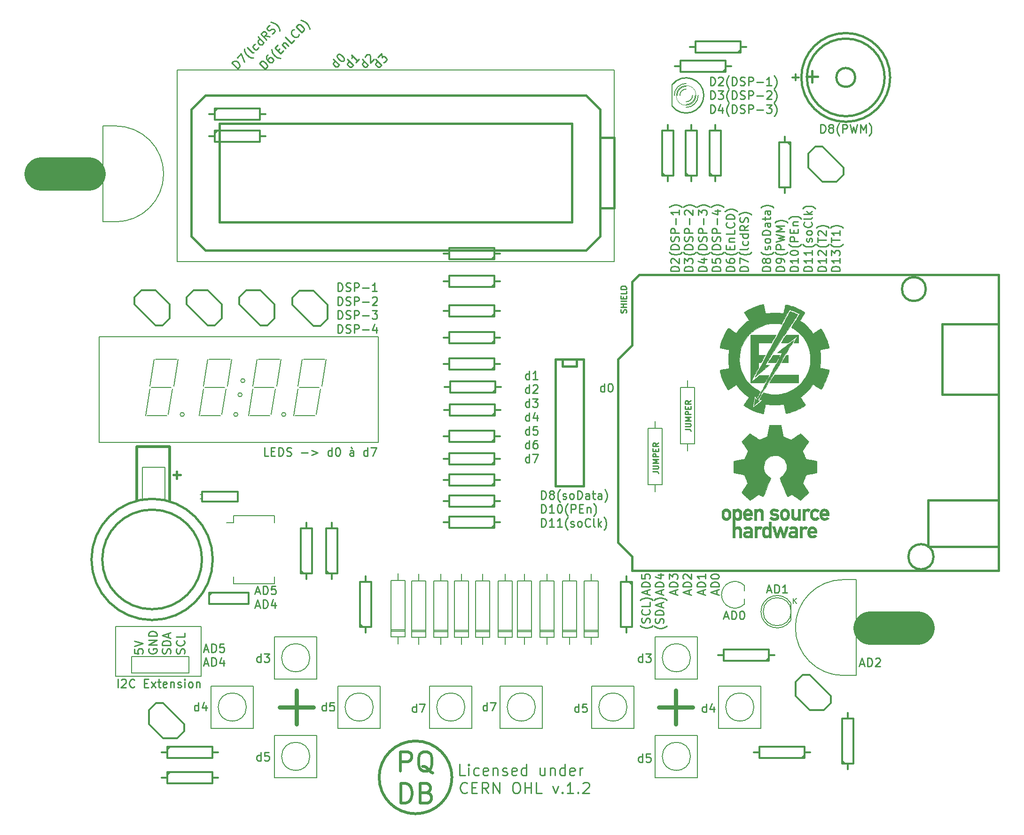
<source format=gbr>
G04 #@! TF.FileFunction,Legend,Top*
%FSLAX46Y46*%
G04 Gerber Fmt 4.6, Leading zero omitted, Abs format (unit mm)*
G04 Created by KiCad (PCBNEW 4.0.6) date 11/30/17 16:50:20*
%MOMM*%
%LPD*%
G01*
G04 APERTURE LIST*
%ADD10C,0.300000*%
%ADD11C,0.250000*%
%ADD12C,0.150000*%
%ADD13C,0.500000*%
%ADD14C,0.800000*%
%ADD15C,0.381000*%
%ADD16C,0.304800*%
%ADD17C,0.203200*%
%ADD18C,0.076200*%
%ADD19C,0.254000*%
%ADD20C,0.152400*%
%ADD21C,0.127000*%
%ADD22C,0.100000*%
%ADD23C,0.010000*%
%ADD24C,6.000000*%
G04 APERTURE END LIST*
D10*
D11*
X108184429Y-29490715D02*
X107123769Y-28430055D01*
X108133922Y-29440208D02*
X108083414Y-29591731D01*
X107881383Y-29793761D01*
X107729860Y-29844269D01*
X107628845Y-29844269D01*
X107477322Y-29793762D01*
X107174277Y-29490716D01*
X107123769Y-29339193D01*
X107123769Y-29238178D01*
X107174277Y-29086654D01*
X107376307Y-28884624D01*
X107527830Y-28834117D01*
X107679353Y-28076503D02*
X107679353Y-27975487D01*
X107729860Y-27823964D01*
X107982399Y-27571425D01*
X108133922Y-27520918D01*
X108234938Y-27520918D01*
X108386460Y-27571426D01*
X108487475Y-27672441D01*
X108588491Y-27874472D01*
X108588490Y-29086654D01*
X109245089Y-28430055D01*
X105517429Y-29490715D02*
X104456769Y-28430055D01*
X105466922Y-29440208D02*
X105416414Y-29591731D01*
X105214383Y-29793761D01*
X105062860Y-29844269D01*
X104961845Y-29844269D01*
X104810322Y-29793762D01*
X104507277Y-29490716D01*
X104456769Y-29339193D01*
X104456769Y-29238178D01*
X104507277Y-29086654D01*
X104709307Y-28884624D01*
X104860830Y-28834117D01*
X106578089Y-28430055D02*
X105971997Y-29036147D01*
X106275044Y-28733101D02*
X105214383Y-27672440D01*
X105264891Y-27924979D01*
X105264891Y-28127010D01*
X105214383Y-28278533D01*
X102977429Y-29427215D02*
X101916769Y-28366555D01*
X102926922Y-29376708D02*
X102876414Y-29528231D01*
X102674383Y-29730261D01*
X102522860Y-29780769D01*
X102421845Y-29780769D01*
X102270322Y-29730262D01*
X101967277Y-29427216D01*
X101916769Y-29275693D01*
X101916769Y-29174678D01*
X101967277Y-29023154D01*
X102169307Y-28821124D01*
X102320830Y-28770617D01*
X102623876Y-27659448D02*
X102724891Y-27558433D01*
X102876414Y-27507926D01*
X102977430Y-27507926D01*
X103128953Y-27558433D01*
X103381490Y-27709956D01*
X103634028Y-27962495D01*
X103785552Y-28215032D01*
X103836059Y-28366555D01*
X103836059Y-28467571D01*
X103785551Y-28619093D01*
X103684536Y-28720109D01*
X103533013Y-28770617D01*
X103431997Y-28770617D01*
X103280475Y-28720109D01*
X103027937Y-28568586D01*
X102775399Y-28316048D01*
X102623876Y-28063510D01*
X102573368Y-27911987D01*
X102573368Y-27810972D01*
X102623876Y-27659448D01*
X89632360Y-30199284D02*
X88571700Y-29138624D01*
X88824238Y-28886086D01*
X89026269Y-28785071D01*
X89228300Y-28785070D01*
X89379822Y-28835578D01*
X89632361Y-28987101D01*
X89783883Y-29138624D01*
X89935407Y-29391163D01*
X89985914Y-29542685D01*
X89985914Y-29744716D01*
X89884899Y-29946746D01*
X89632360Y-30199284D01*
X90086929Y-27623395D02*
X89884899Y-27825425D01*
X89834391Y-27976948D01*
X89834391Y-28077964D01*
X89884899Y-28330502D01*
X90036422Y-28583041D01*
X90440482Y-28987101D01*
X90592005Y-29037609D01*
X90693021Y-29037609D01*
X90844544Y-28987101D01*
X91046574Y-28785070D01*
X91097082Y-28633548D01*
X91097082Y-28532532D01*
X91046574Y-28381010D01*
X90794036Y-28128472D01*
X90642513Y-28077964D01*
X90541498Y-28077964D01*
X90389975Y-28128472D01*
X90187945Y-28330502D01*
X90137437Y-28482026D01*
X90137437Y-28583040D01*
X90187944Y-28734563D01*
X92410280Y-28229487D02*
X92309264Y-28229487D01*
X92056727Y-28178979D01*
X91905204Y-28128472D01*
X91703173Y-28027457D01*
X91400127Y-27825426D01*
X91198097Y-27623396D01*
X90996066Y-27320350D01*
X90895051Y-27118319D01*
X90844544Y-26966796D01*
X90794036Y-26714258D01*
X90794036Y-26613243D01*
X91854696Y-26865781D02*
X92208249Y-26512228D01*
X92915356Y-26916288D02*
X92410280Y-27421365D01*
X91349619Y-26360705D01*
X91854696Y-25855628D01*
X92662818Y-25754613D02*
X93369925Y-26461720D01*
X92763834Y-25855629D02*
X92763833Y-25754614D01*
X92814341Y-25603090D01*
X92965863Y-25451567D01*
X93117386Y-25401060D01*
X93268909Y-25451567D01*
X93824493Y-26007151D01*
X94834646Y-24996998D02*
X94329570Y-25502075D01*
X93268909Y-24441415D01*
X95693276Y-23936338D02*
X95693276Y-24037354D01*
X95592260Y-24239384D01*
X95491245Y-24340399D01*
X95289215Y-24441415D01*
X95087184Y-24441415D01*
X94935662Y-24390907D01*
X94683123Y-24239384D01*
X94531601Y-24087862D01*
X94380078Y-23835323D01*
X94329570Y-23683801D01*
X94329570Y-23481769D01*
X94430585Y-23279739D01*
X94531600Y-23178724D01*
X94733631Y-23077709D01*
X94834647Y-23077709D01*
X96248860Y-23582785D02*
X95188199Y-22522124D01*
X95440738Y-22269586D01*
X95642768Y-22168572D01*
X95844799Y-22168571D01*
X95996321Y-22219079D01*
X96248860Y-22370602D01*
X96400383Y-22522124D01*
X96551906Y-22774663D01*
X96602414Y-22926186D01*
X96602413Y-23128217D01*
X96501398Y-23330246D01*
X96248860Y-23582785D01*
X97612566Y-23027201D02*
X97612565Y-22926186D01*
X97562058Y-22673648D01*
X97511551Y-22522125D01*
X97410536Y-22320094D01*
X97208505Y-22017049D01*
X97006474Y-21815018D01*
X96703429Y-21612987D01*
X96501398Y-21511972D01*
X96349875Y-21461465D01*
X96097337Y-21410957D01*
X95996322Y-21410957D01*
X84679360Y-30135784D02*
X83618700Y-29075124D01*
X83871238Y-28822586D01*
X84073269Y-28721571D01*
X84275300Y-28721570D01*
X84426822Y-28772078D01*
X84679361Y-28923601D01*
X84830883Y-29075124D01*
X84982407Y-29327663D01*
X85032914Y-29479185D01*
X85032914Y-29681216D01*
X84931899Y-29883246D01*
X84679360Y-30135784D01*
X84578345Y-28115479D02*
X85285452Y-27408372D01*
X85891544Y-28923601D01*
X87457280Y-28165987D02*
X87356264Y-28165987D01*
X87103727Y-28115479D01*
X86952204Y-28064972D01*
X86750173Y-27963957D01*
X86447127Y-27761926D01*
X86245097Y-27559896D01*
X86043066Y-27256850D01*
X85942051Y-27054819D01*
X85891544Y-26903296D01*
X85841036Y-26650758D01*
X85841036Y-26549743D01*
X87608803Y-27206342D02*
X87457280Y-27256850D01*
X87305757Y-27206342D01*
X86396619Y-26297205D01*
X88416925Y-26297205D02*
X88366417Y-26448728D01*
X88164386Y-26650758D01*
X88012863Y-26701267D01*
X87911848Y-26701266D01*
X87760325Y-26650759D01*
X87457280Y-26347713D01*
X87406772Y-26196190D01*
X87406772Y-26095175D01*
X87457280Y-25943651D01*
X87659310Y-25741621D01*
X87810833Y-25691114D01*
X89376569Y-25438575D02*
X88315909Y-24377915D01*
X89326062Y-25388068D02*
X89275554Y-25539591D01*
X89073523Y-25741621D01*
X88922000Y-25792129D01*
X88820985Y-25792129D01*
X88669462Y-25741622D01*
X88366417Y-25438576D01*
X88315909Y-25287053D01*
X88315909Y-25186038D01*
X88366417Y-25034514D01*
X88568447Y-24832484D01*
X88719970Y-24781977D01*
X90487737Y-24327407D02*
X89629108Y-24175885D01*
X89881645Y-24933499D02*
X88820985Y-23872839D01*
X89225046Y-23468778D01*
X89376570Y-23418270D01*
X89477585Y-23418271D01*
X89629108Y-23468778D01*
X89780630Y-23620301D01*
X89831138Y-23771824D01*
X89831138Y-23872839D01*
X89780630Y-24024363D01*
X89376570Y-24428423D01*
X90841290Y-23872839D02*
X91043321Y-23771824D01*
X91295859Y-23519285D01*
X91346367Y-23367763D01*
X91346367Y-23266747D01*
X91295859Y-23115225D01*
X91194844Y-23014210D01*
X91043321Y-22963702D01*
X90942306Y-22963702D01*
X90790783Y-23014210D01*
X90538245Y-23165732D01*
X90386722Y-23216241D01*
X90285707Y-23216240D01*
X90134184Y-23165733D01*
X90033168Y-23064718D01*
X89982661Y-22913194D01*
X89982661Y-22812179D01*
X90033168Y-22660655D01*
X90285706Y-22408118D01*
X90487737Y-22307103D01*
X92255504Y-23367763D02*
X92255503Y-23266748D01*
X92204996Y-23014210D01*
X92154489Y-22862687D01*
X92053474Y-22660656D01*
X91851443Y-22357611D01*
X91649412Y-22155580D01*
X91346367Y-21953549D01*
X91144336Y-21852534D01*
X90992813Y-21802027D01*
X90740275Y-21751519D01*
X90639260Y-21751519D01*
X90199429Y-99920571D02*
X89485143Y-99920571D01*
X89485143Y-98420571D01*
X90699429Y-99134857D02*
X91199429Y-99134857D01*
X91413715Y-99920571D02*
X90699429Y-99920571D01*
X90699429Y-98420571D01*
X91413715Y-98420571D01*
X92056572Y-99920571D02*
X92056572Y-98420571D01*
X92413715Y-98420571D01*
X92628000Y-98492000D01*
X92770858Y-98634857D01*
X92842286Y-98777714D01*
X92913715Y-99063429D01*
X92913715Y-99277714D01*
X92842286Y-99563429D01*
X92770858Y-99706286D01*
X92628000Y-99849143D01*
X92413715Y-99920571D01*
X92056572Y-99920571D01*
X93485143Y-99849143D02*
X93699429Y-99920571D01*
X94056572Y-99920571D01*
X94199429Y-99849143D01*
X94270858Y-99777714D01*
X94342286Y-99634857D01*
X94342286Y-99492000D01*
X94270858Y-99349143D01*
X94199429Y-99277714D01*
X94056572Y-99206286D01*
X93770858Y-99134857D01*
X93628000Y-99063429D01*
X93556572Y-98992000D01*
X93485143Y-98849143D01*
X93485143Y-98706286D01*
X93556572Y-98563429D01*
X93628000Y-98492000D01*
X93770858Y-98420571D01*
X94128000Y-98420571D01*
X94342286Y-98492000D01*
X96128000Y-99349143D02*
X97270857Y-99349143D01*
X97985143Y-98920571D02*
X99128000Y-99349143D01*
X97985143Y-99777714D01*
X101628000Y-99920571D02*
X101628000Y-98420571D01*
X101628000Y-99849143D02*
X101485143Y-99920571D01*
X101199429Y-99920571D01*
X101056571Y-99849143D01*
X100985143Y-99777714D01*
X100913714Y-99634857D01*
X100913714Y-99206286D01*
X100985143Y-99063429D01*
X101056571Y-98992000D01*
X101199429Y-98920571D01*
X101485143Y-98920571D01*
X101628000Y-98992000D01*
X102628000Y-98420571D02*
X102770857Y-98420571D01*
X102913714Y-98492000D01*
X102985143Y-98563429D01*
X103056572Y-98706286D01*
X103128000Y-98992000D01*
X103128000Y-99349143D01*
X103056572Y-99634857D01*
X102985143Y-99777714D01*
X102913714Y-99849143D01*
X102770857Y-99920571D01*
X102628000Y-99920571D01*
X102485143Y-99849143D01*
X102413714Y-99777714D01*
X102342286Y-99634857D01*
X102270857Y-99349143D01*
X102270857Y-98992000D01*
X102342286Y-98706286D01*
X102413714Y-98563429D01*
X102485143Y-98492000D01*
X102628000Y-98420571D01*
X105556571Y-99920571D02*
X105556571Y-99134857D01*
X105485142Y-98992000D01*
X105342285Y-98920571D01*
X105056571Y-98920571D01*
X104913714Y-98992000D01*
X105556571Y-99849143D02*
X105413714Y-99920571D01*
X105056571Y-99920571D01*
X104913714Y-99849143D01*
X104842285Y-99706286D01*
X104842285Y-99563429D01*
X104913714Y-99420571D01*
X105056571Y-99349143D01*
X105413714Y-99349143D01*
X105556571Y-99277714D01*
X105056571Y-98349143D02*
X105270857Y-98563429D01*
X108056571Y-99920571D02*
X108056571Y-98420571D01*
X108056571Y-99849143D02*
X107913714Y-99920571D01*
X107628000Y-99920571D01*
X107485142Y-99849143D01*
X107413714Y-99777714D01*
X107342285Y-99634857D01*
X107342285Y-99206286D01*
X107413714Y-99063429D01*
X107485142Y-98992000D01*
X107628000Y-98920571D01*
X107913714Y-98920571D01*
X108056571Y-98992000D01*
X108628000Y-98420571D02*
X109628000Y-98420571D01*
X108985143Y-99920571D01*
X150728000Y-88370571D02*
X150728000Y-86870571D01*
X150728000Y-88299143D02*
X150585143Y-88370571D01*
X150299429Y-88370571D01*
X150156571Y-88299143D01*
X150085143Y-88227714D01*
X150013714Y-88084857D01*
X150013714Y-87656286D01*
X150085143Y-87513429D01*
X150156571Y-87442000D01*
X150299429Y-87370571D01*
X150585143Y-87370571D01*
X150728000Y-87442000D01*
X151728000Y-86870571D02*
X151870857Y-86870571D01*
X152013714Y-86942000D01*
X152085143Y-87013429D01*
X152156572Y-87156286D01*
X152228000Y-87442000D01*
X152228000Y-87799143D01*
X152156572Y-88084857D01*
X152085143Y-88227714D01*
X152013714Y-88299143D01*
X151870857Y-88370571D01*
X151728000Y-88370571D01*
X151585143Y-88299143D01*
X151513714Y-88227714D01*
X151442286Y-88084857D01*
X151370857Y-87799143D01*
X151370857Y-87442000D01*
X151442286Y-87156286D01*
X151513714Y-87013429D01*
X151585143Y-86942000D01*
X151728000Y-86870571D01*
X139385143Y-107700571D02*
X139385143Y-106200571D01*
X139742286Y-106200571D01*
X139956571Y-106272000D01*
X140099429Y-106414857D01*
X140170857Y-106557714D01*
X140242286Y-106843429D01*
X140242286Y-107057714D01*
X140170857Y-107343429D01*
X140099429Y-107486286D01*
X139956571Y-107629143D01*
X139742286Y-107700571D01*
X139385143Y-107700571D01*
X141099429Y-106843429D02*
X140956571Y-106772000D01*
X140885143Y-106700571D01*
X140813714Y-106557714D01*
X140813714Y-106486286D01*
X140885143Y-106343429D01*
X140956571Y-106272000D01*
X141099429Y-106200571D01*
X141385143Y-106200571D01*
X141528000Y-106272000D01*
X141599429Y-106343429D01*
X141670857Y-106486286D01*
X141670857Y-106557714D01*
X141599429Y-106700571D01*
X141528000Y-106772000D01*
X141385143Y-106843429D01*
X141099429Y-106843429D01*
X140956571Y-106914857D01*
X140885143Y-106986286D01*
X140813714Y-107129143D01*
X140813714Y-107414857D01*
X140885143Y-107557714D01*
X140956571Y-107629143D01*
X141099429Y-107700571D01*
X141385143Y-107700571D01*
X141528000Y-107629143D01*
X141599429Y-107557714D01*
X141670857Y-107414857D01*
X141670857Y-107129143D01*
X141599429Y-106986286D01*
X141528000Y-106914857D01*
X141385143Y-106843429D01*
X142742285Y-108272000D02*
X142670857Y-108200571D01*
X142528000Y-107986286D01*
X142456571Y-107843429D01*
X142385142Y-107629143D01*
X142313714Y-107272000D01*
X142313714Y-106986286D01*
X142385142Y-106629143D01*
X142456571Y-106414857D01*
X142528000Y-106272000D01*
X142670857Y-106057714D01*
X142742285Y-105986286D01*
X143242285Y-107629143D02*
X143385142Y-107700571D01*
X143670857Y-107700571D01*
X143813714Y-107629143D01*
X143885142Y-107486286D01*
X143885142Y-107414857D01*
X143813714Y-107272000D01*
X143670857Y-107200571D01*
X143456571Y-107200571D01*
X143313714Y-107129143D01*
X143242285Y-106986286D01*
X143242285Y-106914857D01*
X143313714Y-106772000D01*
X143456571Y-106700571D01*
X143670857Y-106700571D01*
X143813714Y-106772000D01*
X144742286Y-107700571D02*
X144599428Y-107629143D01*
X144528000Y-107557714D01*
X144456571Y-107414857D01*
X144456571Y-106986286D01*
X144528000Y-106843429D01*
X144599428Y-106772000D01*
X144742286Y-106700571D01*
X144956571Y-106700571D01*
X145099428Y-106772000D01*
X145170857Y-106843429D01*
X145242286Y-106986286D01*
X145242286Y-107414857D01*
X145170857Y-107557714D01*
X145099428Y-107629143D01*
X144956571Y-107700571D01*
X144742286Y-107700571D01*
X145885143Y-107700571D02*
X145885143Y-106200571D01*
X146242286Y-106200571D01*
X146456571Y-106272000D01*
X146599429Y-106414857D01*
X146670857Y-106557714D01*
X146742286Y-106843429D01*
X146742286Y-107057714D01*
X146670857Y-107343429D01*
X146599429Y-107486286D01*
X146456571Y-107629143D01*
X146242286Y-107700571D01*
X145885143Y-107700571D01*
X148028000Y-107700571D02*
X148028000Y-106914857D01*
X147956571Y-106772000D01*
X147813714Y-106700571D01*
X147528000Y-106700571D01*
X147385143Y-106772000D01*
X148028000Y-107629143D02*
X147885143Y-107700571D01*
X147528000Y-107700571D01*
X147385143Y-107629143D01*
X147313714Y-107486286D01*
X147313714Y-107343429D01*
X147385143Y-107200571D01*
X147528000Y-107129143D01*
X147885143Y-107129143D01*
X148028000Y-107057714D01*
X148528000Y-106700571D02*
X149099429Y-106700571D01*
X148742286Y-106200571D02*
X148742286Y-107486286D01*
X148813714Y-107629143D01*
X148956572Y-107700571D01*
X149099429Y-107700571D01*
X150242286Y-107700571D02*
X150242286Y-106914857D01*
X150170857Y-106772000D01*
X150028000Y-106700571D01*
X149742286Y-106700571D01*
X149599429Y-106772000D01*
X150242286Y-107629143D02*
X150099429Y-107700571D01*
X149742286Y-107700571D01*
X149599429Y-107629143D01*
X149528000Y-107486286D01*
X149528000Y-107343429D01*
X149599429Y-107200571D01*
X149742286Y-107129143D01*
X150099429Y-107129143D01*
X150242286Y-107057714D01*
X150813715Y-108272000D02*
X150885143Y-108200571D01*
X151028000Y-107986286D01*
X151099429Y-107843429D01*
X151170858Y-107629143D01*
X151242286Y-107272000D01*
X151242286Y-106986286D01*
X151170858Y-106629143D01*
X151099429Y-106414857D01*
X151028000Y-106272000D01*
X150885143Y-106057714D01*
X150813715Y-105986286D01*
X139385143Y-110200571D02*
X139385143Y-108700571D01*
X139742286Y-108700571D01*
X139956571Y-108772000D01*
X140099429Y-108914857D01*
X140170857Y-109057714D01*
X140242286Y-109343429D01*
X140242286Y-109557714D01*
X140170857Y-109843429D01*
X140099429Y-109986286D01*
X139956571Y-110129143D01*
X139742286Y-110200571D01*
X139385143Y-110200571D01*
X141670857Y-110200571D02*
X140813714Y-110200571D01*
X141242286Y-110200571D02*
X141242286Y-108700571D01*
X141099429Y-108914857D01*
X140956571Y-109057714D01*
X140813714Y-109129143D01*
X142599428Y-108700571D02*
X142742285Y-108700571D01*
X142885142Y-108772000D01*
X142956571Y-108843429D01*
X143028000Y-108986286D01*
X143099428Y-109272000D01*
X143099428Y-109629143D01*
X143028000Y-109914857D01*
X142956571Y-110057714D01*
X142885142Y-110129143D01*
X142742285Y-110200571D01*
X142599428Y-110200571D01*
X142456571Y-110129143D01*
X142385142Y-110057714D01*
X142313714Y-109914857D01*
X142242285Y-109629143D01*
X142242285Y-109272000D01*
X142313714Y-108986286D01*
X142385142Y-108843429D01*
X142456571Y-108772000D01*
X142599428Y-108700571D01*
X144170856Y-110772000D02*
X144099428Y-110700571D01*
X143956571Y-110486286D01*
X143885142Y-110343429D01*
X143813713Y-110129143D01*
X143742285Y-109772000D01*
X143742285Y-109486286D01*
X143813713Y-109129143D01*
X143885142Y-108914857D01*
X143956571Y-108772000D01*
X144099428Y-108557714D01*
X144170856Y-108486286D01*
X144742285Y-110200571D02*
X144742285Y-108700571D01*
X145313713Y-108700571D01*
X145456571Y-108772000D01*
X145527999Y-108843429D01*
X145599428Y-108986286D01*
X145599428Y-109200571D01*
X145527999Y-109343429D01*
X145456571Y-109414857D01*
X145313713Y-109486286D01*
X144742285Y-109486286D01*
X146242285Y-109414857D02*
X146742285Y-109414857D01*
X146956571Y-110200571D02*
X146242285Y-110200571D01*
X146242285Y-108700571D01*
X146956571Y-108700571D01*
X147599428Y-109200571D02*
X147599428Y-110200571D01*
X147599428Y-109343429D02*
X147670856Y-109272000D01*
X147813714Y-109200571D01*
X148027999Y-109200571D01*
X148170856Y-109272000D01*
X148242285Y-109414857D01*
X148242285Y-110200571D01*
X148813714Y-110772000D02*
X148885142Y-110700571D01*
X149027999Y-110486286D01*
X149099428Y-110343429D01*
X149170857Y-110129143D01*
X149242285Y-109772000D01*
X149242285Y-109486286D01*
X149170857Y-109129143D01*
X149099428Y-108914857D01*
X149027999Y-108772000D01*
X148885142Y-108557714D01*
X148813714Y-108486286D01*
X139385143Y-112700571D02*
X139385143Y-111200571D01*
X139742286Y-111200571D01*
X139956571Y-111272000D01*
X140099429Y-111414857D01*
X140170857Y-111557714D01*
X140242286Y-111843429D01*
X140242286Y-112057714D01*
X140170857Y-112343429D01*
X140099429Y-112486286D01*
X139956571Y-112629143D01*
X139742286Y-112700571D01*
X139385143Y-112700571D01*
X141670857Y-112700571D02*
X140813714Y-112700571D01*
X141242286Y-112700571D02*
X141242286Y-111200571D01*
X141099429Y-111414857D01*
X140956571Y-111557714D01*
X140813714Y-111629143D01*
X143099428Y-112700571D02*
X142242285Y-112700571D01*
X142670857Y-112700571D02*
X142670857Y-111200571D01*
X142528000Y-111414857D01*
X142385142Y-111557714D01*
X142242285Y-111629143D01*
X144170856Y-113272000D02*
X144099428Y-113200571D01*
X143956571Y-112986286D01*
X143885142Y-112843429D01*
X143813713Y-112629143D01*
X143742285Y-112272000D01*
X143742285Y-111986286D01*
X143813713Y-111629143D01*
X143885142Y-111414857D01*
X143956571Y-111272000D01*
X144099428Y-111057714D01*
X144170856Y-110986286D01*
X144670856Y-112629143D02*
X144813713Y-112700571D01*
X145099428Y-112700571D01*
X145242285Y-112629143D01*
X145313713Y-112486286D01*
X145313713Y-112414857D01*
X145242285Y-112272000D01*
X145099428Y-112200571D01*
X144885142Y-112200571D01*
X144742285Y-112129143D01*
X144670856Y-111986286D01*
X144670856Y-111914857D01*
X144742285Y-111772000D01*
X144885142Y-111700571D01*
X145099428Y-111700571D01*
X145242285Y-111772000D01*
X146170857Y-112700571D02*
X146027999Y-112629143D01*
X145956571Y-112557714D01*
X145885142Y-112414857D01*
X145885142Y-111986286D01*
X145956571Y-111843429D01*
X146027999Y-111772000D01*
X146170857Y-111700571D01*
X146385142Y-111700571D01*
X146527999Y-111772000D01*
X146599428Y-111843429D01*
X146670857Y-111986286D01*
X146670857Y-112414857D01*
X146599428Y-112557714D01*
X146527999Y-112629143D01*
X146385142Y-112700571D01*
X146170857Y-112700571D01*
X148170857Y-112557714D02*
X148099428Y-112629143D01*
X147885142Y-112700571D01*
X147742285Y-112700571D01*
X147528000Y-112629143D01*
X147385142Y-112486286D01*
X147313714Y-112343429D01*
X147242285Y-112057714D01*
X147242285Y-111843429D01*
X147313714Y-111557714D01*
X147385142Y-111414857D01*
X147528000Y-111272000D01*
X147742285Y-111200571D01*
X147885142Y-111200571D01*
X148099428Y-111272000D01*
X148170857Y-111343429D01*
X149028000Y-112700571D02*
X148885142Y-112629143D01*
X148813714Y-112486286D01*
X148813714Y-111200571D01*
X149599428Y-112700571D02*
X149599428Y-111200571D01*
X149742285Y-112129143D02*
X150170856Y-112700571D01*
X150170856Y-111700571D02*
X149599428Y-112272000D01*
X150670857Y-113272000D02*
X150742285Y-113200571D01*
X150885142Y-112986286D01*
X150956571Y-112843429D01*
X151028000Y-112629143D01*
X151099428Y-112272000D01*
X151099428Y-111986286D01*
X151028000Y-111629143D01*
X150956571Y-111414857D01*
X150885142Y-111272000D01*
X150742285Y-111057714D01*
X150670857Y-110986286D01*
X87906572Y-124442000D02*
X88620858Y-124442000D01*
X87763715Y-124870571D02*
X88263715Y-123370571D01*
X88763715Y-124870571D01*
X89263715Y-124870571D02*
X89263715Y-123370571D01*
X89620858Y-123370571D01*
X89835143Y-123442000D01*
X89978001Y-123584857D01*
X90049429Y-123727714D01*
X90120858Y-124013429D01*
X90120858Y-124227714D01*
X90049429Y-124513429D01*
X89978001Y-124656286D01*
X89835143Y-124799143D01*
X89620858Y-124870571D01*
X89263715Y-124870571D01*
X91478001Y-123370571D02*
X90763715Y-123370571D01*
X90692286Y-124084857D01*
X90763715Y-124013429D01*
X90906572Y-123942000D01*
X91263715Y-123942000D01*
X91406572Y-124013429D01*
X91478001Y-124084857D01*
X91549429Y-124227714D01*
X91549429Y-124584857D01*
X91478001Y-124727714D01*
X91406572Y-124799143D01*
X91263715Y-124870571D01*
X90906572Y-124870571D01*
X90763715Y-124799143D01*
X90692286Y-124727714D01*
X87906572Y-126942000D02*
X88620858Y-126942000D01*
X87763715Y-127370571D02*
X88263715Y-125870571D01*
X88763715Y-127370571D01*
X89263715Y-127370571D02*
X89263715Y-125870571D01*
X89620858Y-125870571D01*
X89835143Y-125942000D01*
X89978001Y-126084857D01*
X90049429Y-126227714D01*
X90120858Y-126513429D01*
X90120858Y-126727714D01*
X90049429Y-127013429D01*
X89978001Y-127156286D01*
X89835143Y-127299143D01*
X89620858Y-127370571D01*
X89263715Y-127370571D01*
X91406572Y-126370571D02*
X91406572Y-127370571D01*
X91049429Y-125799143D02*
X90692286Y-126870571D01*
X91620858Y-126870571D01*
X169835143Y-33120571D02*
X169835143Y-31620571D01*
X170192286Y-31620571D01*
X170406571Y-31692000D01*
X170549429Y-31834857D01*
X170620857Y-31977714D01*
X170692286Y-32263429D01*
X170692286Y-32477714D01*
X170620857Y-32763429D01*
X170549429Y-32906286D01*
X170406571Y-33049143D01*
X170192286Y-33120571D01*
X169835143Y-33120571D01*
X171263714Y-31763429D02*
X171335143Y-31692000D01*
X171478000Y-31620571D01*
X171835143Y-31620571D01*
X171978000Y-31692000D01*
X172049429Y-31763429D01*
X172120857Y-31906286D01*
X172120857Y-32049143D01*
X172049429Y-32263429D01*
X171192286Y-33120571D01*
X172120857Y-33120571D01*
X173192285Y-33692000D02*
X173120857Y-33620571D01*
X172978000Y-33406286D01*
X172906571Y-33263429D01*
X172835142Y-33049143D01*
X172763714Y-32692000D01*
X172763714Y-32406286D01*
X172835142Y-32049143D01*
X172906571Y-31834857D01*
X172978000Y-31692000D01*
X173120857Y-31477714D01*
X173192285Y-31406286D01*
X173763714Y-33120571D02*
X173763714Y-31620571D01*
X174120857Y-31620571D01*
X174335142Y-31692000D01*
X174478000Y-31834857D01*
X174549428Y-31977714D01*
X174620857Y-32263429D01*
X174620857Y-32477714D01*
X174549428Y-32763429D01*
X174478000Y-32906286D01*
X174335142Y-33049143D01*
X174120857Y-33120571D01*
X173763714Y-33120571D01*
X175192285Y-33049143D02*
X175406571Y-33120571D01*
X175763714Y-33120571D01*
X175906571Y-33049143D01*
X175978000Y-32977714D01*
X176049428Y-32834857D01*
X176049428Y-32692000D01*
X175978000Y-32549143D01*
X175906571Y-32477714D01*
X175763714Y-32406286D01*
X175478000Y-32334857D01*
X175335142Y-32263429D01*
X175263714Y-32192000D01*
X175192285Y-32049143D01*
X175192285Y-31906286D01*
X175263714Y-31763429D01*
X175335142Y-31692000D01*
X175478000Y-31620571D01*
X175835142Y-31620571D01*
X176049428Y-31692000D01*
X176692285Y-33120571D02*
X176692285Y-31620571D01*
X177263713Y-31620571D01*
X177406571Y-31692000D01*
X177477999Y-31763429D01*
X177549428Y-31906286D01*
X177549428Y-32120571D01*
X177477999Y-32263429D01*
X177406571Y-32334857D01*
X177263713Y-32406286D01*
X176692285Y-32406286D01*
X178192285Y-32549143D02*
X179335142Y-32549143D01*
X180835142Y-33120571D02*
X179977999Y-33120571D01*
X180406571Y-33120571D02*
X180406571Y-31620571D01*
X180263714Y-31834857D01*
X180120856Y-31977714D01*
X179977999Y-32049143D01*
X181335142Y-33692000D02*
X181406570Y-33620571D01*
X181549427Y-33406286D01*
X181620856Y-33263429D01*
X181692285Y-33049143D01*
X181763713Y-32692000D01*
X181763713Y-32406286D01*
X181692285Y-32049143D01*
X181620856Y-31834857D01*
X181549427Y-31692000D01*
X181406570Y-31477714D01*
X181335142Y-31406286D01*
X169835143Y-35620571D02*
X169835143Y-34120571D01*
X170192286Y-34120571D01*
X170406571Y-34192000D01*
X170549429Y-34334857D01*
X170620857Y-34477714D01*
X170692286Y-34763429D01*
X170692286Y-34977714D01*
X170620857Y-35263429D01*
X170549429Y-35406286D01*
X170406571Y-35549143D01*
X170192286Y-35620571D01*
X169835143Y-35620571D01*
X171192286Y-34120571D02*
X172120857Y-34120571D01*
X171620857Y-34692000D01*
X171835143Y-34692000D01*
X171978000Y-34763429D01*
X172049429Y-34834857D01*
X172120857Y-34977714D01*
X172120857Y-35334857D01*
X172049429Y-35477714D01*
X171978000Y-35549143D01*
X171835143Y-35620571D01*
X171406571Y-35620571D01*
X171263714Y-35549143D01*
X171192286Y-35477714D01*
X173192285Y-36192000D02*
X173120857Y-36120571D01*
X172978000Y-35906286D01*
X172906571Y-35763429D01*
X172835142Y-35549143D01*
X172763714Y-35192000D01*
X172763714Y-34906286D01*
X172835142Y-34549143D01*
X172906571Y-34334857D01*
X172978000Y-34192000D01*
X173120857Y-33977714D01*
X173192285Y-33906286D01*
X173763714Y-35620571D02*
X173763714Y-34120571D01*
X174120857Y-34120571D01*
X174335142Y-34192000D01*
X174478000Y-34334857D01*
X174549428Y-34477714D01*
X174620857Y-34763429D01*
X174620857Y-34977714D01*
X174549428Y-35263429D01*
X174478000Y-35406286D01*
X174335142Y-35549143D01*
X174120857Y-35620571D01*
X173763714Y-35620571D01*
X175192285Y-35549143D02*
X175406571Y-35620571D01*
X175763714Y-35620571D01*
X175906571Y-35549143D01*
X175978000Y-35477714D01*
X176049428Y-35334857D01*
X176049428Y-35192000D01*
X175978000Y-35049143D01*
X175906571Y-34977714D01*
X175763714Y-34906286D01*
X175478000Y-34834857D01*
X175335142Y-34763429D01*
X175263714Y-34692000D01*
X175192285Y-34549143D01*
X175192285Y-34406286D01*
X175263714Y-34263429D01*
X175335142Y-34192000D01*
X175478000Y-34120571D01*
X175835142Y-34120571D01*
X176049428Y-34192000D01*
X176692285Y-35620571D02*
X176692285Y-34120571D01*
X177263713Y-34120571D01*
X177406571Y-34192000D01*
X177477999Y-34263429D01*
X177549428Y-34406286D01*
X177549428Y-34620571D01*
X177477999Y-34763429D01*
X177406571Y-34834857D01*
X177263713Y-34906286D01*
X176692285Y-34906286D01*
X178192285Y-35049143D02*
X179335142Y-35049143D01*
X179977999Y-34263429D02*
X180049428Y-34192000D01*
X180192285Y-34120571D01*
X180549428Y-34120571D01*
X180692285Y-34192000D01*
X180763714Y-34263429D01*
X180835142Y-34406286D01*
X180835142Y-34549143D01*
X180763714Y-34763429D01*
X179906571Y-35620571D01*
X180835142Y-35620571D01*
X181335142Y-36192000D02*
X181406570Y-36120571D01*
X181549427Y-35906286D01*
X181620856Y-35763429D01*
X181692285Y-35549143D01*
X181763713Y-35192000D01*
X181763713Y-34906286D01*
X181692285Y-34549143D01*
X181620856Y-34334857D01*
X181549427Y-34192000D01*
X181406570Y-33977714D01*
X181335142Y-33906286D01*
X169835143Y-38120571D02*
X169835143Y-36620571D01*
X170192286Y-36620571D01*
X170406571Y-36692000D01*
X170549429Y-36834857D01*
X170620857Y-36977714D01*
X170692286Y-37263429D01*
X170692286Y-37477714D01*
X170620857Y-37763429D01*
X170549429Y-37906286D01*
X170406571Y-38049143D01*
X170192286Y-38120571D01*
X169835143Y-38120571D01*
X171978000Y-37120571D02*
X171978000Y-38120571D01*
X171620857Y-36549143D02*
X171263714Y-37620571D01*
X172192286Y-37620571D01*
X173192285Y-38692000D02*
X173120857Y-38620571D01*
X172978000Y-38406286D01*
X172906571Y-38263429D01*
X172835142Y-38049143D01*
X172763714Y-37692000D01*
X172763714Y-37406286D01*
X172835142Y-37049143D01*
X172906571Y-36834857D01*
X172978000Y-36692000D01*
X173120857Y-36477714D01*
X173192285Y-36406286D01*
X173763714Y-38120571D02*
X173763714Y-36620571D01*
X174120857Y-36620571D01*
X174335142Y-36692000D01*
X174478000Y-36834857D01*
X174549428Y-36977714D01*
X174620857Y-37263429D01*
X174620857Y-37477714D01*
X174549428Y-37763429D01*
X174478000Y-37906286D01*
X174335142Y-38049143D01*
X174120857Y-38120571D01*
X173763714Y-38120571D01*
X175192285Y-38049143D02*
X175406571Y-38120571D01*
X175763714Y-38120571D01*
X175906571Y-38049143D01*
X175978000Y-37977714D01*
X176049428Y-37834857D01*
X176049428Y-37692000D01*
X175978000Y-37549143D01*
X175906571Y-37477714D01*
X175763714Y-37406286D01*
X175478000Y-37334857D01*
X175335142Y-37263429D01*
X175263714Y-37192000D01*
X175192285Y-37049143D01*
X175192285Y-36906286D01*
X175263714Y-36763429D01*
X175335142Y-36692000D01*
X175478000Y-36620571D01*
X175835142Y-36620571D01*
X176049428Y-36692000D01*
X176692285Y-38120571D02*
X176692285Y-36620571D01*
X177263713Y-36620571D01*
X177406571Y-36692000D01*
X177477999Y-36763429D01*
X177549428Y-36906286D01*
X177549428Y-37120571D01*
X177477999Y-37263429D01*
X177406571Y-37334857D01*
X177263713Y-37406286D01*
X176692285Y-37406286D01*
X178192285Y-37549143D02*
X179335142Y-37549143D01*
X179906571Y-36620571D02*
X180835142Y-36620571D01*
X180335142Y-37192000D01*
X180549428Y-37192000D01*
X180692285Y-37263429D01*
X180763714Y-37334857D01*
X180835142Y-37477714D01*
X180835142Y-37834857D01*
X180763714Y-37977714D01*
X180692285Y-38049143D01*
X180549428Y-38120571D01*
X180120856Y-38120571D01*
X179977999Y-38049143D01*
X179906571Y-37977714D01*
X181335142Y-38692000D02*
X181406570Y-38620571D01*
X181549427Y-38406286D01*
X181620856Y-38263429D01*
X181692285Y-38049143D01*
X181763713Y-37692000D01*
X181763713Y-37406286D01*
X181692285Y-37049143D01*
X181620856Y-36834857D01*
X181549427Y-36692000D01*
X181406570Y-36477714D01*
X181335142Y-36406286D01*
X172299429Y-128942000D02*
X173013715Y-128942000D01*
X172156572Y-129370571D02*
X172656572Y-127870571D01*
X173156572Y-129370571D01*
X173656572Y-129370571D02*
X173656572Y-127870571D01*
X174013715Y-127870571D01*
X174228000Y-127942000D01*
X174370858Y-128084857D01*
X174442286Y-128227714D01*
X174513715Y-128513429D01*
X174513715Y-128727714D01*
X174442286Y-129013429D01*
X174370858Y-129156286D01*
X174228000Y-129299143D01*
X174013715Y-129370571D01*
X173656572Y-129370571D01*
X175442286Y-127870571D02*
X175585143Y-127870571D01*
X175728000Y-127942000D01*
X175799429Y-128013429D01*
X175870858Y-128156286D01*
X175942286Y-128442000D01*
X175942286Y-128799143D01*
X175870858Y-129084857D01*
X175799429Y-129227714D01*
X175728000Y-129299143D01*
X175585143Y-129370571D01*
X175442286Y-129370571D01*
X175299429Y-129299143D01*
X175228000Y-129227714D01*
X175156572Y-129084857D01*
X175085143Y-128799143D01*
X175085143Y-128442000D01*
X175156572Y-128156286D01*
X175228000Y-128013429D01*
X175299429Y-127942000D01*
X175442286Y-127870571D01*
X180049429Y-124192000D02*
X180763715Y-124192000D01*
X179906572Y-124620571D02*
X180406572Y-123120571D01*
X180906572Y-124620571D01*
X181406572Y-124620571D02*
X181406572Y-123120571D01*
X181763715Y-123120571D01*
X181978000Y-123192000D01*
X182120858Y-123334857D01*
X182192286Y-123477714D01*
X182263715Y-123763429D01*
X182263715Y-123977714D01*
X182192286Y-124263429D01*
X182120858Y-124406286D01*
X181978000Y-124549143D01*
X181763715Y-124620571D01*
X181406572Y-124620571D01*
X183692286Y-124620571D02*
X182835143Y-124620571D01*
X183263715Y-124620571D02*
X183263715Y-123120571D01*
X183120858Y-123334857D01*
X182978000Y-123477714D01*
X182835143Y-123549143D01*
X196799429Y-137442000D02*
X197513715Y-137442000D01*
X196656572Y-137870571D02*
X197156572Y-136370571D01*
X197656572Y-137870571D01*
X198156572Y-137870571D02*
X198156572Y-136370571D01*
X198513715Y-136370571D01*
X198728000Y-136442000D01*
X198870858Y-136584857D01*
X198942286Y-136727714D01*
X199013715Y-137013429D01*
X199013715Y-137227714D01*
X198942286Y-137513429D01*
X198870858Y-137656286D01*
X198728000Y-137799143D01*
X198513715Y-137870571D01*
X198156572Y-137870571D01*
X199585143Y-136513429D02*
X199656572Y-136442000D01*
X199799429Y-136370571D01*
X200156572Y-136370571D01*
X200299429Y-136442000D01*
X200370858Y-136513429D01*
X200442286Y-136656286D01*
X200442286Y-136799143D01*
X200370858Y-137013429D01*
X199513715Y-137870571D01*
X200442286Y-137870571D01*
X189715143Y-41660571D02*
X189715143Y-40160571D01*
X190072286Y-40160571D01*
X190286571Y-40232000D01*
X190429429Y-40374857D01*
X190500857Y-40517714D01*
X190572286Y-40803429D01*
X190572286Y-41017714D01*
X190500857Y-41303429D01*
X190429429Y-41446286D01*
X190286571Y-41589143D01*
X190072286Y-41660571D01*
X189715143Y-41660571D01*
X191429429Y-40803429D02*
X191286571Y-40732000D01*
X191215143Y-40660571D01*
X191143714Y-40517714D01*
X191143714Y-40446286D01*
X191215143Y-40303429D01*
X191286571Y-40232000D01*
X191429429Y-40160571D01*
X191715143Y-40160571D01*
X191858000Y-40232000D01*
X191929429Y-40303429D01*
X192000857Y-40446286D01*
X192000857Y-40517714D01*
X191929429Y-40660571D01*
X191858000Y-40732000D01*
X191715143Y-40803429D01*
X191429429Y-40803429D01*
X191286571Y-40874857D01*
X191215143Y-40946286D01*
X191143714Y-41089143D01*
X191143714Y-41374857D01*
X191215143Y-41517714D01*
X191286571Y-41589143D01*
X191429429Y-41660571D01*
X191715143Y-41660571D01*
X191858000Y-41589143D01*
X191929429Y-41517714D01*
X192000857Y-41374857D01*
X192000857Y-41089143D01*
X191929429Y-40946286D01*
X191858000Y-40874857D01*
X191715143Y-40803429D01*
X193072285Y-42232000D02*
X193000857Y-42160571D01*
X192858000Y-41946286D01*
X192786571Y-41803429D01*
X192715142Y-41589143D01*
X192643714Y-41232000D01*
X192643714Y-40946286D01*
X192715142Y-40589143D01*
X192786571Y-40374857D01*
X192858000Y-40232000D01*
X193000857Y-40017714D01*
X193072285Y-39946286D01*
X193643714Y-41660571D02*
X193643714Y-40160571D01*
X194215142Y-40160571D01*
X194358000Y-40232000D01*
X194429428Y-40303429D01*
X194500857Y-40446286D01*
X194500857Y-40660571D01*
X194429428Y-40803429D01*
X194358000Y-40874857D01*
X194215142Y-40946286D01*
X193643714Y-40946286D01*
X195000857Y-40160571D02*
X195358000Y-41660571D01*
X195643714Y-40589143D01*
X195929428Y-41660571D01*
X196286571Y-40160571D01*
X196858000Y-41660571D02*
X196858000Y-40160571D01*
X197358000Y-41232000D01*
X197858000Y-40160571D01*
X197858000Y-41660571D01*
X198429429Y-42232000D02*
X198500857Y-42160571D01*
X198643714Y-41946286D01*
X198715143Y-41803429D01*
X198786572Y-41589143D01*
X198858000Y-41232000D01*
X198858000Y-40946286D01*
X198786572Y-40589143D01*
X198715143Y-40374857D01*
X198643714Y-40232000D01*
X198500857Y-40017714D01*
X198429429Y-39946286D01*
X102725143Y-70240571D02*
X102725143Y-68740571D01*
X103082286Y-68740571D01*
X103296571Y-68812000D01*
X103439429Y-68954857D01*
X103510857Y-69097714D01*
X103582286Y-69383429D01*
X103582286Y-69597714D01*
X103510857Y-69883429D01*
X103439429Y-70026286D01*
X103296571Y-70169143D01*
X103082286Y-70240571D01*
X102725143Y-70240571D01*
X104153714Y-70169143D02*
X104368000Y-70240571D01*
X104725143Y-70240571D01*
X104868000Y-70169143D01*
X104939429Y-70097714D01*
X105010857Y-69954857D01*
X105010857Y-69812000D01*
X104939429Y-69669143D01*
X104868000Y-69597714D01*
X104725143Y-69526286D01*
X104439429Y-69454857D01*
X104296571Y-69383429D01*
X104225143Y-69312000D01*
X104153714Y-69169143D01*
X104153714Y-69026286D01*
X104225143Y-68883429D01*
X104296571Y-68812000D01*
X104439429Y-68740571D01*
X104796571Y-68740571D01*
X105010857Y-68812000D01*
X105653714Y-70240571D02*
X105653714Y-68740571D01*
X106225142Y-68740571D01*
X106368000Y-68812000D01*
X106439428Y-68883429D01*
X106510857Y-69026286D01*
X106510857Y-69240571D01*
X106439428Y-69383429D01*
X106368000Y-69454857D01*
X106225142Y-69526286D01*
X105653714Y-69526286D01*
X107153714Y-69669143D02*
X108296571Y-69669143D01*
X109796571Y-70240571D02*
X108939428Y-70240571D01*
X109368000Y-70240571D02*
X109368000Y-68740571D01*
X109225143Y-68954857D01*
X109082285Y-69097714D01*
X108939428Y-69169143D01*
X102725143Y-72740571D02*
X102725143Y-71240571D01*
X103082286Y-71240571D01*
X103296571Y-71312000D01*
X103439429Y-71454857D01*
X103510857Y-71597714D01*
X103582286Y-71883429D01*
X103582286Y-72097714D01*
X103510857Y-72383429D01*
X103439429Y-72526286D01*
X103296571Y-72669143D01*
X103082286Y-72740571D01*
X102725143Y-72740571D01*
X104153714Y-72669143D02*
X104368000Y-72740571D01*
X104725143Y-72740571D01*
X104868000Y-72669143D01*
X104939429Y-72597714D01*
X105010857Y-72454857D01*
X105010857Y-72312000D01*
X104939429Y-72169143D01*
X104868000Y-72097714D01*
X104725143Y-72026286D01*
X104439429Y-71954857D01*
X104296571Y-71883429D01*
X104225143Y-71812000D01*
X104153714Y-71669143D01*
X104153714Y-71526286D01*
X104225143Y-71383429D01*
X104296571Y-71312000D01*
X104439429Y-71240571D01*
X104796571Y-71240571D01*
X105010857Y-71312000D01*
X105653714Y-72740571D02*
X105653714Y-71240571D01*
X106225142Y-71240571D01*
X106368000Y-71312000D01*
X106439428Y-71383429D01*
X106510857Y-71526286D01*
X106510857Y-71740571D01*
X106439428Y-71883429D01*
X106368000Y-71954857D01*
X106225142Y-72026286D01*
X105653714Y-72026286D01*
X107153714Y-72169143D02*
X108296571Y-72169143D01*
X108939428Y-71383429D02*
X109010857Y-71312000D01*
X109153714Y-71240571D01*
X109510857Y-71240571D01*
X109653714Y-71312000D01*
X109725143Y-71383429D01*
X109796571Y-71526286D01*
X109796571Y-71669143D01*
X109725143Y-71883429D01*
X108868000Y-72740571D01*
X109796571Y-72740571D01*
X102725143Y-75240571D02*
X102725143Y-73740571D01*
X103082286Y-73740571D01*
X103296571Y-73812000D01*
X103439429Y-73954857D01*
X103510857Y-74097714D01*
X103582286Y-74383429D01*
X103582286Y-74597714D01*
X103510857Y-74883429D01*
X103439429Y-75026286D01*
X103296571Y-75169143D01*
X103082286Y-75240571D01*
X102725143Y-75240571D01*
X104153714Y-75169143D02*
X104368000Y-75240571D01*
X104725143Y-75240571D01*
X104868000Y-75169143D01*
X104939429Y-75097714D01*
X105010857Y-74954857D01*
X105010857Y-74812000D01*
X104939429Y-74669143D01*
X104868000Y-74597714D01*
X104725143Y-74526286D01*
X104439429Y-74454857D01*
X104296571Y-74383429D01*
X104225143Y-74312000D01*
X104153714Y-74169143D01*
X104153714Y-74026286D01*
X104225143Y-73883429D01*
X104296571Y-73812000D01*
X104439429Y-73740571D01*
X104796571Y-73740571D01*
X105010857Y-73812000D01*
X105653714Y-75240571D02*
X105653714Y-73740571D01*
X106225142Y-73740571D01*
X106368000Y-73812000D01*
X106439428Y-73883429D01*
X106510857Y-74026286D01*
X106510857Y-74240571D01*
X106439428Y-74383429D01*
X106368000Y-74454857D01*
X106225142Y-74526286D01*
X105653714Y-74526286D01*
X107153714Y-74669143D02*
X108296571Y-74669143D01*
X108868000Y-73740571D02*
X109796571Y-73740571D01*
X109296571Y-74312000D01*
X109510857Y-74312000D01*
X109653714Y-74383429D01*
X109725143Y-74454857D01*
X109796571Y-74597714D01*
X109796571Y-74954857D01*
X109725143Y-75097714D01*
X109653714Y-75169143D01*
X109510857Y-75240571D01*
X109082285Y-75240571D01*
X108939428Y-75169143D01*
X108868000Y-75097714D01*
X102725143Y-77740571D02*
X102725143Y-76240571D01*
X103082286Y-76240571D01*
X103296571Y-76312000D01*
X103439429Y-76454857D01*
X103510857Y-76597714D01*
X103582286Y-76883429D01*
X103582286Y-77097714D01*
X103510857Y-77383429D01*
X103439429Y-77526286D01*
X103296571Y-77669143D01*
X103082286Y-77740571D01*
X102725143Y-77740571D01*
X104153714Y-77669143D02*
X104368000Y-77740571D01*
X104725143Y-77740571D01*
X104868000Y-77669143D01*
X104939429Y-77597714D01*
X105010857Y-77454857D01*
X105010857Y-77312000D01*
X104939429Y-77169143D01*
X104868000Y-77097714D01*
X104725143Y-77026286D01*
X104439429Y-76954857D01*
X104296571Y-76883429D01*
X104225143Y-76812000D01*
X104153714Y-76669143D01*
X104153714Y-76526286D01*
X104225143Y-76383429D01*
X104296571Y-76312000D01*
X104439429Y-76240571D01*
X104796571Y-76240571D01*
X105010857Y-76312000D01*
X105653714Y-77740571D02*
X105653714Y-76240571D01*
X106225142Y-76240571D01*
X106368000Y-76312000D01*
X106439428Y-76383429D01*
X106510857Y-76526286D01*
X106510857Y-76740571D01*
X106439428Y-76883429D01*
X106368000Y-76954857D01*
X106225142Y-77026286D01*
X105653714Y-77026286D01*
X107153714Y-77169143D02*
X108296571Y-77169143D01*
X109653714Y-76740571D02*
X109653714Y-77740571D01*
X109296571Y-76169143D02*
X108939428Y-77240571D01*
X109868000Y-77240571D01*
X137228000Y-86120571D02*
X137228000Y-84620571D01*
X137228000Y-86049143D02*
X137085143Y-86120571D01*
X136799429Y-86120571D01*
X136656571Y-86049143D01*
X136585143Y-85977714D01*
X136513714Y-85834857D01*
X136513714Y-85406286D01*
X136585143Y-85263429D01*
X136656571Y-85192000D01*
X136799429Y-85120571D01*
X137085143Y-85120571D01*
X137228000Y-85192000D01*
X138728000Y-86120571D02*
X137870857Y-86120571D01*
X138299429Y-86120571D02*
X138299429Y-84620571D01*
X138156572Y-84834857D01*
X138013714Y-84977714D01*
X137870857Y-85049143D01*
X137228000Y-88620571D02*
X137228000Y-87120571D01*
X137228000Y-88549143D02*
X137085143Y-88620571D01*
X136799429Y-88620571D01*
X136656571Y-88549143D01*
X136585143Y-88477714D01*
X136513714Y-88334857D01*
X136513714Y-87906286D01*
X136585143Y-87763429D01*
X136656571Y-87692000D01*
X136799429Y-87620571D01*
X137085143Y-87620571D01*
X137228000Y-87692000D01*
X137870857Y-87263429D02*
X137942286Y-87192000D01*
X138085143Y-87120571D01*
X138442286Y-87120571D01*
X138585143Y-87192000D01*
X138656572Y-87263429D01*
X138728000Y-87406286D01*
X138728000Y-87549143D01*
X138656572Y-87763429D01*
X137799429Y-88620571D01*
X138728000Y-88620571D01*
X137228000Y-91120571D02*
X137228000Y-89620571D01*
X137228000Y-91049143D02*
X137085143Y-91120571D01*
X136799429Y-91120571D01*
X136656571Y-91049143D01*
X136585143Y-90977714D01*
X136513714Y-90834857D01*
X136513714Y-90406286D01*
X136585143Y-90263429D01*
X136656571Y-90192000D01*
X136799429Y-90120571D01*
X137085143Y-90120571D01*
X137228000Y-90192000D01*
X137799429Y-89620571D02*
X138728000Y-89620571D01*
X138228000Y-90192000D01*
X138442286Y-90192000D01*
X138585143Y-90263429D01*
X138656572Y-90334857D01*
X138728000Y-90477714D01*
X138728000Y-90834857D01*
X138656572Y-90977714D01*
X138585143Y-91049143D01*
X138442286Y-91120571D01*
X138013714Y-91120571D01*
X137870857Y-91049143D01*
X137799429Y-90977714D01*
X137228000Y-93620571D02*
X137228000Y-92120571D01*
X137228000Y-93549143D02*
X137085143Y-93620571D01*
X136799429Y-93620571D01*
X136656571Y-93549143D01*
X136585143Y-93477714D01*
X136513714Y-93334857D01*
X136513714Y-92906286D01*
X136585143Y-92763429D01*
X136656571Y-92692000D01*
X136799429Y-92620571D01*
X137085143Y-92620571D01*
X137228000Y-92692000D01*
X138585143Y-92620571D02*
X138585143Y-93620571D01*
X138228000Y-92049143D02*
X137870857Y-93120571D01*
X138799429Y-93120571D01*
X137228000Y-96120571D02*
X137228000Y-94620571D01*
X137228000Y-96049143D02*
X137085143Y-96120571D01*
X136799429Y-96120571D01*
X136656571Y-96049143D01*
X136585143Y-95977714D01*
X136513714Y-95834857D01*
X136513714Y-95406286D01*
X136585143Y-95263429D01*
X136656571Y-95192000D01*
X136799429Y-95120571D01*
X137085143Y-95120571D01*
X137228000Y-95192000D01*
X138656572Y-94620571D02*
X137942286Y-94620571D01*
X137870857Y-95334857D01*
X137942286Y-95263429D01*
X138085143Y-95192000D01*
X138442286Y-95192000D01*
X138585143Y-95263429D01*
X138656572Y-95334857D01*
X138728000Y-95477714D01*
X138728000Y-95834857D01*
X138656572Y-95977714D01*
X138585143Y-96049143D01*
X138442286Y-96120571D01*
X138085143Y-96120571D01*
X137942286Y-96049143D01*
X137870857Y-95977714D01*
X137228000Y-98620571D02*
X137228000Y-97120571D01*
X137228000Y-98549143D02*
X137085143Y-98620571D01*
X136799429Y-98620571D01*
X136656571Y-98549143D01*
X136585143Y-98477714D01*
X136513714Y-98334857D01*
X136513714Y-97906286D01*
X136585143Y-97763429D01*
X136656571Y-97692000D01*
X136799429Y-97620571D01*
X137085143Y-97620571D01*
X137228000Y-97692000D01*
X138585143Y-97120571D02*
X138299429Y-97120571D01*
X138156572Y-97192000D01*
X138085143Y-97263429D01*
X137942286Y-97477714D01*
X137870857Y-97763429D01*
X137870857Y-98334857D01*
X137942286Y-98477714D01*
X138013714Y-98549143D01*
X138156572Y-98620571D01*
X138442286Y-98620571D01*
X138585143Y-98549143D01*
X138656572Y-98477714D01*
X138728000Y-98334857D01*
X138728000Y-97977714D01*
X138656572Y-97834857D01*
X138585143Y-97763429D01*
X138442286Y-97692000D01*
X138156572Y-97692000D01*
X138013714Y-97763429D01*
X137942286Y-97834857D01*
X137870857Y-97977714D01*
X137228000Y-101120571D02*
X137228000Y-99620571D01*
X137228000Y-101049143D02*
X137085143Y-101120571D01*
X136799429Y-101120571D01*
X136656571Y-101049143D01*
X136585143Y-100977714D01*
X136513714Y-100834857D01*
X136513714Y-100406286D01*
X136585143Y-100263429D01*
X136656571Y-100192000D01*
X136799429Y-100120571D01*
X137085143Y-100120571D01*
X137228000Y-100192000D01*
X137799429Y-99620571D02*
X138799429Y-99620571D01*
X138156572Y-101120571D01*
X159478000Y-130513428D02*
X159406571Y-130584856D01*
X159192286Y-130727713D01*
X159049429Y-130799142D01*
X158835143Y-130870571D01*
X158478000Y-130941999D01*
X158192286Y-130941999D01*
X157835143Y-130870571D01*
X157620857Y-130799142D01*
X157478000Y-130727713D01*
X157263714Y-130584856D01*
X157192286Y-130513428D01*
X158835143Y-130013428D02*
X158906571Y-129799142D01*
X158906571Y-129441999D01*
X158835143Y-129299142D01*
X158763714Y-129227713D01*
X158620857Y-129156285D01*
X158478000Y-129156285D01*
X158335143Y-129227713D01*
X158263714Y-129299142D01*
X158192286Y-129441999D01*
X158120857Y-129727713D01*
X158049429Y-129870571D01*
X157978000Y-129941999D01*
X157835143Y-130013428D01*
X157692286Y-130013428D01*
X157549429Y-129941999D01*
X157478000Y-129870571D01*
X157406571Y-129727713D01*
X157406571Y-129370571D01*
X157478000Y-129156285D01*
X158763714Y-127656285D02*
X158835143Y-127727714D01*
X158906571Y-127942000D01*
X158906571Y-128084857D01*
X158835143Y-128299142D01*
X158692286Y-128442000D01*
X158549429Y-128513428D01*
X158263714Y-128584857D01*
X158049429Y-128584857D01*
X157763714Y-128513428D01*
X157620857Y-128442000D01*
X157478000Y-128299142D01*
X157406571Y-128084857D01*
X157406571Y-127942000D01*
X157478000Y-127727714D01*
X157549429Y-127656285D01*
X158906571Y-126299142D02*
X158906571Y-127013428D01*
X157406571Y-127013428D01*
X159478000Y-125941999D02*
X159406571Y-125870571D01*
X159192286Y-125727714D01*
X159049429Y-125656285D01*
X158835143Y-125584856D01*
X158478000Y-125513428D01*
X158192286Y-125513428D01*
X157835143Y-125584856D01*
X157620857Y-125656285D01*
X157478000Y-125727714D01*
X157263714Y-125870571D01*
X157192286Y-125941999D01*
X158478000Y-124870571D02*
X158478000Y-124156285D01*
X158906571Y-125013428D02*
X157406571Y-124513428D01*
X158906571Y-124013428D01*
X158906571Y-123513428D02*
X157406571Y-123513428D01*
X157406571Y-123156285D01*
X157478000Y-122942000D01*
X157620857Y-122799142D01*
X157763714Y-122727714D01*
X158049429Y-122656285D01*
X158263714Y-122656285D01*
X158549429Y-122727714D01*
X158692286Y-122799142D01*
X158835143Y-122942000D01*
X158906571Y-123156285D01*
X158906571Y-123513428D01*
X157406571Y-121299142D02*
X157406571Y-122013428D01*
X158120857Y-122084857D01*
X158049429Y-122013428D01*
X157978000Y-121870571D01*
X157978000Y-121513428D01*
X158049429Y-121370571D01*
X158120857Y-121299142D01*
X158263714Y-121227714D01*
X158620857Y-121227714D01*
X158763714Y-121299142D01*
X158835143Y-121370571D01*
X158906571Y-121513428D01*
X158906571Y-121870571D01*
X158835143Y-122013428D01*
X158763714Y-122084857D01*
X161978000Y-130584856D02*
X161906571Y-130656284D01*
X161692286Y-130799141D01*
X161549429Y-130870570D01*
X161335143Y-130941999D01*
X160978000Y-131013427D01*
X160692286Y-131013427D01*
X160335143Y-130941999D01*
X160120857Y-130870570D01*
X159978000Y-130799141D01*
X159763714Y-130656284D01*
X159692286Y-130584856D01*
X161335143Y-130084856D02*
X161406571Y-129870570D01*
X161406571Y-129513427D01*
X161335143Y-129370570D01*
X161263714Y-129299141D01*
X161120857Y-129227713D01*
X160978000Y-129227713D01*
X160835143Y-129299141D01*
X160763714Y-129370570D01*
X160692286Y-129513427D01*
X160620857Y-129799141D01*
X160549429Y-129941999D01*
X160478000Y-130013427D01*
X160335143Y-130084856D01*
X160192286Y-130084856D01*
X160049429Y-130013427D01*
X159978000Y-129941999D01*
X159906571Y-129799141D01*
X159906571Y-129441999D01*
X159978000Y-129227713D01*
X161406571Y-128584856D02*
X159906571Y-128584856D01*
X159906571Y-128227713D01*
X159978000Y-128013428D01*
X160120857Y-127870570D01*
X160263714Y-127799142D01*
X160549429Y-127727713D01*
X160763714Y-127727713D01*
X161049429Y-127799142D01*
X161192286Y-127870570D01*
X161335143Y-128013428D01*
X161406571Y-128227713D01*
X161406571Y-128584856D01*
X160978000Y-127156285D02*
X160978000Y-126441999D01*
X161406571Y-127299142D02*
X159906571Y-126799142D01*
X161406571Y-126299142D01*
X161978000Y-125941999D02*
X161906571Y-125870571D01*
X161692286Y-125727714D01*
X161549429Y-125656285D01*
X161335143Y-125584856D01*
X160978000Y-125513428D01*
X160692286Y-125513428D01*
X160335143Y-125584856D01*
X160120857Y-125656285D01*
X159978000Y-125727714D01*
X159763714Y-125870571D01*
X159692286Y-125941999D01*
X160978000Y-124870571D02*
X160978000Y-124156285D01*
X161406571Y-125013428D02*
X159906571Y-124513428D01*
X161406571Y-124013428D01*
X161406571Y-123513428D02*
X159906571Y-123513428D01*
X159906571Y-123156285D01*
X159978000Y-122942000D01*
X160120857Y-122799142D01*
X160263714Y-122727714D01*
X160549429Y-122656285D01*
X160763714Y-122656285D01*
X161049429Y-122727714D01*
X161192286Y-122799142D01*
X161335143Y-122942000D01*
X161406571Y-123156285D01*
X161406571Y-123513428D01*
X160406571Y-121370571D02*
X161406571Y-121370571D01*
X159835143Y-121727714D02*
X160906571Y-122084857D01*
X160906571Y-121156285D01*
X163478000Y-124870571D02*
X163478000Y-124156285D01*
X163906571Y-125013428D02*
X162406571Y-124513428D01*
X163906571Y-124013428D01*
X163906571Y-123513428D02*
X162406571Y-123513428D01*
X162406571Y-123156285D01*
X162478000Y-122942000D01*
X162620857Y-122799142D01*
X162763714Y-122727714D01*
X163049429Y-122656285D01*
X163263714Y-122656285D01*
X163549429Y-122727714D01*
X163692286Y-122799142D01*
X163835143Y-122942000D01*
X163906571Y-123156285D01*
X163906571Y-123513428D01*
X162406571Y-122156285D02*
X162406571Y-121227714D01*
X162978000Y-121727714D01*
X162978000Y-121513428D01*
X163049429Y-121370571D01*
X163120857Y-121299142D01*
X163263714Y-121227714D01*
X163620857Y-121227714D01*
X163763714Y-121299142D01*
X163835143Y-121370571D01*
X163906571Y-121513428D01*
X163906571Y-121942000D01*
X163835143Y-122084857D01*
X163763714Y-122156285D01*
X165978000Y-124870571D02*
X165978000Y-124156285D01*
X166406571Y-125013428D02*
X164906571Y-124513428D01*
X166406571Y-124013428D01*
X166406571Y-123513428D02*
X164906571Y-123513428D01*
X164906571Y-123156285D01*
X164978000Y-122942000D01*
X165120857Y-122799142D01*
X165263714Y-122727714D01*
X165549429Y-122656285D01*
X165763714Y-122656285D01*
X166049429Y-122727714D01*
X166192286Y-122799142D01*
X166335143Y-122942000D01*
X166406571Y-123156285D01*
X166406571Y-123513428D01*
X165049429Y-122084857D02*
X164978000Y-122013428D01*
X164906571Y-121870571D01*
X164906571Y-121513428D01*
X164978000Y-121370571D01*
X165049429Y-121299142D01*
X165192286Y-121227714D01*
X165335143Y-121227714D01*
X165549429Y-121299142D01*
X166406571Y-122156285D01*
X166406571Y-121227714D01*
X168478000Y-124870571D02*
X168478000Y-124156285D01*
X168906571Y-125013428D02*
X167406571Y-124513428D01*
X168906571Y-124013428D01*
X168906571Y-123513428D02*
X167406571Y-123513428D01*
X167406571Y-123156285D01*
X167478000Y-122942000D01*
X167620857Y-122799142D01*
X167763714Y-122727714D01*
X168049429Y-122656285D01*
X168263714Y-122656285D01*
X168549429Y-122727714D01*
X168692286Y-122799142D01*
X168835143Y-122942000D01*
X168906571Y-123156285D01*
X168906571Y-123513428D01*
X168906571Y-121227714D02*
X168906571Y-122084857D01*
X168906571Y-121656285D02*
X167406571Y-121656285D01*
X167620857Y-121799142D01*
X167763714Y-121942000D01*
X167835143Y-122084857D01*
X170978000Y-124870571D02*
X170978000Y-124156285D01*
X171406571Y-125013428D02*
X169906571Y-124513428D01*
X171406571Y-124013428D01*
X171406571Y-123513428D02*
X169906571Y-123513428D01*
X169906571Y-123156285D01*
X169978000Y-122942000D01*
X170120857Y-122799142D01*
X170263714Y-122727714D01*
X170549429Y-122656285D01*
X170763714Y-122656285D01*
X171049429Y-122727714D01*
X171192286Y-122799142D01*
X171335143Y-122942000D01*
X171406571Y-123156285D01*
X171406571Y-123513428D01*
X169906571Y-121727714D02*
X169906571Y-121584857D01*
X169978000Y-121442000D01*
X170049429Y-121370571D01*
X170192286Y-121299142D01*
X170478000Y-121227714D01*
X170835143Y-121227714D01*
X171120857Y-121299142D01*
X171263714Y-121370571D01*
X171335143Y-121442000D01*
X171406571Y-121584857D01*
X171406571Y-121727714D01*
X171335143Y-121870571D01*
X171263714Y-121942000D01*
X171120857Y-122013428D01*
X170835143Y-122084857D01*
X170478000Y-122084857D01*
X170192286Y-122013428D01*
X170049429Y-121942000D01*
X169978000Y-121870571D01*
X169906571Y-121727714D01*
X180656571Y-66584857D02*
X179156571Y-66584857D01*
X179156571Y-66227714D01*
X179228000Y-66013429D01*
X179370857Y-65870571D01*
X179513714Y-65799143D01*
X179799429Y-65727714D01*
X180013714Y-65727714D01*
X180299429Y-65799143D01*
X180442286Y-65870571D01*
X180585143Y-66013429D01*
X180656571Y-66227714D01*
X180656571Y-66584857D01*
X179799429Y-64870571D02*
X179728000Y-65013429D01*
X179656571Y-65084857D01*
X179513714Y-65156286D01*
X179442286Y-65156286D01*
X179299429Y-65084857D01*
X179228000Y-65013429D01*
X179156571Y-64870571D01*
X179156571Y-64584857D01*
X179228000Y-64442000D01*
X179299429Y-64370571D01*
X179442286Y-64299143D01*
X179513714Y-64299143D01*
X179656571Y-64370571D01*
X179728000Y-64442000D01*
X179799429Y-64584857D01*
X179799429Y-64870571D01*
X179870857Y-65013429D01*
X179942286Y-65084857D01*
X180085143Y-65156286D01*
X180370857Y-65156286D01*
X180513714Y-65084857D01*
X180585143Y-65013429D01*
X180656571Y-64870571D01*
X180656571Y-64584857D01*
X180585143Y-64442000D01*
X180513714Y-64370571D01*
X180370857Y-64299143D01*
X180085143Y-64299143D01*
X179942286Y-64370571D01*
X179870857Y-64442000D01*
X179799429Y-64584857D01*
X181228000Y-63227715D02*
X181156571Y-63299143D01*
X180942286Y-63442000D01*
X180799429Y-63513429D01*
X180585143Y-63584858D01*
X180228000Y-63656286D01*
X179942286Y-63656286D01*
X179585143Y-63584858D01*
X179370857Y-63513429D01*
X179228000Y-63442000D01*
X179013714Y-63299143D01*
X178942286Y-63227715D01*
X180585143Y-62727715D02*
X180656571Y-62584858D01*
X180656571Y-62299143D01*
X180585143Y-62156286D01*
X180442286Y-62084858D01*
X180370857Y-62084858D01*
X180228000Y-62156286D01*
X180156571Y-62299143D01*
X180156571Y-62513429D01*
X180085143Y-62656286D01*
X179942286Y-62727715D01*
X179870857Y-62727715D01*
X179728000Y-62656286D01*
X179656571Y-62513429D01*
X179656571Y-62299143D01*
X179728000Y-62156286D01*
X180656571Y-61227714D02*
X180585143Y-61370572D01*
X180513714Y-61442000D01*
X180370857Y-61513429D01*
X179942286Y-61513429D01*
X179799429Y-61442000D01*
X179728000Y-61370572D01*
X179656571Y-61227714D01*
X179656571Y-61013429D01*
X179728000Y-60870572D01*
X179799429Y-60799143D01*
X179942286Y-60727714D01*
X180370857Y-60727714D01*
X180513714Y-60799143D01*
X180585143Y-60870572D01*
X180656571Y-61013429D01*
X180656571Y-61227714D01*
X180656571Y-60084857D02*
X179156571Y-60084857D01*
X179156571Y-59727714D01*
X179228000Y-59513429D01*
X179370857Y-59370571D01*
X179513714Y-59299143D01*
X179799429Y-59227714D01*
X180013714Y-59227714D01*
X180299429Y-59299143D01*
X180442286Y-59370571D01*
X180585143Y-59513429D01*
X180656571Y-59727714D01*
X180656571Y-60084857D01*
X180656571Y-57942000D02*
X179870857Y-57942000D01*
X179728000Y-58013429D01*
X179656571Y-58156286D01*
X179656571Y-58442000D01*
X179728000Y-58584857D01*
X180585143Y-57942000D02*
X180656571Y-58084857D01*
X180656571Y-58442000D01*
X180585143Y-58584857D01*
X180442286Y-58656286D01*
X180299429Y-58656286D01*
X180156571Y-58584857D01*
X180085143Y-58442000D01*
X180085143Y-58084857D01*
X180013714Y-57942000D01*
X179656571Y-57442000D02*
X179656571Y-56870571D01*
X179156571Y-57227714D02*
X180442286Y-57227714D01*
X180585143Y-57156286D01*
X180656571Y-57013428D01*
X180656571Y-56870571D01*
X180656571Y-55727714D02*
X179870857Y-55727714D01*
X179728000Y-55799143D01*
X179656571Y-55942000D01*
X179656571Y-56227714D01*
X179728000Y-56370571D01*
X180585143Y-55727714D02*
X180656571Y-55870571D01*
X180656571Y-56227714D01*
X180585143Y-56370571D01*
X180442286Y-56442000D01*
X180299429Y-56442000D01*
X180156571Y-56370571D01*
X180085143Y-56227714D01*
X180085143Y-55870571D01*
X180013714Y-55727714D01*
X181228000Y-55156285D02*
X181156571Y-55084857D01*
X180942286Y-54942000D01*
X180799429Y-54870571D01*
X180585143Y-54799142D01*
X180228000Y-54727714D01*
X179942286Y-54727714D01*
X179585143Y-54799142D01*
X179370857Y-54870571D01*
X179228000Y-54942000D01*
X179013714Y-55084857D01*
X178942286Y-55156285D01*
X183156571Y-66584857D02*
X181656571Y-66584857D01*
X181656571Y-66227714D01*
X181728000Y-66013429D01*
X181870857Y-65870571D01*
X182013714Y-65799143D01*
X182299429Y-65727714D01*
X182513714Y-65727714D01*
X182799429Y-65799143D01*
X182942286Y-65870571D01*
X183085143Y-66013429D01*
X183156571Y-66227714D01*
X183156571Y-66584857D01*
X183156571Y-65013429D02*
X183156571Y-64727714D01*
X183085143Y-64584857D01*
X183013714Y-64513429D01*
X182799429Y-64370571D01*
X182513714Y-64299143D01*
X181942286Y-64299143D01*
X181799429Y-64370571D01*
X181728000Y-64442000D01*
X181656571Y-64584857D01*
X181656571Y-64870571D01*
X181728000Y-65013429D01*
X181799429Y-65084857D01*
X181942286Y-65156286D01*
X182299429Y-65156286D01*
X182442286Y-65084857D01*
X182513714Y-65013429D01*
X182585143Y-64870571D01*
X182585143Y-64584857D01*
X182513714Y-64442000D01*
X182442286Y-64370571D01*
X182299429Y-64299143D01*
X183728000Y-63227715D02*
X183656571Y-63299143D01*
X183442286Y-63442000D01*
X183299429Y-63513429D01*
X183085143Y-63584858D01*
X182728000Y-63656286D01*
X182442286Y-63656286D01*
X182085143Y-63584858D01*
X181870857Y-63513429D01*
X181728000Y-63442000D01*
X181513714Y-63299143D01*
X181442286Y-63227715D01*
X183156571Y-62656286D02*
X181656571Y-62656286D01*
X181656571Y-62084858D01*
X181728000Y-61942000D01*
X181799429Y-61870572D01*
X181942286Y-61799143D01*
X182156571Y-61799143D01*
X182299429Y-61870572D01*
X182370857Y-61942000D01*
X182442286Y-62084858D01*
X182442286Y-62656286D01*
X181656571Y-61299143D02*
X183156571Y-60942000D01*
X182085143Y-60656286D01*
X183156571Y-60370572D01*
X181656571Y-60013429D01*
X183156571Y-59442000D02*
X181656571Y-59442000D01*
X182728000Y-58942000D01*
X181656571Y-58442000D01*
X183156571Y-58442000D01*
X183728000Y-57870571D02*
X183656571Y-57799143D01*
X183442286Y-57656286D01*
X183299429Y-57584857D01*
X183085143Y-57513428D01*
X182728000Y-57442000D01*
X182442286Y-57442000D01*
X182085143Y-57513428D01*
X181870857Y-57584857D01*
X181728000Y-57656286D01*
X181513714Y-57799143D01*
X181442286Y-57870571D01*
X185656571Y-66584857D02*
X184156571Y-66584857D01*
X184156571Y-66227714D01*
X184228000Y-66013429D01*
X184370857Y-65870571D01*
X184513714Y-65799143D01*
X184799429Y-65727714D01*
X185013714Y-65727714D01*
X185299429Y-65799143D01*
X185442286Y-65870571D01*
X185585143Y-66013429D01*
X185656571Y-66227714D01*
X185656571Y-66584857D01*
X185656571Y-64299143D02*
X185656571Y-65156286D01*
X185656571Y-64727714D02*
X184156571Y-64727714D01*
X184370857Y-64870571D01*
X184513714Y-65013429D01*
X184585143Y-65156286D01*
X184156571Y-63370572D02*
X184156571Y-63227715D01*
X184228000Y-63084858D01*
X184299429Y-63013429D01*
X184442286Y-62942000D01*
X184728000Y-62870572D01*
X185085143Y-62870572D01*
X185370857Y-62942000D01*
X185513714Y-63013429D01*
X185585143Y-63084858D01*
X185656571Y-63227715D01*
X185656571Y-63370572D01*
X185585143Y-63513429D01*
X185513714Y-63584858D01*
X185370857Y-63656286D01*
X185085143Y-63727715D01*
X184728000Y-63727715D01*
X184442286Y-63656286D01*
X184299429Y-63584858D01*
X184228000Y-63513429D01*
X184156571Y-63370572D01*
X186228000Y-61799144D02*
X186156571Y-61870572D01*
X185942286Y-62013429D01*
X185799429Y-62084858D01*
X185585143Y-62156287D01*
X185228000Y-62227715D01*
X184942286Y-62227715D01*
X184585143Y-62156287D01*
X184370857Y-62084858D01*
X184228000Y-62013429D01*
X184013714Y-61870572D01*
X183942286Y-61799144D01*
X185656571Y-61227715D02*
X184156571Y-61227715D01*
X184156571Y-60656287D01*
X184228000Y-60513429D01*
X184299429Y-60442001D01*
X184442286Y-60370572D01*
X184656571Y-60370572D01*
X184799429Y-60442001D01*
X184870857Y-60513429D01*
X184942286Y-60656287D01*
X184942286Y-61227715D01*
X184870857Y-59727715D02*
X184870857Y-59227715D01*
X185656571Y-59013429D02*
X185656571Y-59727715D01*
X184156571Y-59727715D01*
X184156571Y-59013429D01*
X184656571Y-58370572D02*
X185656571Y-58370572D01*
X184799429Y-58370572D02*
X184728000Y-58299144D01*
X184656571Y-58156286D01*
X184656571Y-57942001D01*
X184728000Y-57799144D01*
X184870857Y-57727715D01*
X185656571Y-57727715D01*
X186228000Y-57156286D02*
X186156571Y-57084858D01*
X185942286Y-56942001D01*
X185799429Y-56870572D01*
X185585143Y-56799143D01*
X185228000Y-56727715D01*
X184942286Y-56727715D01*
X184585143Y-56799143D01*
X184370857Y-56870572D01*
X184228000Y-56942001D01*
X184013714Y-57084858D01*
X183942286Y-57156286D01*
X188156571Y-66584857D02*
X186656571Y-66584857D01*
X186656571Y-66227714D01*
X186728000Y-66013429D01*
X186870857Y-65870571D01*
X187013714Y-65799143D01*
X187299429Y-65727714D01*
X187513714Y-65727714D01*
X187799429Y-65799143D01*
X187942286Y-65870571D01*
X188085143Y-66013429D01*
X188156571Y-66227714D01*
X188156571Y-66584857D01*
X188156571Y-64299143D02*
X188156571Y-65156286D01*
X188156571Y-64727714D02*
X186656571Y-64727714D01*
X186870857Y-64870571D01*
X187013714Y-65013429D01*
X187085143Y-65156286D01*
X188156571Y-62870572D02*
X188156571Y-63727715D01*
X188156571Y-63299143D02*
X186656571Y-63299143D01*
X186870857Y-63442000D01*
X187013714Y-63584858D01*
X187085143Y-63727715D01*
X188728000Y-61799144D02*
X188656571Y-61870572D01*
X188442286Y-62013429D01*
X188299429Y-62084858D01*
X188085143Y-62156287D01*
X187728000Y-62227715D01*
X187442286Y-62227715D01*
X187085143Y-62156287D01*
X186870857Y-62084858D01*
X186728000Y-62013429D01*
X186513714Y-61870572D01*
X186442286Y-61799144D01*
X188085143Y-61299144D02*
X188156571Y-61156287D01*
X188156571Y-60870572D01*
X188085143Y-60727715D01*
X187942286Y-60656287D01*
X187870857Y-60656287D01*
X187728000Y-60727715D01*
X187656571Y-60870572D01*
X187656571Y-61084858D01*
X187585143Y-61227715D01*
X187442286Y-61299144D01*
X187370857Y-61299144D01*
X187228000Y-61227715D01*
X187156571Y-61084858D01*
X187156571Y-60870572D01*
X187228000Y-60727715D01*
X188156571Y-59799143D02*
X188085143Y-59942001D01*
X188013714Y-60013429D01*
X187870857Y-60084858D01*
X187442286Y-60084858D01*
X187299429Y-60013429D01*
X187228000Y-59942001D01*
X187156571Y-59799143D01*
X187156571Y-59584858D01*
X187228000Y-59442001D01*
X187299429Y-59370572D01*
X187442286Y-59299143D01*
X187870857Y-59299143D01*
X188013714Y-59370572D01*
X188085143Y-59442001D01*
X188156571Y-59584858D01*
X188156571Y-59799143D01*
X188013714Y-57799143D02*
X188085143Y-57870572D01*
X188156571Y-58084858D01*
X188156571Y-58227715D01*
X188085143Y-58442000D01*
X187942286Y-58584858D01*
X187799429Y-58656286D01*
X187513714Y-58727715D01*
X187299429Y-58727715D01*
X187013714Y-58656286D01*
X186870857Y-58584858D01*
X186728000Y-58442000D01*
X186656571Y-58227715D01*
X186656571Y-58084858D01*
X186728000Y-57870572D01*
X186799429Y-57799143D01*
X188156571Y-56942000D02*
X188085143Y-57084858D01*
X187942286Y-57156286D01*
X186656571Y-57156286D01*
X188156571Y-56370572D02*
X186656571Y-56370572D01*
X187585143Y-56227715D02*
X188156571Y-55799144D01*
X187156571Y-55799144D02*
X187728000Y-56370572D01*
X188728000Y-55299143D02*
X188656571Y-55227715D01*
X188442286Y-55084858D01*
X188299429Y-55013429D01*
X188085143Y-54942000D01*
X187728000Y-54870572D01*
X187442286Y-54870572D01*
X187085143Y-54942000D01*
X186870857Y-55013429D01*
X186728000Y-55084858D01*
X186513714Y-55227715D01*
X186442286Y-55299143D01*
X190656571Y-66584857D02*
X189156571Y-66584857D01*
X189156571Y-66227714D01*
X189228000Y-66013429D01*
X189370857Y-65870571D01*
X189513714Y-65799143D01*
X189799429Y-65727714D01*
X190013714Y-65727714D01*
X190299429Y-65799143D01*
X190442286Y-65870571D01*
X190585143Y-66013429D01*
X190656571Y-66227714D01*
X190656571Y-66584857D01*
X190656571Y-64299143D02*
X190656571Y-65156286D01*
X190656571Y-64727714D02*
X189156571Y-64727714D01*
X189370857Y-64870571D01*
X189513714Y-65013429D01*
X189585143Y-65156286D01*
X189299429Y-63727715D02*
X189228000Y-63656286D01*
X189156571Y-63513429D01*
X189156571Y-63156286D01*
X189228000Y-63013429D01*
X189299429Y-62942000D01*
X189442286Y-62870572D01*
X189585143Y-62870572D01*
X189799429Y-62942000D01*
X190656571Y-63799143D01*
X190656571Y-62870572D01*
X191228000Y-61799144D02*
X191156571Y-61870572D01*
X190942286Y-62013429D01*
X190799429Y-62084858D01*
X190585143Y-62156287D01*
X190228000Y-62227715D01*
X189942286Y-62227715D01*
X189585143Y-62156287D01*
X189370857Y-62084858D01*
X189228000Y-62013429D01*
X189013714Y-61870572D01*
X188942286Y-61799144D01*
X189156571Y-61442001D02*
X189156571Y-60584858D01*
X190656571Y-61013429D02*
X189156571Y-61013429D01*
X189299429Y-60156287D02*
X189228000Y-60084858D01*
X189156571Y-59942001D01*
X189156571Y-59584858D01*
X189228000Y-59442001D01*
X189299429Y-59370572D01*
X189442286Y-59299144D01*
X189585143Y-59299144D01*
X189799429Y-59370572D01*
X190656571Y-60227715D01*
X190656571Y-59299144D01*
X191228000Y-58799144D02*
X191156571Y-58727716D01*
X190942286Y-58584859D01*
X190799429Y-58513430D01*
X190585143Y-58442001D01*
X190228000Y-58370573D01*
X189942286Y-58370573D01*
X189585143Y-58442001D01*
X189370857Y-58513430D01*
X189228000Y-58584859D01*
X189013714Y-58727716D01*
X188942286Y-58799144D01*
X193156571Y-66584857D02*
X191656571Y-66584857D01*
X191656571Y-66227714D01*
X191728000Y-66013429D01*
X191870857Y-65870571D01*
X192013714Y-65799143D01*
X192299429Y-65727714D01*
X192513714Y-65727714D01*
X192799429Y-65799143D01*
X192942286Y-65870571D01*
X193085143Y-66013429D01*
X193156571Y-66227714D01*
X193156571Y-66584857D01*
X193156571Y-64299143D02*
X193156571Y-65156286D01*
X193156571Y-64727714D02*
X191656571Y-64727714D01*
X191870857Y-64870571D01*
X192013714Y-65013429D01*
X192085143Y-65156286D01*
X191656571Y-63799143D02*
X191656571Y-62870572D01*
X192228000Y-63370572D01*
X192228000Y-63156286D01*
X192299429Y-63013429D01*
X192370857Y-62942000D01*
X192513714Y-62870572D01*
X192870857Y-62870572D01*
X193013714Y-62942000D01*
X193085143Y-63013429D01*
X193156571Y-63156286D01*
X193156571Y-63584858D01*
X193085143Y-63727715D01*
X193013714Y-63799143D01*
X193728000Y-61799144D02*
X193656571Y-61870572D01*
X193442286Y-62013429D01*
X193299429Y-62084858D01*
X193085143Y-62156287D01*
X192728000Y-62227715D01*
X192442286Y-62227715D01*
X192085143Y-62156287D01*
X191870857Y-62084858D01*
X191728000Y-62013429D01*
X191513714Y-61870572D01*
X191442286Y-61799144D01*
X191656571Y-61442001D02*
X191656571Y-60584858D01*
X193156571Y-61013429D02*
X191656571Y-61013429D01*
X193156571Y-59299144D02*
X193156571Y-60156287D01*
X193156571Y-59727715D02*
X191656571Y-59727715D01*
X191870857Y-59870572D01*
X192013714Y-60013430D01*
X192085143Y-60156287D01*
X193728000Y-58799144D02*
X193656571Y-58727716D01*
X193442286Y-58584859D01*
X193299429Y-58513430D01*
X193085143Y-58442001D01*
X192728000Y-58370573D01*
X192442286Y-58370573D01*
X192085143Y-58442001D01*
X191870857Y-58513430D01*
X191728000Y-58584859D01*
X191513714Y-58727716D01*
X191442286Y-58799144D01*
X164156571Y-66584857D02*
X162656571Y-66584857D01*
X162656571Y-66227714D01*
X162728000Y-66013429D01*
X162870857Y-65870571D01*
X163013714Y-65799143D01*
X163299429Y-65727714D01*
X163513714Y-65727714D01*
X163799429Y-65799143D01*
X163942286Y-65870571D01*
X164085143Y-66013429D01*
X164156571Y-66227714D01*
X164156571Y-66584857D01*
X162799429Y-65156286D02*
X162728000Y-65084857D01*
X162656571Y-64942000D01*
X162656571Y-64584857D01*
X162728000Y-64442000D01*
X162799429Y-64370571D01*
X162942286Y-64299143D01*
X163085143Y-64299143D01*
X163299429Y-64370571D01*
X164156571Y-65227714D01*
X164156571Y-64299143D01*
X164728000Y-63227715D02*
X164656571Y-63299143D01*
X164442286Y-63442000D01*
X164299429Y-63513429D01*
X164085143Y-63584858D01*
X163728000Y-63656286D01*
X163442286Y-63656286D01*
X163085143Y-63584858D01*
X162870857Y-63513429D01*
X162728000Y-63442000D01*
X162513714Y-63299143D01*
X162442286Y-63227715D01*
X164156571Y-62656286D02*
X162656571Y-62656286D01*
X162656571Y-62299143D01*
X162728000Y-62084858D01*
X162870857Y-61942000D01*
X163013714Y-61870572D01*
X163299429Y-61799143D01*
X163513714Y-61799143D01*
X163799429Y-61870572D01*
X163942286Y-61942000D01*
X164085143Y-62084858D01*
X164156571Y-62299143D01*
X164156571Y-62656286D01*
X164085143Y-61227715D02*
X164156571Y-61013429D01*
X164156571Y-60656286D01*
X164085143Y-60513429D01*
X164013714Y-60442000D01*
X163870857Y-60370572D01*
X163728000Y-60370572D01*
X163585143Y-60442000D01*
X163513714Y-60513429D01*
X163442286Y-60656286D01*
X163370857Y-60942000D01*
X163299429Y-61084858D01*
X163228000Y-61156286D01*
X163085143Y-61227715D01*
X162942286Y-61227715D01*
X162799429Y-61156286D01*
X162728000Y-61084858D01*
X162656571Y-60942000D01*
X162656571Y-60584858D01*
X162728000Y-60370572D01*
X164156571Y-59727715D02*
X162656571Y-59727715D01*
X162656571Y-59156287D01*
X162728000Y-59013429D01*
X162799429Y-58942001D01*
X162942286Y-58870572D01*
X163156571Y-58870572D01*
X163299429Y-58942001D01*
X163370857Y-59013429D01*
X163442286Y-59156287D01*
X163442286Y-59727715D01*
X163585143Y-58227715D02*
X163585143Y-57084858D01*
X164156571Y-55584858D02*
X164156571Y-56442001D01*
X164156571Y-56013429D02*
X162656571Y-56013429D01*
X162870857Y-56156286D01*
X163013714Y-56299144D01*
X163085143Y-56442001D01*
X164728000Y-55084858D02*
X164656571Y-55013430D01*
X164442286Y-54870573D01*
X164299429Y-54799144D01*
X164085143Y-54727715D01*
X163728000Y-54656287D01*
X163442286Y-54656287D01*
X163085143Y-54727715D01*
X162870857Y-54799144D01*
X162728000Y-54870573D01*
X162513714Y-55013430D01*
X162442286Y-55084858D01*
X166656571Y-66584857D02*
X165156571Y-66584857D01*
X165156571Y-66227714D01*
X165228000Y-66013429D01*
X165370857Y-65870571D01*
X165513714Y-65799143D01*
X165799429Y-65727714D01*
X166013714Y-65727714D01*
X166299429Y-65799143D01*
X166442286Y-65870571D01*
X166585143Y-66013429D01*
X166656571Y-66227714D01*
X166656571Y-66584857D01*
X165156571Y-65227714D02*
X165156571Y-64299143D01*
X165728000Y-64799143D01*
X165728000Y-64584857D01*
X165799429Y-64442000D01*
X165870857Y-64370571D01*
X166013714Y-64299143D01*
X166370857Y-64299143D01*
X166513714Y-64370571D01*
X166585143Y-64442000D01*
X166656571Y-64584857D01*
X166656571Y-65013429D01*
X166585143Y-65156286D01*
X166513714Y-65227714D01*
X167228000Y-63227715D02*
X167156571Y-63299143D01*
X166942286Y-63442000D01*
X166799429Y-63513429D01*
X166585143Y-63584858D01*
X166228000Y-63656286D01*
X165942286Y-63656286D01*
X165585143Y-63584858D01*
X165370857Y-63513429D01*
X165228000Y-63442000D01*
X165013714Y-63299143D01*
X164942286Y-63227715D01*
X166656571Y-62656286D02*
X165156571Y-62656286D01*
X165156571Y-62299143D01*
X165228000Y-62084858D01*
X165370857Y-61942000D01*
X165513714Y-61870572D01*
X165799429Y-61799143D01*
X166013714Y-61799143D01*
X166299429Y-61870572D01*
X166442286Y-61942000D01*
X166585143Y-62084858D01*
X166656571Y-62299143D01*
X166656571Y-62656286D01*
X166585143Y-61227715D02*
X166656571Y-61013429D01*
X166656571Y-60656286D01*
X166585143Y-60513429D01*
X166513714Y-60442000D01*
X166370857Y-60370572D01*
X166228000Y-60370572D01*
X166085143Y-60442000D01*
X166013714Y-60513429D01*
X165942286Y-60656286D01*
X165870857Y-60942000D01*
X165799429Y-61084858D01*
X165728000Y-61156286D01*
X165585143Y-61227715D01*
X165442286Y-61227715D01*
X165299429Y-61156286D01*
X165228000Y-61084858D01*
X165156571Y-60942000D01*
X165156571Y-60584858D01*
X165228000Y-60370572D01*
X166656571Y-59727715D02*
X165156571Y-59727715D01*
X165156571Y-59156287D01*
X165228000Y-59013429D01*
X165299429Y-58942001D01*
X165442286Y-58870572D01*
X165656571Y-58870572D01*
X165799429Y-58942001D01*
X165870857Y-59013429D01*
X165942286Y-59156287D01*
X165942286Y-59727715D01*
X166085143Y-58227715D02*
X166085143Y-57084858D01*
X165299429Y-56442001D02*
X165228000Y-56370572D01*
X165156571Y-56227715D01*
X165156571Y-55870572D01*
X165228000Y-55727715D01*
X165299429Y-55656286D01*
X165442286Y-55584858D01*
X165585143Y-55584858D01*
X165799429Y-55656286D01*
X166656571Y-56513429D01*
X166656571Y-55584858D01*
X167228000Y-55084858D02*
X167156571Y-55013430D01*
X166942286Y-54870573D01*
X166799429Y-54799144D01*
X166585143Y-54727715D01*
X166228000Y-54656287D01*
X165942286Y-54656287D01*
X165585143Y-54727715D01*
X165370857Y-54799144D01*
X165228000Y-54870573D01*
X165013714Y-55013430D01*
X164942286Y-55084858D01*
X169156571Y-66584857D02*
X167656571Y-66584857D01*
X167656571Y-66227714D01*
X167728000Y-66013429D01*
X167870857Y-65870571D01*
X168013714Y-65799143D01*
X168299429Y-65727714D01*
X168513714Y-65727714D01*
X168799429Y-65799143D01*
X168942286Y-65870571D01*
X169085143Y-66013429D01*
X169156571Y-66227714D01*
X169156571Y-66584857D01*
X168156571Y-64442000D02*
X169156571Y-64442000D01*
X167585143Y-64799143D02*
X168656571Y-65156286D01*
X168656571Y-64227714D01*
X169728000Y-63227715D02*
X169656571Y-63299143D01*
X169442286Y-63442000D01*
X169299429Y-63513429D01*
X169085143Y-63584858D01*
X168728000Y-63656286D01*
X168442286Y-63656286D01*
X168085143Y-63584858D01*
X167870857Y-63513429D01*
X167728000Y-63442000D01*
X167513714Y-63299143D01*
X167442286Y-63227715D01*
X169156571Y-62656286D02*
X167656571Y-62656286D01*
X167656571Y-62299143D01*
X167728000Y-62084858D01*
X167870857Y-61942000D01*
X168013714Y-61870572D01*
X168299429Y-61799143D01*
X168513714Y-61799143D01*
X168799429Y-61870572D01*
X168942286Y-61942000D01*
X169085143Y-62084858D01*
X169156571Y-62299143D01*
X169156571Y-62656286D01*
X169085143Y-61227715D02*
X169156571Y-61013429D01*
X169156571Y-60656286D01*
X169085143Y-60513429D01*
X169013714Y-60442000D01*
X168870857Y-60370572D01*
X168728000Y-60370572D01*
X168585143Y-60442000D01*
X168513714Y-60513429D01*
X168442286Y-60656286D01*
X168370857Y-60942000D01*
X168299429Y-61084858D01*
X168228000Y-61156286D01*
X168085143Y-61227715D01*
X167942286Y-61227715D01*
X167799429Y-61156286D01*
X167728000Y-61084858D01*
X167656571Y-60942000D01*
X167656571Y-60584858D01*
X167728000Y-60370572D01*
X169156571Y-59727715D02*
X167656571Y-59727715D01*
X167656571Y-59156287D01*
X167728000Y-59013429D01*
X167799429Y-58942001D01*
X167942286Y-58870572D01*
X168156571Y-58870572D01*
X168299429Y-58942001D01*
X168370857Y-59013429D01*
X168442286Y-59156287D01*
X168442286Y-59727715D01*
X168585143Y-58227715D02*
X168585143Y-57084858D01*
X167656571Y-56513429D02*
X167656571Y-55584858D01*
X168228000Y-56084858D01*
X168228000Y-55870572D01*
X168299429Y-55727715D01*
X168370857Y-55656286D01*
X168513714Y-55584858D01*
X168870857Y-55584858D01*
X169013714Y-55656286D01*
X169085143Y-55727715D01*
X169156571Y-55870572D01*
X169156571Y-56299144D01*
X169085143Y-56442001D01*
X169013714Y-56513429D01*
X169728000Y-55084858D02*
X169656571Y-55013430D01*
X169442286Y-54870573D01*
X169299429Y-54799144D01*
X169085143Y-54727715D01*
X168728000Y-54656287D01*
X168442286Y-54656287D01*
X168085143Y-54727715D01*
X167870857Y-54799144D01*
X167728000Y-54870573D01*
X167513714Y-55013430D01*
X167442286Y-55084858D01*
X171656571Y-66584857D02*
X170156571Y-66584857D01*
X170156571Y-66227714D01*
X170228000Y-66013429D01*
X170370857Y-65870571D01*
X170513714Y-65799143D01*
X170799429Y-65727714D01*
X171013714Y-65727714D01*
X171299429Y-65799143D01*
X171442286Y-65870571D01*
X171585143Y-66013429D01*
X171656571Y-66227714D01*
X171656571Y-66584857D01*
X170156571Y-64370571D02*
X170156571Y-65084857D01*
X170870857Y-65156286D01*
X170799429Y-65084857D01*
X170728000Y-64942000D01*
X170728000Y-64584857D01*
X170799429Y-64442000D01*
X170870857Y-64370571D01*
X171013714Y-64299143D01*
X171370857Y-64299143D01*
X171513714Y-64370571D01*
X171585143Y-64442000D01*
X171656571Y-64584857D01*
X171656571Y-64942000D01*
X171585143Y-65084857D01*
X171513714Y-65156286D01*
X172228000Y-63227715D02*
X172156571Y-63299143D01*
X171942286Y-63442000D01*
X171799429Y-63513429D01*
X171585143Y-63584858D01*
X171228000Y-63656286D01*
X170942286Y-63656286D01*
X170585143Y-63584858D01*
X170370857Y-63513429D01*
X170228000Y-63442000D01*
X170013714Y-63299143D01*
X169942286Y-63227715D01*
X171656571Y-62656286D02*
X170156571Y-62656286D01*
X170156571Y-62299143D01*
X170228000Y-62084858D01*
X170370857Y-61942000D01*
X170513714Y-61870572D01*
X170799429Y-61799143D01*
X171013714Y-61799143D01*
X171299429Y-61870572D01*
X171442286Y-61942000D01*
X171585143Y-62084858D01*
X171656571Y-62299143D01*
X171656571Y-62656286D01*
X171585143Y-61227715D02*
X171656571Y-61013429D01*
X171656571Y-60656286D01*
X171585143Y-60513429D01*
X171513714Y-60442000D01*
X171370857Y-60370572D01*
X171228000Y-60370572D01*
X171085143Y-60442000D01*
X171013714Y-60513429D01*
X170942286Y-60656286D01*
X170870857Y-60942000D01*
X170799429Y-61084858D01*
X170728000Y-61156286D01*
X170585143Y-61227715D01*
X170442286Y-61227715D01*
X170299429Y-61156286D01*
X170228000Y-61084858D01*
X170156571Y-60942000D01*
X170156571Y-60584858D01*
X170228000Y-60370572D01*
X171656571Y-59727715D02*
X170156571Y-59727715D01*
X170156571Y-59156287D01*
X170228000Y-59013429D01*
X170299429Y-58942001D01*
X170442286Y-58870572D01*
X170656571Y-58870572D01*
X170799429Y-58942001D01*
X170870857Y-59013429D01*
X170942286Y-59156287D01*
X170942286Y-59727715D01*
X171085143Y-58227715D02*
X171085143Y-57084858D01*
X170656571Y-55727715D02*
X171656571Y-55727715D01*
X170085143Y-56084858D02*
X171156571Y-56442001D01*
X171156571Y-55513429D01*
X172228000Y-55084858D02*
X172156571Y-55013430D01*
X171942286Y-54870573D01*
X171799429Y-54799144D01*
X171585143Y-54727715D01*
X171228000Y-54656287D01*
X170942286Y-54656287D01*
X170585143Y-54727715D01*
X170370857Y-54799144D01*
X170228000Y-54870573D01*
X170013714Y-55013430D01*
X169942286Y-55084858D01*
X174156571Y-66584857D02*
X172656571Y-66584857D01*
X172656571Y-66227714D01*
X172728000Y-66013429D01*
X172870857Y-65870571D01*
X173013714Y-65799143D01*
X173299429Y-65727714D01*
X173513714Y-65727714D01*
X173799429Y-65799143D01*
X173942286Y-65870571D01*
X174085143Y-66013429D01*
X174156571Y-66227714D01*
X174156571Y-66584857D01*
X172656571Y-64442000D02*
X172656571Y-64727714D01*
X172728000Y-64870571D01*
X172799429Y-64942000D01*
X173013714Y-65084857D01*
X173299429Y-65156286D01*
X173870857Y-65156286D01*
X174013714Y-65084857D01*
X174085143Y-65013429D01*
X174156571Y-64870571D01*
X174156571Y-64584857D01*
X174085143Y-64442000D01*
X174013714Y-64370571D01*
X173870857Y-64299143D01*
X173513714Y-64299143D01*
X173370857Y-64370571D01*
X173299429Y-64442000D01*
X173228000Y-64584857D01*
X173228000Y-64870571D01*
X173299429Y-65013429D01*
X173370857Y-65084857D01*
X173513714Y-65156286D01*
X174728000Y-63227715D02*
X174656571Y-63299143D01*
X174442286Y-63442000D01*
X174299429Y-63513429D01*
X174085143Y-63584858D01*
X173728000Y-63656286D01*
X173442286Y-63656286D01*
X173085143Y-63584858D01*
X172870857Y-63513429D01*
X172728000Y-63442000D01*
X172513714Y-63299143D01*
X172442286Y-63227715D01*
X173370857Y-62656286D02*
X173370857Y-62156286D01*
X174156571Y-61942000D02*
X174156571Y-62656286D01*
X172656571Y-62656286D01*
X172656571Y-61942000D01*
X173156571Y-61299143D02*
X174156571Y-61299143D01*
X173299429Y-61299143D02*
X173228000Y-61227715D01*
X173156571Y-61084857D01*
X173156571Y-60870572D01*
X173228000Y-60727715D01*
X173370857Y-60656286D01*
X174156571Y-60656286D01*
X174156571Y-59227714D02*
X174156571Y-59942000D01*
X172656571Y-59942000D01*
X174013714Y-57870571D02*
X174085143Y-57942000D01*
X174156571Y-58156286D01*
X174156571Y-58299143D01*
X174085143Y-58513428D01*
X173942286Y-58656286D01*
X173799429Y-58727714D01*
X173513714Y-58799143D01*
X173299429Y-58799143D01*
X173013714Y-58727714D01*
X172870857Y-58656286D01*
X172728000Y-58513428D01*
X172656571Y-58299143D01*
X172656571Y-58156286D01*
X172728000Y-57942000D01*
X172799429Y-57870571D01*
X174156571Y-57227714D02*
X172656571Y-57227714D01*
X172656571Y-56870571D01*
X172728000Y-56656286D01*
X172870857Y-56513428D01*
X173013714Y-56442000D01*
X173299429Y-56370571D01*
X173513714Y-56370571D01*
X173799429Y-56442000D01*
X173942286Y-56513428D01*
X174085143Y-56656286D01*
X174156571Y-56870571D01*
X174156571Y-57227714D01*
X174728000Y-55870571D02*
X174656571Y-55799143D01*
X174442286Y-55656286D01*
X174299429Y-55584857D01*
X174085143Y-55513428D01*
X173728000Y-55442000D01*
X173442286Y-55442000D01*
X173085143Y-55513428D01*
X172870857Y-55584857D01*
X172728000Y-55656286D01*
X172513714Y-55799143D01*
X172442286Y-55870571D01*
X176656571Y-66584857D02*
X175156571Y-66584857D01*
X175156571Y-66227714D01*
X175228000Y-66013429D01*
X175370857Y-65870571D01*
X175513714Y-65799143D01*
X175799429Y-65727714D01*
X176013714Y-65727714D01*
X176299429Y-65799143D01*
X176442286Y-65870571D01*
X176585143Y-66013429D01*
X176656571Y-66227714D01*
X176656571Y-66584857D01*
X175156571Y-65227714D02*
X175156571Y-64227714D01*
X176656571Y-64870571D01*
X177228000Y-63227715D02*
X177156571Y-63299143D01*
X176942286Y-63442000D01*
X176799429Y-63513429D01*
X176585143Y-63584858D01*
X176228000Y-63656286D01*
X175942286Y-63656286D01*
X175585143Y-63584858D01*
X175370857Y-63513429D01*
X175228000Y-63442000D01*
X175013714Y-63299143D01*
X174942286Y-63227715D01*
X176656571Y-62442000D02*
X176585143Y-62584858D01*
X176442286Y-62656286D01*
X175156571Y-62656286D01*
X176585143Y-61227715D02*
X176656571Y-61370572D01*
X176656571Y-61656286D01*
X176585143Y-61799144D01*
X176513714Y-61870572D01*
X176370857Y-61942001D01*
X175942286Y-61942001D01*
X175799429Y-61870572D01*
X175728000Y-61799144D01*
X175656571Y-61656286D01*
X175656571Y-61370572D01*
X175728000Y-61227715D01*
X176656571Y-59942001D02*
X175156571Y-59942001D01*
X176585143Y-59942001D02*
X176656571Y-60084858D01*
X176656571Y-60370572D01*
X176585143Y-60513430D01*
X176513714Y-60584858D01*
X176370857Y-60656287D01*
X175942286Y-60656287D01*
X175799429Y-60584858D01*
X175728000Y-60513430D01*
X175656571Y-60370572D01*
X175656571Y-60084858D01*
X175728000Y-59942001D01*
X176656571Y-58370572D02*
X175942286Y-58870572D01*
X176656571Y-59227715D02*
X175156571Y-59227715D01*
X175156571Y-58656287D01*
X175228000Y-58513429D01*
X175299429Y-58442001D01*
X175442286Y-58370572D01*
X175656571Y-58370572D01*
X175799429Y-58442001D01*
X175870857Y-58513429D01*
X175942286Y-58656287D01*
X175942286Y-59227715D01*
X176585143Y-57799144D02*
X176656571Y-57584858D01*
X176656571Y-57227715D01*
X176585143Y-57084858D01*
X176513714Y-57013429D01*
X176370857Y-56942001D01*
X176228000Y-56942001D01*
X176085143Y-57013429D01*
X176013714Y-57084858D01*
X175942286Y-57227715D01*
X175870857Y-57513429D01*
X175799429Y-57656287D01*
X175728000Y-57727715D01*
X175585143Y-57799144D01*
X175442286Y-57799144D01*
X175299429Y-57727715D01*
X175228000Y-57656287D01*
X175156571Y-57513429D01*
X175156571Y-57156287D01*
X175228000Y-56942001D01*
X177228000Y-56442001D02*
X177156571Y-56370573D01*
X176942286Y-56227716D01*
X176799429Y-56156287D01*
X176585143Y-56084858D01*
X176228000Y-56013430D01*
X175942286Y-56013430D01*
X175585143Y-56084858D01*
X175370857Y-56156287D01*
X175228000Y-56227716D01*
X175013714Y-56370573D01*
X174942286Y-56442001D01*
X110597429Y-29490715D02*
X109536769Y-28430055D01*
X110546922Y-29440208D02*
X110496414Y-29591731D01*
X110294383Y-29793761D01*
X110142860Y-29844269D01*
X110041845Y-29844269D01*
X109890322Y-29793762D01*
X109587277Y-29490716D01*
X109536769Y-29339193D01*
X109536769Y-29238178D01*
X109587277Y-29086654D01*
X109789307Y-28884624D01*
X109940830Y-28834117D01*
X109940830Y-28025994D02*
X110597429Y-27369395D01*
X110647937Y-28127010D01*
X110799460Y-27975487D01*
X110950983Y-27924979D01*
X111051998Y-27924979D01*
X111203521Y-27975487D01*
X111456059Y-28228025D01*
X111506567Y-28379547D01*
X111506567Y-28480563D01*
X111456059Y-28632086D01*
X111153013Y-28935132D01*
X111001490Y-28985640D01*
X110900475Y-28985639D01*
X157585143Y-137120571D02*
X157585143Y-135620571D01*
X157585143Y-137049143D02*
X157442286Y-137120571D01*
X157156572Y-137120571D01*
X157013714Y-137049143D01*
X156942286Y-136977714D01*
X156870857Y-136834857D01*
X156870857Y-136406286D01*
X156942286Y-136263429D01*
X157013714Y-136192000D01*
X157156572Y-136120571D01*
X157442286Y-136120571D01*
X157585143Y-136192000D01*
X158156572Y-135620571D02*
X159085143Y-135620571D01*
X158585143Y-136192000D01*
X158799429Y-136192000D01*
X158942286Y-136263429D01*
X159013715Y-136334857D01*
X159085143Y-136477714D01*
X159085143Y-136834857D01*
X159013715Y-136977714D01*
X158942286Y-137049143D01*
X158799429Y-137120571D01*
X158370857Y-137120571D01*
X158228000Y-137049143D01*
X158156572Y-136977714D01*
X169085143Y-146120571D02*
X169085143Y-144620571D01*
X169085143Y-146049143D02*
X168942286Y-146120571D01*
X168656572Y-146120571D01*
X168513714Y-146049143D01*
X168442286Y-145977714D01*
X168370857Y-145834857D01*
X168370857Y-145406286D01*
X168442286Y-145263429D01*
X168513714Y-145192000D01*
X168656572Y-145120571D01*
X168942286Y-145120571D01*
X169085143Y-145192000D01*
X170442286Y-145120571D02*
X170442286Y-146120571D01*
X170085143Y-144549143D02*
X169728000Y-145620571D01*
X170656572Y-145620571D01*
X157585143Y-155120571D02*
X157585143Y-153620571D01*
X157585143Y-155049143D02*
X157442286Y-155120571D01*
X157156572Y-155120571D01*
X157013714Y-155049143D01*
X156942286Y-154977714D01*
X156870857Y-154834857D01*
X156870857Y-154406286D01*
X156942286Y-154263429D01*
X157013714Y-154192000D01*
X157156572Y-154120571D01*
X157442286Y-154120571D01*
X157585143Y-154192000D01*
X159013715Y-153620571D02*
X158299429Y-153620571D01*
X158228000Y-154334857D01*
X158299429Y-154263429D01*
X158442286Y-154192000D01*
X158799429Y-154192000D01*
X158942286Y-154263429D01*
X159013715Y-154334857D01*
X159085143Y-154477714D01*
X159085143Y-154834857D01*
X159013715Y-154977714D01*
X158942286Y-155049143D01*
X158799429Y-155120571D01*
X158442286Y-155120571D01*
X158299429Y-155049143D01*
X158228000Y-154977714D01*
X146085143Y-146120571D02*
X146085143Y-144620571D01*
X146085143Y-146049143D02*
X145942286Y-146120571D01*
X145656572Y-146120571D01*
X145513714Y-146049143D01*
X145442286Y-145977714D01*
X145370857Y-145834857D01*
X145370857Y-145406286D01*
X145442286Y-145263429D01*
X145513714Y-145192000D01*
X145656572Y-145120571D01*
X145942286Y-145120571D01*
X146085143Y-145192000D01*
X147513715Y-144620571D02*
X146799429Y-144620571D01*
X146728000Y-145334857D01*
X146799429Y-145263429D01*
X146942286Y-145192000D01*
X147299429Y-145192000D01*
X147442286Y-145263429D01*
X147513715Y-145334857D01*
X147585143Y-145477714D01*
X147585143Y-145834857D01*
X147513715Y-145977714D01*
X147442286Y-146049143D01*
X147299429Y-146120571D01*
X146942286Y-146120571D01*
X146799429Y-146049143D01*
X146728000Y-145977714D01*
X88835143Y-137120571D02*
X88835143Y-135620571D01*
X88835143Y-137049143D02*
X88692286Y-137120571D01*
X88406572Y-137120571D01*
X88263714Y-137049143D01*
X88192286Y-136977714D01*
X88120857Y-136834857D01*
X88120857Y-136406286D01*
X88192286Y-136263429D01*
X88263714Y-136192000D01*
X88406572Y-136120571D01*
X88692286Y-136120571D01*
X88835143Y-136192000D01*
X89406572Y-135620571D02*
X90335143Y-135620571D01*
X89835143Y-136192000D01*
X90049429Y-136192000D01*
X90192286Y-136263429D01*
X90263715Y-136334857D01*
X90335143Y-136477714D01*
X90335143Y-136834857D01*
X90263715Y-136977714D01*
X90192286Y-137049143D01*
X90049429Y-137120571D01*
X89620857Y-137120571D01*
X89478000Y-137049143D01*
X89406572Y-136977714D01*
X88835143Y-154870571D02*
X88835143Y-153370571D01*
X88835143Y-154799143D02*
X88692286Y-154870571D01*
X88406572Y-154870571D01*
X88263714Y-154799143D01*
X88192286Y-154727714D01*
X88120857Y-154584857D01*
X88120857Y-154156286D01*
X88192286Y-154013429D01*
X88263714Y-153942000D01*
X88406572Y-153870571D01*
X88692286Y-153870571D01*
X88835143Y-153942000D01*
X90263715Y-153370571D02*
X89549429Y-153370571D01*
X89478000Y-154084857D01*
X89549429Y-154013429D01*
X89692286Y-153942000D01*
X90049429Y-153942000D01*
X90192286Y-154013429D01*
X90263715Y-154084857D01*
X90335143Y-154227714D01*
X90335143Y-154584857D01*
X90263715Y-154727714D01*
X90192286Y-154799143D01*
X90049429Y-154870571D01*
X89692286Y-154870571D01*
X89549429Y-154799143D01*
X89478000Y-154727714D01*
X77585143Y-145870571D02*
X77585143Y-144370571D01*
X77585143Y-145799143D02*
X77442286Y-145870571D01*
X77156572Y-145870571D01*
X77013714Y-145799143D01*
X76942286Y-145727714D01*
X76870857Y-145584857D01*
X76870857Y-145156286D01*
X76942286Y-145013429D01*
X77013714Y-144942000D01*
X77156572Y-144870571D01*
X77442286Y-144870571D01*
X77585143Y-144942000D01*
X78942286Y-144870571D02*
X78942286Y-145870571D01*
X78585143Y-144299143D02*
X78228000Y-145370571D01*
X79156572Y-145370571D01*
X100585143Y-145870571D02*
X100585143Y-144370571D01*
X100585143Y-145799143D02*
X100442286Y-145870571D01*
X100156572Y-145870571D01*
X100013714Y-145799143D01*
X99942286Y-145727714D01*
X99870857Y-145584857D01*
X99870857Y-145156286D01*
X99942286Y-145013429D01*
X100013714Y-144942000D01*
X100156572Y-144870571D01*
X100442286Y-144870571D01*
X100585143Y-144942000D01*
X102013715Y-144370571D02*
X101299429Y-144370571D01*
X101228000Y-145084857D01*
X101299429Y-145013429D01*
X101442286Y-144942000D01*
X101799429Y-144942000D01*
X101942286Y-145013429D01*
X102013715Y-145084857D01*
X102085143Y-145227714D01*
X102085143Y-145584857D01*
X102013715Y-145727714D01*
X101942286Y-145799143D01*
X101799429Y-145870571D01*
X101442286Y-145870571D01*
X101299429Y-145799143D01*
X101228000Y-145727714D01*
X129585143Y-145870571D02*
X129585143Y-144370571D01*
X129585143Y-145799143D02*
X129442286Y-145870571D01*
X129156572Y-145870571D01*
X129013714Y-145799143D01*
X128942286Y-145727714D01*
X128870857Y-145584857D01*
X128870857Y-145156286D01*
X128942286Y-145013429D01*
X129013714Y-144942000D01*
X129156572Y-144870571D01*
X129442286Y-144870571D01*
X129585143Y-144942000D01*
X130156572Y-144370571D02*
X131156572Y-144370571D01*
X130513715Y-145870571D01*
X116835143Y-146120571D02*
X116835143Y-144620571D01*
X116835143Y-146049143D02*
X116692286Y-146120571D01*
X116406572Y-146120571D01*
X116263714Y-146049143D01*
X116192286Y-145977714D01*
X116120857Y-145834857D01*
X116120857Y-145406286D01*
X116192286Y-145263429D01*
X116263714Y-145192000D01*
X116406572Y-145120571D01*
X116692286Y-145120571D01*
X116835143Y-145192000D01*
X117406572Y-144620571D02*
X118406572Y-144620571D01*
X117763715Y-146120571D01*
D12*
X78068000Y-131342000D02*
X78068000Y-130692000D01*
X62648000Y-130702000D02*
X78088000Y-130702000D01*
X62648000Y-131382000D02*
X62648000Y-130702000D01*
D11*
X66096571Y-134770571D02*
X66096571Y-135484857D01*
X66810857Y-135556286D01*
X66739429Y-135484857D01*
X66668000Y-135342000D01*
X66668000Y-134984857D01*
X66739429Y-134842000D01*
X66810857Y-134770571D01*
X66953714Y-134699143D01*
X67310857Y-134699143D01*
X67453714Y-134770571D01*
X67525143Y-134842000D01*
X67596571Y-134984857D01*
X67596571Y-135342000D01*
X67525143Y-135484857D01*
X67453714Y-135556286D01*
X66096571Y-134270572D02*
X67596571Y-133770572D01*
X66096571Y-133270572D01*
X68668000Y-134699143D02*
X68596571Y-134842000D01*
X68596571Y-135056286D01*
X68668000Y-135270571D01*
X68810857Y-135413429D01*
X68953714Y-135484857D01*
X69239429Y-135556286D01*
X69453714Y-135556286D01*
X69739429Y-135484857D01*
X69882286Y-135413429D01*
X70025143Y-135270571D01*
X70096571Y-135056286D01*
X70096571Y-134913429D01*
X70025143Y-134699143D01*
X69953714Y-134627714D01*
X69453714Y-134627714D01*
X69453714Y-134913429D01*
X70096571Y-133984857D02*
X68596571Y-133984857D01*
X70096571Y-133127714D01*
X68596571Y-133127714D01*
X70096571Y-132413428D02*
X68596571Y-132413428D01*
X68596571Y-132056285D01*
X68668000Y-131842000D01*
X68810857Y-131699142D01*
X68953714Y-131627714D01*
X69239429Y-131556285D01*
X69453714Y-131556285D01*
X69739429Y-131627714D01*
X69882286Y-131699142D01*
X70025143Y-131842000D01*
X70096571Y-132056285D01*
X70096571Y-132413428D01*
X72525143Y-135556286D02*
X72596571Y-135342000D01*
X72596571Y-134984857D01*
X72525143Y-134842000D01*
X72453714Y-134770571D01*
X72310857Y-134699143D01*
X72168000Y-134699143D01*
X72025143Y-134770571D01*
X71953714Y-134842000D01*
X71882286Y-134984857D01*
X71810857Y-135270571D01*
X71739429Y-135413429D01*
X71668000Y-135484857D01*
X71525143Y-135556286D01*
X71382286Y-135556286D01*
X71239429Y-135484857D01*
X71168000Y-135413429D01*
X71096571Y-135270571D01*
X71096571Y-134913429D01*
X71168000Y-134699143D01*
X72596571Y-134056286D02*
X71096571Y-134056286D01*
X71096571Y-133699143D01*
X71168000Y-133484858D01*
X71310857Y-133342000D01*
X71453714Y-133270572D01*
X71739429Y-133199143D01*
X71953714Y-133199143D01*
X72239429Y-133270572D01*
X72382286Y-133342000D01*
X72525143Y-133484858D01*
X72596571Y-133699143D01*
X72596571Y-134056286D01*
X72168000Y-132627715D02*
X72168000Y-131913429D01*
X72596571Y-132770572D02*
X71096571Y-132270572D01*
X72596571Y-131770572D01*
X75025143Y-135556286D02*
X75096571Y-135342000D01*
X75096571Y-134984857D01*
X75025143Y-134842000D01*
X74953714Y-134770571D01*
X74810857Y-134699143D01*
X74668000Y-134699143D01*
X74525143Y-134770571D01*
X74453714Y-134842000D01*
X74382286Y-134984857D01*
X74310857Y-135270571D01*
X74239429Y-135413429D01*
X74168000Y-135484857D01*
X74025143Y-135556286D01*
X73882286Y-135556286D01*
X73739429Y-135484857D01*
X73668000Y-135413429D01*
X73596571Y-135270571D01*
X73596571Y-134913429D01*
X73668000Y-134699143D01*
X74953714Y-133199143D02*
X75025143Y-133270572D01*
X75096571Y-133484858D01*
X75096571Y-133627715D01*
X75025143Y-133842000D01*
X74882286Y-133984858D01*
X74739429Y-134056286D01*
X74453714Y-134127715D01*
X74239429Y-134127715D01*
X73953714Y-134056286D01*
X73810857Y-133984858D01*
X73668000Y-133842000D01*
X73596571Y-133627715D01*
X73596571Y-133484858D01*
X73668000Y-133270572D01*
X73739429Y-133199143D01*
X75096571Y-131842000D02*
X75096571Y-132556286D01*
X73596571Y-132556286D01*
X78616572Y-134872000D02*
X79330858Y-134872000D01*
X78473715Y-135300571D02*
X78973715Y-133800571D01*
X79473715Y-135300571D01*
X79973715Y-135300571D02*
X79973715Y-133800571D01*
X80330858Y-133800571D01*
X80545143Y-133872000D01*
X80688001Y-134014857D01*
X80759429Y-134157714D01*
X80830858Y-134443429D01*
X80830858Y-134657714D01*
X80759429Y-134943429D01*
X80688001Y-135086286D01*
X80545143Y-135229143D01*
X80330858Y-135300571D01*
X79973715Y-135300571D01*
X82188001Y-133800571D02*
X81473715Y-133800571D01*
X81402286Y-134514857D01*
X81473715Y-134443429D01*
X81616572Y-134372000D01*
X81973715Y-134372000D01*
X82116572Y-134443429D01*
X82188001Y-134514857D01*
X82259429Y-134657714D01*
X82259429Y-135014857D01*
X82188001Y-135157714D01*
X82116572Y-135229143D01*
X81973715Y-135300571D01*
X81616572Y-135300571D01*
X81473715Y-135229143D01*
X81402286Y-135157714D01*
X78616572Y-137372000D02*
X79330858Y-137372000D01*
X78473715Y-137800571D02*
X78973715Y-136300571D01*
X79473715Y-137800571D01*
X79973715Y-137800571D02*
X79973715Y-136300571D01*
X80330858Y-136300571D01*
X80545143Y-136372000D01*
X80688001Y-136514857D01*
X80759429Y-136657714D01*
X80830858Y-136943429D01*
X80830858Y-137157714D01*
X80759429Y-137443429D01*
X80688001Y-137586286D01*
X80545143Y-137729143D01*
X80330858Y-137800571D01*
X79973715Y-137800571D01*
X82116572Y-136800571D02*
X82116572Y-137800571D01*
X81759429Y-136229143D02*
X81402286Y-137300571D01*
X82330858Y-137300571D01*
X63075143Y-141690571D02*
X63075143Y-140190571D01*
X63718000Y-140333429D02*
X63789429Y-140262000D01*
X63932286Y-140190571D01*
X64289429Y-140190571D01*
X64432286Y-140262000D01*
X64503715Y-140333429D01*
X64575143Y-140476286D01*
X64575143Y-140619143D01*
X64503715Y-140833429D01*
X63646572Y-141690571D01*
X64575143Y-141690571D01*
X66075143Y-141547714D02*
X66003714Y-141619143D01*
X65789428Y-141690571D01*
X65646571Y-141690571D01*
X65432286Y-141619143D01*
X65289428Y-141476286D01*
X65218000Y-141333429D01*
X65146571Y-141047714D01*
X65146571Y-140833429D01*
X65218000Y-140547714D01*
X65289428Y-140404857D01*
X65432286Y-140262000D01*
X65646571Y-140190571D01*
X65789428Y-140190571D01*
X66003714Y-140262000D01*
X66075143Y-140333429D01*
X67860857Y-140904857D02*
X68360857Y-140904857D01*
X68575143Y-141690571D02*
X67860857Y-141690571D01*
X67860857Y-140190571D01*
X68575143Y-140190571D01*
X69075143Y-141690571D02*
X69860857Y-140690571D01*
X69075143Y-140690571D02*
X69860857Y-141690571D01*
X70218000Y-140690571D02*
X70789429Y-140690571D01*
X70432286Y-140190571D02*
X70432286Y-141476286D01*
X70503714Y-141619143D01*
X70646572Y-141690571D01*
X70789429Y-141690571D01*
X71860857Y-141619143D02*
X71718000Y-141690571D01*
X71432286Y-141690571D01*
X71289429Y-141619143D01*
X71218000Y-141476286D01*
X71218000Y-140904857D01*
X71289429Y-140762000D01*
X71432286Y-140690571D01*
X71718000Y-140690571D01*
X71860857Y-140762000D01*
X71932286Y-140904857D01*
X71932286Y-141047714D01*
X71218000Y-141190571D01*
X72575143Y-140690571D02*
X72575143Y-141690571D01*
X72575143Y-140833429D02*
X72646571Y-140762000D01*
X72789429Y-140690571D01*
X73003714Y-140690571D01*
X73146571Y-140762000D01*
X73218000Y-140904857D01*
X73218000Y-141690571D01*
X73860857Y-141619143D02*
X74003714Y-141690571D01*
X74289429Y-141690571D01*
X74432286Y-141619143D01*
X74503714Y-141476286D01*
X74503714Y-141404857D01*
X74432286Y-141262000D01*
X74289429Y-141190571D01*
X74075143Y-141190571D01*
X73932286Y-141119143D01*
X73860857Y-140976286D01*
X73860857Y-140904857D01*
X73932286Y-140762000D01*
X74075143Y-140690571D01*
X74289429Y-140690571D01*
X74432286Y-140762000D01*
X75146572Y-141690571D02*
X75146572Y-140690571D01*
X75146572Y-140190571D02*
X75075143Y-140262000D01*
X75146572Y-140333429D01*
X75218000Y-140262000D01*
X75146572Y-140190571D01*
X75146572Y-140333429D01*
X76075144Y-141690571D02*
X75932286Y-141619143D01*
X75860858Y-141547714D01*
X75789429Y-141404857D01*
X75789429Y-140976286D01*
X75860858Y-140833429D01*
X75932286Y-140762000D01*
X76075144Y-140690571D01*
X76289429Y-140690571D01*
X76432286Y-140762000D01*
X76503715Y-140833429D01*
X76575144Y-140976286D01*
X76575144Y-141404857D01*
X76503715Y-141547714D01*
X76432286Y-141619143D01*
X76289429Y-141690571D01*
X76075144Y-141690571D01*
X77218001Y-140690571D02*
X77218001Y-141690571D01*
X77218001Y-140833429D02*
X77289429Y-140762000D01*
X77432287Y-140690571D01*
X77646572Y-140690571D01*
X77789429Y-140762000D01*
X77860858Y-140904857D01*
X77860858Y-141690571D01*
D12*
X62648000Y-139672000D02*
X62648000Y-131342000D01*
X78068000Y-139672000D02*
X62638000Y-139672000D01*
X78068000Y-131332000D02*
X78068000Y-139672000D01*
D11*
X125636093Y-157526762D02*
X124683712Y-157526762D01*
X124683712Y-155526762D01*
X126302760Y-157526762D02*
X126302760Y-156193429D01*
X126302760Y-155526762D02*
X126207522Y-155622000D01*
X126302760Y-155717238D01*
X126397999Y-155622000D01*
X126302760Y-155526762D01*
X126302760Y-155717238D01*
X128112284Y-157431524D02*
X127921808Y-157526762D01*
X127540856Y-157526762D01*
X127350380Y-157431524D01*
X127255141Y-157336286D01*
X127159903Y-157145810D01*
X127159903Y-156574381D01*
X127255141Y-156383905D01*
X127350380Y-156288667D01*
X127540856Y-156193429D01*
X127921808Y-156193429D01*
X128112284Y-156288667D01*
X129731332Y-157431524D02*
X129540856Y-157526762D01*
X129159904Y-157526762D01*
X128969427Y-157431524D01*
X128874189Y-157241048D01*
X128874189Y-156479143D01*
X128969427Y-156288667D01*
X129159904Y-156193429D01*
X129540856Y-156193429D01*
X129731332Y-156288667D01*
X129826570Y-156479143D01*
X129826570Y-156669619D01*
X128874189Y-156860095D01*
X130683713Y-156193429D02*
X130683713Y-157526762D01*
X130683713Y-156383905D02*
X130778952Y-156288667D01*
X130969428Y-156193429D01*
X131255142Y-156193429D01*
X131445618Y-156288667D01*
X131540856Y-156479143D01*
X131540856Y-157526762D01*
X132397999Y-157431524D02*
X132588476Y-157526762D01*
X132969428Y-157526762D01*
X133159904Y-157431524D01*
X133255142Y-157241048D01*
X133255142Y-157145810D01*
X133159904Y-156955333D01*
X132969428Y-156860095D01*
X132683714Y-156860095D01*
X132493237Y-156764857D01*
X132397999Y-156574381D01*
X132397999Y-156479143D01*
X132493237Y-156288667D01*
X132683714Y-156193429D01*
X132969428Y-156193429D01*
X133159904Y-156288667D01*
X134874190Y-157431524D02*
X134683714Y-157526762D01*
X134302762Y-157526762D01*
X134112285Y-157431524D01*
X134017047Y-157241048D01*
X134017047Y-156479143D01*
X134112285Y-156288667D01*
X134302762Y-156193429D01*
X134683714Y-156193429D01*
X134874190Y-156288667D01*
X134969428Y-156479143D01*
X134969428Y-156669619D01*
X134017047Y-156860095D01*
X136683714Y-157526762D02*
X136683714Y-155526762D01*
X136683714Y-157431524D02*
X136493238Y-157526762D01*
X136112286Y-157526762D01*
X135921810Y-157431524D01*
X135826571Y-157336286D01*
X135731333Y-157145810D01*
X135731333Y-156574381D01*
X135826571Y-156383905D01*
X135921810Y-156288667D01*
X136112286Y-156193429D01*
X136493238Y-156193429D01*
X136683714Y-156288667D01*
X140017048Y-156193429D02*
X140017048Y-157526762D01*
X139159905Y-156193429D02*
X139159905Y-157241048D01*
X139255144Y-157431524D01*
X139445620Y-157526762D01*
X139731334Y-157526762D01*
X139921810Y-157431524D01*
X140017048Y-157336286D01*
X140969429Y-156193429D02*
X140969429Y-157526762D01*
X140969429Y-156383905D02*
X141064668Y-156288667D01*
X141255144Y-156193429D01*
X141540858Y-156193429D01*
X141731334Y-156288667D01*
X141826572Y-156479143D01*
X141826572Y-157526762D01*
X143636096Y-157526762D02*
X143636096Y-155526762D01*
X143636096Y-157431524D02*
X143445620Y-157526762D01*
X143064668Y-157526762D01*
X142874192Y-157431524D01*
X142778953Y-157336286D01*
X142683715Y-157145810D01*
X142683715Y-156574381D01*
X142778953Y-156383905D01*
X142874192Y-156288667D01*
X143064668Y-156193429D01*
X143445620Y-156193429D01*
X143636096Y-156288667D01*
X145350382Y-157431524D02*
X145159906Y-157526762D01*
X144778954Y-157526762D01*
X144588477Y-157431524D01*
X144493239Y-157241048D01*
X144493239Y-156479143D01*
X144588477Y-156288667D01*
X144778954Y-156193429D01*
X145159906Y-156193429D01*
X145350382Y-156288667D01*
X145445620Y-156479143D01*
X145445620Y-156669619D01*
X144493239Y-156860095D01*
X146302763Y-157526762D02*
X146302763Y-156193429D01*
X146302763Y-156574381D02*
X146398002Y-156383905D01*
X146493240Y-156288667D01*
X146683716Y-156193429D01*
X146874192Y-156193429D01*
X126017047Y-160586286D02*
X125921809Y-160681524D01*
X125636094Y-160776762D01*
X125445618Y-160776762D01*
X125159904Y-160681524D01*
X124969428Y-160491048D01*
X124874189Y-160300571D01*
X124778951Y-159919619D01*
X124778951Y-159633905D01*
X124874189Y-159252952D01*
X124969428Y-159062476D01*
X125159904Y-158872000D01*
X125445618Y-158776762D01*
X125636094Y-158776762D01*
X125921809Y-158872000D01*
X126017047Y-158967238D01*
X126874189Y-159729143D02*
X127540856Y-159729143D01*
X127826570Y-160776762D02*
X126874189Y-160776762D01*
X126874189Y-158776762D01*
X127826570Y-158776762D01*
X129826571Y-160776762D02*
X129159904Y-159824381D01*
X128683713Y-160776762D02*
X128683713Y-158776762D01*
X129445618Y-158776762D01*
X129636094Y-158872000D01*
X129731333Y-158967238D01*
X129826571Y-159157714D01*
X129826571Y-159443429D01*
X129731333Y-159633905D01*
X129636094Y-159729143D01*
X129445618Y-159824381D01*
X128683713Y-159824381D01*
X130683713Y-160776762D02*
X130683713Y-158776762D01*
X131826571Y-160776762D01*
X131826571Y-158776762D01*
X134683714Y-158776762D02*
X135064666Y-158776762D01*
X135255142Y-158872000D01*
X135445619Y-159062476D01*
X135540857Y-159443429D01*
X135540857Y-160110095D01*
X135445619Y-160491048D01*
X135255142Y-160681524D01*
X135064666Y-160776762D01*
X134683714Y-160776762D01*
X134493238Y-160681524D01*
X134302761Y-160491048D01*
X134207523Y-160110095D01*
X134207523Y-159443429D01*
X134302761Y-159062476D01*
X134493238Y-158872000D01*
X134683714Y-158776762D01*
X136397999Y-160776762D02*
X136397999Y-158776762D01*
X136397999Y-159729143D02*
X137540857Y-159729143D01*
X137540857Y-160776762D02*
X137540857Y-158776762D01*
X139445618Y-160776762D02*
X138493237Y-160776762D01*
X138493237Y-158776762D01*
X141445619Y-159443429D02*
X141921810Y-160776762D01*
X142398000Y-159443429D01*
X143159905Y-160586286D02*
X143255144Y-160681524D01*
X143159905Y-160776762D01*
X143064667Y-160681524D01*
X143159905Y-160586286D01*
X143159905Y-160776762D01*
X145159906Y-160776762D02*
X144017048Y-160776762D01*
X144588477Y-160776762D02*
X144588477Y-158776762D01*
X144398001Y-159062476D01*
X144207525Y-159252952D01*
X144017048Y-159348190D01*
X146017048Y-160586286D02*
X146112287Y-160681524D01*
X146017048Y-160776762D01*
X145921810Y-160681524D01*
X146017048Y-160586286D01*
X146017048Y-160776762D01*
X146874191Y-158967238D02*
X146969429Y-158872000D01*
X147159906Y-158776762D01*
X147636096Y-158776762D01*
X147826572Y-158872000D01*
X147921810Y-158967238D01*
X148017049Y-159157714D01*
X148017049Y-159348190D01*
X147921810Y-159633905D01*
X146778953Y-160776762D01*
X148017049Y-160776762D01*
D13*
X113988000Y-156750333D02*
X113988000Y-153250333D01*
X115321334Y-153250333D01*
X115654667Y-153417000D01*
X115821334Y-153583667D01*
X115988000Y-153917000D01*
X115988000Y-154417000D01*
X115821334Y-154750333D01*
X115654667Y-154917000D01*
X115321334Y-155083667D01*
X113988000Y-155083667D01*
X119821334Y-157083667D02*
X119488000Y-156917000D01*
X119154667Y-156583667D01*
X118654667Y-156083667D01*
X118321334Y-155917000D01*
X117988000Y-155917000D01*
X118154667Y-156750333D02*
X117821334Y-156583667D01*
X117488000Y-156250333D01*
X117321334Y-155583667D01*
X117321334Y-154417000D01*
X117488000Y-153750333D01*
X117821334Y-153417000D01*
X118154667Y-153250333D01*
X118821334Y-153250333D01*
X119154667Y-153417000D01*
X119488000Y-153750333D01*
X119654667Y-154417000D01*
X119654667Y-155583667D01*
X119488000Y-156250333D01*
X119154667Y-156583667D01*
X118821334Y-156750333D01*
X118154667Y-156750333D01*
X114071333Y-162500333D02*
X114071333Y-159000333D01*
X114904667Y-159000333D01*
X115404667Y-159167000D01*
X115738000Y-159500333D01*
X115904667Y-159833667D01*
X116071333Y-160500333D01*
X116071333Y-161000333D01*
X115904667Y-161667000D01*
X115738000Y-162000333D01*
X115404667Y-162333667D01*
X114904667Y-162500333D01*
X114071333Y-162500333D01*
X118738000Y-160667000D02*
X119238000Y-160833667D01*
X119404667Y-161000333D01*
X119571333Y-161333667D01*
X119571333Y-161833667D01*
X119404667Y-162167000D01*
X119238000Y-162333667D01*
X118904667Y-162500333D01*
X117571333Y-162500333D01*
X117571333Y-159000333D01*
X118738000Y-159000333D01*
X119071333Y-159167000D01*
X119238000Y-159333667D01*
X119404667Y-159667000D01*
X119404667Y-160000333D01*
X119238000Y-160333667D01*
X119071333Y-160500333D01*
X118738000Y-160667000D01*
X117571333Y-160667000D01*
X123275538Y-157882000D02*
G75*
G03X123275538Y-157882000I-6557538J0D01*
G01*
D14*
X166623619Y-145273429D02*
X160528381Y-145273429D01*
X163576000Y-148321048D02*
X163576000Y-142225810D01*
X98297619Y-145273429D02*
X92202381Y-145273429D01*
X95250000Y-148321048D02*
X95250000Y-142225810D01*
D11*
X159472381Y-102734761D02*
X160186667Y-102734761D01*
X160329524Y-102782381D01*
X160424762Y-102877619D01*
X160472381Y-103020476D01*
X160472381Y-103115714D01*
X159472381Y-102258571D02*
X160281905Y-102258571D01*
X160377143Y-102210952D01*
X160424762Y-102163333D01*
X160472381Y-102068095D01*
X160472381Y-101877618D01*
X160424762Y-101782380D01*
X160377143Y-101734761D01*
X160281905Y-101687142D01*
X159472381Y-101687142D01*
X160472381Y-101210952D02*
X159472381Y-101210952D01*
X160186667Y-100877618D01*
X159472381Y-100544285D01*
X160472381Y-100544285D01*
X160472381Y-100068095D02*
X159472381Y-100068095D01*
X159472381Y-99687142D01*
X159520000Y-99591904D01*
X159567619Y-99544285D01*
X159662857Y-99496666D01*
X159805714Y-99496666D01*
X159900952Y-99544285D01*
X159948571Y-99591904D01*
X159996190Y-99687142D01*
X159996190Y-100068095D01*
X159948571Y-99068095D02*
X159948571Y-98734761D01*
X160472381Y-98591904D02*
X160472381Y-99068095D01*
X159472381Y-99068095D01*
X159472381Y-98591904D01*
X160472381Y-97591904D02*
X159996190Y-97925238D01*
X160472381Y-98163333D02*
X159472381Y-98163333D01*
X159472381Y-97782380D01*
X159520000Y-97687142D01*
X159567619Y-97639523D01*
X159662857Y-97591904D01*
X159805714Y-97591904D01*
X159900952Y-97639523D01*
X159948571Y-97687142D01*
X159996190Y-97782380D01*
X159996190Y-98163333D01*
X165314381Y-95114761D02*
X166028667Y-95114761D01*
X166171524Y-95162381D01*
X166266762Y-95257619D01*
X166314381Y-95400476D01*
X166314381Y-95495714D01*
X165314381Y-94638571D02*
X166123905Y-94638571D01*
X166219143Y-94590952D01*
X166266762Y-94543333D01*
X166314381Y-94448095D01*
X166314381Y-94257618D01*
X166266762Y-94162380D01*
X166219143Y-94114761D01*
X166123905Y-94067142D01*
X165314381Y-94067142D01*
X166314381Y-93590952D02*
X165314381Y-93590952D01*
X166028667Y-93257618D01*
X165314381Y-92924285D01*
X166314381Y-92924285D01*
X166314381Y-92448095D02*
X165314381Y-92448095D01*
X165314381Y-92067142D01*
X165362000Y-91971904D01*
X165409619Y-91924285D01*
X165504857Y-91876666D01*
X165647714Y-91876666D01*
X165742952Y-91924285D01*
X165790571Y-91971904D01*
X165838190Y-92067142D01*
X165838190Y-92448095D01*
X165790571Y-91448095D02*
X165790571Y-91114761D01*
X166314381Y-90971904D02*
X166314381Y-91448095D01*
X165314381Y-91448095D01*
X165314381Y-90971904D01*
X166314381Y-89971904D02*
X165838190Y-90305238D01*
X166314381Y-90543333D02*
X165314381Y-90543333D01*
X165314381Y-90162380D01*
X165362000Y-90067142D01*
X165409619Y-90019523D01*
X165504857Y-89971904D01*
X165647714Y-89971904D01*
X165742952Y-90019523D01*
X165790571Y-90067142D01*
X165838190Y-90162380D01*
X165838190Y-90543333D01*
X154632762Y-74096762D02*
X154680381Y-73953905D01*
X154680381Y-73715809D01*
X154632762Y-73620571D01*
X154585143Y-73572952D01*
X154489905Y-73525333D01*
X154394667Y-73525333D01*
X154299429Y-73572952D01*
X154251810Y-73620571D01*
X154204190Y-73715809D01*
X154156571Y-73906286D01*
X154108952Y-74001524D01*
X154061333Y-74049143D01*
X153966095Y-74096762D01*
X153870857Y-74096762D01*
X153775619Y-74049143D01*
X153728000Y-74001524D01*
X153680381Y-73906286D01*
X153680381Y-73668190D01*
X153728000Y-73525333D01*
X154680381Y-73096762D02*
X153680381Y-73096762D01*
X154156571Y-73096762D02*
X154156571Y-72525333D01*
X154680381Y-72525333D02*
X153680381Y-72525333D01*
X154680381Y-72049143D02*
X153680381Y-72049143D01*
X154156571Y-71572953D02*
X154156571Y-71239619D01*
X154680381Y-71096762D02*
X154680381Y-71572953D01*
X153680381Y-71572953D01*
X153680381Y-71096762D01*
X154680381Y-70192000D02*
X154680381Y-70668191D01*
X153680381Y-70668191D01*
X154680381Y-69858667D02*
X153680381Y-69858667D01*
X153680381Y-69620572D01*
X153728000Y-69477714D01*
X153823238Y-69382476D01*
X153918476Y-69334857D01*
X154108952Y-69287238D01*
X154251810Y-69287238D01*
X154442286Y-69334857D01*
X154537524Y-69382476D01*
X154632762Y-69477714D01*
X154680381Y-69620572D01*
X154680381Y-69858667D01*
D12*
X73746000Y-30364000D02*
X73746000Y-64908000D01*
X152486000Y-30364000D02*
X73746000Y-30364000D01*
X73746000Y-64908000D02*
X152486000Y-64908000D01*
X152486000Y-64908000D02*
X152486000Y-30364000D01*
D15*
X149946000Y-42556000D02*
X152486000Y-42556000D01*
X152486000Y-42556000D02*
X152486000Y-55256000D01*
X152486000Y-55256000D02*
X149946000Y-55256000D01*
X81366000Y-40016000D02*
X81366000Y-57796000D01*
X81366000Y-57796000D02*
X144866000Y-57796000D01*
X144866000Y-57796000D02*
X144866000Y-40016000D01*
X144866000Y-40016000D02*
X81366000Y-40016000D01*
X76286000Y-37476000D02*
X78826000Y-34936000D01*
X78826000Y-34936000D02*
X147406000Y-34936000D01*
X147406000Y-34936000D02*
X149946000Y-37476000D01*
X149946000Y-37476000D02*
X149946000Y-60336000D01*
X149946000Y-60336000D02*
X147406000Y-62876000D01*
X147406000Y-62876000D02*
X78826000Y-62876000D01*
X78826000Y-62876000D02*
X76286000Y-60336000D01*
X76286000Y-60336000D02*
X76286000Y-37476000D01*
X145748000Y-82512000D02*
X145748000Y-82512000D01*
X145748000Y-82512000D02*
X145748000Y-83782000D01*
X145748000Y-83782000D02*
X143208000Y-83782000D01*
X143208000Y-83782000D02*
X143208000Y-82512000D01*
X147018000Y-82512000D02*
X147018000Y-105372000D01*
X147018000Y-105372000D02*
X141938000Y-105372000D01*
X141938000Y-105372000D02*
X141938000Y-82512000D01*
X141938000Y-82512000D02*
X147018000Y-82512000D01*
D16*
X154728000Y-121642000D02*
X154728000Y-122658000D01*
X154728000Y-122658000D02*
X155744000Y-122658000D01*
X155744000Y-122658000D02*
X155744000Y-130786000D01*
X155744000Y-130786000D02*
X153712000Y-130786000D01*
X153712000Y-130786000D02*
X153712000Y-122658000D01*
X153712000Y-122658000D02*
X154728000Y-122658000D01*
X155236000Y-122658000D02*
X155744000Y-123166000D01*
X154728000Y-131802000D02*
X154728000Y-130786000D01*
D15*
X221742000Y-76200000D02*
X211582000Y-76200000D01*
X211582000Y-76200000D02*
X211582000Y-88900000D01*
X211582000Y-88900000D02*
X221742000Y-88900000D01*
X209042000Y-116332000D02*
X221742000Y-116332000D01*
X221742000Y-107950000D02*
X209042000Y-107950000D01*
X209042000Y-107950000D02*
X209042000Y-116078000D01*
X210043845Y-118110000D02*
G75*
G03X210043845Y-118110000I-2271845J0D01*
G01*
X208657261Y-69850000D02*
G75*
G03X208657261Y-69850000I-2155261J0D01*
G01*
X155702000Y-80010000D02*
X155702000Y-68580000D01*
X155702000Y-68580000D02*
X156972000Y-67310000D01*
X156972000Y-67310000D02*
X221742000Y-67310000D01*
X155702000Y-120650000D02*
X221742000Y-120650000D01*
X221742000Y-120650000D02*
X221742000Y-67310000D01*
X155702000Y-80010000D02*
X153162000Y-82550000D01*
X153162000Y-82550000D02*
X153162000Y-115570000D01*
X153162000Y-115570000D02*
X155702000Y-118110000D01*
X155702000Y-118110000D02*
X155702000Y-120650000D01*
X188162480Y-30564240D02*
X188162480Y-32565760D01*
X187164260Y-31565000D02*
X189163240Y-31565000D01*
X195927260Y-31692000D02*
G75*
G03X195927260Y-31692000I-1699260J0D01*
G01*
X201228240Y-31692000D02*
G75*
G03X201228240Y-31692000I-7000240J0D01*
G01*
X202229000Y-31692000D02*
G75*
G03X202229000Y-31692000I-8001000J0D01*
G01*
D12*
X175944000Y-126668000D02*
X175944000Y-125668000D01*
X175941056Y-126665056D02*
G75*
G02X171844000Y-124968000I-1697056J1697056D01*
G01*
X175941056Y-123270944D02*
G75*
G03X171844000Y-124968000I-1697056J-1697056D01*
G01*
X175944000Y-124268000D02*
X175944000Y-123268000D01*
X158623000Y-105156000D02*
X161163000Y-105156000D01*
X161163000Y-105156000D02*
X161163000Y-94996000D01*
X161163000Y-94996000D02*
X158623000Y-94996000D01*
X158623000Y-94996000D02*
X158623000Y-105156000D01*
X159893000Y-93726000D02*
X159893000Y-94996000D01*
X159893000Y-106426000D02*
X159893000Y-105156000D01*
D13*
X66464000Y-107797000D02*
X66464000Y-98272000D01*
X66464000Y-98272000D02*
X72433000Y-98272000D01*
X72433000Y-98272000D02*
X72433000Y-107797000D01*
D12*
X71544000Y-107670000D02*
X71544000Y-101955000D01*
X71544000Y-101955000D02*
X67480000Y-101955000D01*
X67480000Y-101955000D02*
X67480000Y-107670000D01*
X67480000Y-107670000D02*
X67480000Y-107543000D01*
D15*
X73068000Y-103352000D02*
X74338000Y-103352000D01*
X73703000Y-103987000D02*
X73703000Y-102717000D01*
X72433000Y-100812000D02*
X72433000Y-101447000D01*
X72433000Y-101447000D02*
X72433000Y-107797000D01*
X78238256Y-118592000D02*
G75*
G03X78238256Y-118592000I-8980256J0D01*
G01*
X80182953Y-118592000D02*
G75*
G03X80182953Y-118592000I-10924953J0D01*
G01*
D16*
X131934000Y-108040000D02*
X130918000Y-108040000D01*
X130918000Y-108040000D02*
X130918000Y-109056000D01*
X130918000Y-109056000D02*
X122790000Y-109056000D01*
X122790000Y-109056000D02*
X122790000Y-107024000D01*
X122790000Y-107024000D02*
X130918000Y-107024000D01*
X130918000Y-107024000D02*
X130918000Y-108040000D01*
X130918000Y-108548000D02*
X130410000Y-109056000D01*
X121774000Y-108040000D02*
X122790000Y-108040000D01*
X66040000Y-72644000D02*
X69850000Y-76454000D01*
X69850000Y-76454000D02*
X71120000Y-76454000D01*
X71120000Y-76454000D02*
X72390000Y-75184000D01*
X72390000Y-75184000D02*
X72390000Y-72644000D01*
X72390000Y-72644000D02*
X69850000Y-70104000D01*
X69850000Y-70104000D02*
X67310000Y-70104000D01*
X67310000Y-70104000D02*
X66040000Y-71374000D01*
X66040000Y-71374000D02*
X66040000Y-72644000D01*
X94528000Y-72662000D02*
X98338000Y-76472000D01*
X98338000Y-76472000D02*
X99608000Y-76472000D01*
X99608000Y-76472000D02*
X100878000Y-75202000D01*
X100878000Y-75202000D02*
X100878000Y-72662000D01*
X100878000Y-72662000D02*
X98338000Y-70122000D01*
X98338000Y-70122000D02*
X95798000Y-70122000D01*
X95798000Y-70122000D02*
X94528000Y-71392000D01*
X94528000Y-71392000D02*
X94528000Y-72662000D01*
X75488000Y-72642000D02*
X79298000Y-76452000D01*
X79298000Y-76452000D02*
X80568000Y-76452000D01*
X80568000Y-76452000D02*
X81838000Y-75182000D01*
X81838000Y-75182000D02*
X81838000Y-72642000D01*
X81838000Y-72642000D02*
X79298000Y-70102000D01*
X79298000Y-70102000D02*
X76758000Y-70102000D01*
X76758000Y-70102000D02*
X75488000Y-71372000D01*
X75488000Y-71372000D02*
X75488000Y-72642000D01*
X191516000Y-143178000D02*
X187706000Y-139368000D01*
X187706000Y-139368000D02*
X186436000Y-139368000D01*
X186436000Y-139368000D02*
X185166000Y-140638000D01*
X185166000Y-140638000D02*
X185166000Y-143178000D01*
X185166000Y-143178000D02*
X187706000Y-145718000D01*
X187706000Y-145718000D02*
X190246000Y-145718000D01*
X190246000Y-145718000D02*
X191516000Y-144448000D01*
X191516000Y-144448000D02*
X191516000Y-143178000D01*
X75018000Y-148322000D02*
X71208000Y-144512000D01*
X71208000Y-144512000D02*
X69938000Y-144512000D01*
X69938000Y-144512000D02*
X68668000Y-145782000D01*
X68668000Y-145782000D02*
X68668000Y-148322000D01*
X68668000Y-148322000D02*
X71208000Y-150862000D01*
X71208000Y-150862000D02*
X73748000Y-150862000D01*
X73748000Y-150862000D02*
X75018000Y-149592000D01*
X75018000Y-149592000D02*
X75018000Y-148322000D01*
X193802000Y-48006000D02*
X189992000Y-44196000D01*
X189992000Y-44196000D02*
X188722000Y-44196000D01*
X188722000Y-44196000D02*
X187452000Y-45466000D01*
X187452000Y-45466000D02*
X187452000Y-48006000D01*
X187452000Y-48006000D02*
X189992000Y-50546000D01*
X189992000Y-50546000D02*
X192532000Y-50546000D01*
X192532000Y-50546000D02*
X193802000Y-49276000D01*
X193802000Y-49276000D02*
X193802000Y-48006000D01*
X84938000Y-72642000D02*
X88748000Y-76452000D01*
X88748000Y-76452000D02*
X90018000Y-76452000D01*
X90018000Y-76452000D02*
X91288000Y-75182000D01*
X91288000Y-75182000D02*
X91288000Y-72642000D01*
X91288000Y-72642000D02*
X88748000Y-70102000D01*
X88748000Y-70102000D02*
X86208000Y-70102000D01*
X86208000Y-70102000D02*
X84938000Y-71372000D01*
X84938000Y-71372000D02*
X84938000Y-72642000D01*
X181356000Y-135812000D02*
X180340000Y-135812000D01*
X180340000Y-135812000D02*
X180340000Y-136828000D01*
X180340000Y-136828000D02*
X172212000Y-136828000D01*
X172212000Y-136828000D02*
X172212000Y-134796000D01*
X172212000Y-134796000D02*
X180340000Y-134796000D01*
X180340000Y-134796000D02*
X180340000Y-135812000D01*
X180340000Y-136320000D02*
X179832000Y-136828000D01*
X171196000Y-135812000D02*
X172212000Y-135812000D01*
X79502000Y-38354000D02*
X80518000Y-38354000D01*
X80518000Y-38354000D02*
X80518000Y-37338000D01*
X80518000Y-37338000D02*
X88646000Y-37338000D01*
X88646000Y-37338000D02*
X88646000Y-39370000D01*
X88646000Y-39370000D02*
X80518000Y-39370000D01*
X80518000Y-39370000D02*
X80518000Y-38354000D01*
X80518000Y-37846000D02*
X81026000Y-37338000D01*
X89662000Y-38354000D02*
X88646000Y-38354000D01*
X187833000Y-153338000D02*
X186817000Y-153338000D01*
X186817000Y-153338000D02*
X186817000Y-154354000D01*
X186817000Y-154354000D02*
X178689000Y-154354000D01*
X178689000Y-154354000D02*
X178689000Y-152322000D01*
X178689000Y-152322000D02*
X186817000Y-152322000D01*
X186817000Y-152322000D02*
X186817000Y-153338000D01*
X186817000Y-153846000D02*
X186309000Y-154354000D01*
X177673000Y-153338000D02*
X178689000Y-153338000D01*
X170680000Y-50416000D02*
X170680000Y-49400000D01*
X170680000Y-49400000D02*
X169664000Y-49400000D01*
X169664000Y-49400000D02*
X169664000Y-41272000D01*
X169664000Y-41272000D02*
X171696000Y-41272000D01*
X171696000Y-41272000D02*
X171696000Y-49400000D01*
X171696000Y-49400000D02*
X170680000Y-49400000D01*
X170172000Y-49400000D02*
X169664000Y-48892000D01*
X170680000Y-40256000D02*
X170680000Y-41272000D01*
X166378000Y-50422000D02*
X166378000Y-49406000D01*
X166378000Y-49406000D02*
X165362000Y-49406000D01*
X165362000Y-49406000D02*
X165362000Y-41278000D01*
X165362000Y-41278000D02*
X167394000Y-41278000D01*
X167394000Y-41278000D02*
X167394000Y-49406000D01*
X167394000Y-49406000D02*
X166378000Y-49406000D01*
X165870000Y-49406000D02*
X165362000Y-48898000D01*
X166378000Y-40262000D02*
X166378000Y-41278000D01*
X162188000Y-50422000D02*
X162188000Y-49406000D01*
X162188000Y-49406000D02*
X161172000Y-49406000D01*
X161172000Y-49406000D02*
X161172000Y-41278000D01*
X161172000Y-41278000D02*
X163204000Y-41278000D01*
X163204000Y-41278000D02*
X163204000Y-49406000D01*
X163204000Y-49406000D02*
X162188000Y-49406000D01*
X161680000Y-49406000D02*
X161172000Y-48898000D01*
X162188000Y-40262000D02*
X162188000Y-41278000D01*
X194564000Y-156386000D02*
X194564000Y-155370000D01*
X194564000Y-155370000D02*
X193548000Y-155370000D01*
X193548000Y-155370000D02*
X193548000Y-147242000D01*
X193548000Y-147242000D02*
X195580000Y-147242000D01*
X195580000Y-147242000D02*
X195580000Y-155370000D01*
X195580000Y-155370000D02*
X194564000Y-155370000D01*
X194056000Y-155370000D02*
X193548000Y-154862000D01*
X194564000Y-146226000D02*
X194564000Y-147242000D01*
X101600000Y-122174000D02*
X101600000Y-121158000D01*
X101600000Y-121158000D02*
X100584000Y-121158000D01*
X100584000Y-121158000D02*
X100584000Y-113030000D01*
X100584000Y-113030000D02*
X102616000Y-113030000D01*
X102616000Y-113030000D02*
X102616000Y-121158000D01*
X102616000Y-121158000D02*
X101600000Y-121158000D01*
X101092000Y-121158000D02*
X100584000Y-120650000D01*
X101600000Y-112014000D02*
X101600000Y-113030000D01*
X97028000Y-122174000D02*
X97028000Y-121158000D01*
X97028000Y-121158000D02*
X96012000Y-121158000D01*
X96012000Y-121158000D02*
X96012000Y-113030000D01*
X96012000Y-113030000D02*
X98044000Y-113030000D01*
X98044000Y-113030000D02*
X98044000Y-121158000D01*
X98044000Y-121158000D02*
X97028000Y-121158000D01*
X96520000Y-121158000D02*
X96012000Y-120650000D01*
X97028000Y-112014000D02*
X97028000Y-113030000D01*
X70993000Y-157910000D02*
X72009000Y-157910000D01*
X72009000Y-157910000D02*
X72009000Y-156894000D01*
X72009000Y-156894000D02*
X80137000Y-156894000D01*
X80137000Y-156894000D02*
X80137000Y-158926000D01*
X80137000Y-158926000D02*
X72009000Y-158926000D01*
X72009000Y-158926000D02*
X72009000Y-157910000D01*
X72009000Y-157402000D02*
X72517000Y-156894000D01*
X81153000Y-157910000D02*
X80137000Y-157910000D01*
X70993000Y-153338000D02*
X72009000Y-153338000D01*
X72009000Y-153338000D02*
X72009000Y-152322000D01*
X72009000Y-152322000D02*
X80137000Y-152322000D01*
X80137000Y-152322000D02*
X80137000Y-154354000D01*
X80137000Y-154354000D02*
X72009000Y-154354000D01*
X72009000Y-154354000D02*
X72009000Y-153338000D01*
X72009000Y-152830000D02*
X72517000Y-152322000D01*
X81153000Y-153338000D02*
X80137000Y-153338000D01*
X131928000Y-63482000D02*
X130912000Y-63482000D01*
X130912000Y-63482000D02*
X130912000Y-64498000D01*
X130912000Y-64498000D02*
X122784000Y-64498000D01*
X122784000Y-64498000D02*
X122784000Y-62466000D01*
X122784000Y-62466000D02*
X130912000Y-62466000D01*
X130912000Y-62466000D02*
X130912000Y-63482000D01*
X130912000Y-63990000D02*
X130404000Y-64498000D01*
X121768000Y-63482000D02*
X122784000Y-63482000D01*
X132018000Y-91642000D02*
X131002000Y-91642000D01*
X131002000Y-91642000D02*
X131002000Y-92658000D01*
X131002000Y-92658000D02*
X122874000Y-92658000D01*
X122874000Y-92658000D02*
X122874000Y-90626000D01*
X122874000Y-90626000D02*
X131002000Y-90626000D01*
X131002000Y-90626000D02*
X131002000Y-91642000D01*
X131002000Y-92150000D02*
X130494000Y-92658000D01*
X121858000Y-91642000D02*
X122874000Y-91642000D01*
X173558000Y-29692000D02*
X172542000Y-29692000D01*
X172542000Y-29692000D02*
X172542000Y-30708000D01*
X172542000Y-30708000D02*
X164414000Y-30708000D01*
X164414000Y-30708000D02*
X164414000Y-28676000D01*
X164414000Y-28676000D02*
X172542000Y-28676000D01*
X172542000Y-28676000D02*
X172542000Y-29692000D01*
X172542000Y-30200000D02*
X172034000Y-30708000D01*
X163398000Y-29692000D02*
X164414000Y-29692000D01*
X176308000Y-26192000D02*
X175292000Y-26192000D01*
X175292000Y-26192000D02*
X175292000Y-27208000D01*
X175292000Y-27208000D02*
X167164000Y-27208000D01*
X167164000Y-27208000D02*
X167164000Y-25176000D01*
X167164000Y-25176000D02*
X175292000Y-25176000D01*
X175292000Y-25176000D02*
X175292000Y-26192000D01*
X175292000Y-26700000D02*
X174784000Y-27208000D01*
X166148000Y-26192000D02*
X167164000Y-26192000D01*
X79502000Y-42291000D02*
X80518000Y-42291000D01*
X80518000Y-42291000D02*
X80518000Y-41275000D01*
X80518000Y-41275000D02*
X88646000Y-41275000D01*
X88646000Y-41275000D02*
X88646000Y-43307000D01*
X88646000Y-43307000D02*
X80518000Y-43307000D01*
X80518000Y-43307000D02*
X80518000Y-42291000D01*
X80518000Y-41783000D02*
X81026000Y-41275000D01*
X89662000Y-42291000D02*
X88646000Y-42291000D01*
X183228000Y-42362000D02*
X183228000Y-43378000D01*
X183228000Y-43378000D02*
X184244000Y-43378000D01*
X184244000Y-43378000D02*
X184244000Y-51506000D01*
X184244000Y-51506000D02*
X182212000Y-51506000D01*
X182212000Y-51506000D02*
X182212000Y-43378000D01*
X182212000Y-43378000D02*
X183228000Y-43378000D01*
X183736000Y-43378000D02*
X184244000Y-43886000D01*
X183228000Y-52522000D02*
X183228000Y-51506000D01*
X131938000Y-96382000D02*
X130922000Y-96382000D01*
X130922000Y-96382000D02*
X130922000Y-97398000D01*
X130922000Y-97398000D02*
X122794000Y-97398000D01*
X122794000Y-97398000D02*
X122794000Y-95366000D01*
X122794000Y-95366000D02*
X130922000Y-95366000D01*
X130922000Y-95366000D02*
X130922000Y-96382000D01*
X130922000Y-96890000D02*
X130414000Y-97398000D01*
X121778000Y-96382000D02*
X122794000Y-96382000D01*
X132078000Y-87542000D02*
X131062000Y-87542000D01*
X131062000Y-87542000D02*
X131062000Y-88558000D01*
X131062000Y-88558000D02*
X122934000Y-88558000D01*
X122934000Y-88558000D02*
X122934000Y-86526000D01*
X122934000Y-86526000D02*
X131062000Y-86526000D01*
X131062000Y-86526000D02*
X131062000Y-87542000D01*
X131062000Y-88050000D02*
X130554000Y-88558000D01*
X121918000Y-87542000D02*
X122934000Y-87542000D01*
X131938000Y-83372000D02*
X130922000Y-83372000D01*
X130922000Y-83372000D02*
X130922000Y-84388000D01*
X130922000Y-84388000D02*
X122794000Y-84388000D01*
X122794000Y-84388000D02*
X122794000Y-82356000D01*
X122794000Y-82356000D02*
X130922000Y-82356000D01*
X130922000Y-82356000D02*
X130922000Y-83372000D01*
X130922000Y-83880000D02*
X130414000Y-84388000D01*
X121778000Y-83372000D02*
X122794000Y-83372000D01*
X131934000Y-68416000D02*
X130918000Y-68416000D01*
X130918000Y-68416000D02*
X130918000Y-69432000D01*
X130918000Y-69432000D02*
X122790000Y-69432000D01*
X122790000Y-69432000D02*
X122790000Y-67400000D01*
X122790000Y-67400000D02*
X130918000Y-67400000D01*
X130918000Y-67400000D02*
X130918000Y-68416000D01*
X130918000Y-68924000D02*
X130410000Y-69432000D01*
X121774000Y-68416000D02*
X122790000Y-68416000D01*
X131934000Y-100420000D02*
X130918000Y-100420000D01*
X130918000Y-100420000D02*
X130918000Y-101436000D01*
X130918000Y-101436000D02*
X122790000Y-101436000D01*
X122790000Y-101436000D02*
X122790000Y-99404000D01*
X122790000Y-99404000D02*
X130918000Y-99404000D01*
X130918000Y-99404000D02*
X130918000Y-100420000D01*
X130918000Y-100928000D02*
X130410000Y-101436000D01*
X121774000Y-100420000D02*
X122790000Y-100420000D01*
X131934000Y-104230000D02*
X130918000Y-104230000D01*
X130918000Y-104230000D02*
X130918000Y-105246000D01*
X130918000Y-105246000D02*
X122790000Y-105246000D01*
X122790000Y-105246000D02*
X122790000Y-103214000D01*
X122790000Y-103214000D02*
X130918000Y-103214000D01*
X130918000Y-103214000D02*
X130918000Y-104230000D01*
X130918000Y-104738000D02*
X130410000Y-105246000D01*
X121774000Y-104230000D02*
X122790000Y-104230000D01*
X131934000Y-111850000D02*
X130918000Y-111850000D01*
X130918000Y-111850000D02*
X130918000Y-112866000D01*
X130918000Y-112866000D02*
X122790000Y-112866000D01*
X122790000Y-112866000D02*
X122790000Y-110834000D01*
X122790000Y-110834000D02*
X130918000Y-110834000D01*
X130918000Y-110834000D02*
X130918000Y-111850000D01*
X130918000Y-112358000D02*
X130410000Y-112866000D01*
X121774000Y-111850000D02*
X122790000Y-111850000D01*
X131934000Y-78576000D02*
X130918000Y-78576000D01*
X130918000Y-78576000D02*
X130918000Y-79592000D01*
X130918000Y-79592000D02*
X122790000Y-79592000D01*
X122790000Y-79592000D02*
X122790000Y-77560000D01*
X122790000Y-77560000D02*
X130918000Y-77560000D01*
X130918000Y-77560000D02*
X130918000Y-78576000D01*
X130918000Y-79084000D02*
X130410000Y-79592000D01*
X121774000Y-78576000D02*
X122790000Y-78576000D01*
X131934000Y-73750000D02*
X130918000Y-73750000D01*
X130918000Y-73750000D02*
X130918000Y-74766000D01*
X130918000Y-74766000D02*
X122790000Y-74766000D01*
X122790000Y-74766000D02*
X122790000Y-72734000D01*
X122790000Y-72734000D02*
X130918000Y-72734000D01*
X130918000Y-72734000D02*
X130918000Y-73750000D01*
X130918000Y-74258000D02*
X130410000Y-74766000D01*
X121774000Y-73750000D02*
X122790000Y-73750000D01*
D17*
X162883200Y-33037000D02*
X162883200Y-36847000D01*
D18*
X167270051Y-34942000D02*
G75*
G03X167270051Y-34942000I-1796051J0D01*
G01*
D19*
X162936003Y-36849668D02*
G75*
G03X162934000Y-33037000I2537997J1907668D01*
G01*
D20*
X165474000Y-36085000D02*
G75*
G03X166617000Y-34942000I0J1143000D01*
G01*
X165474000Y-33799000D02*
G75*
G03X164331000Y-34942000I0J-1143000D01*
G01*
X165474000Y-36593000D02*
G75*
G03X167125000Y-34942000I0J1651000D01*
G01*
X165474000Y-33291000D02*
G75*
G03X163823000Y-34942000I0J-1651000D01*
G01*
X165474000Y-37101000D02*
G75*
G03X167633000Y-34942000I0J2159000D01*
G01*
X165474000Y-32783000D02*
G75*
G03X163315000Y-34942000I0J-2159000D01*
G01*
D12*
X85449210Y-88900000D02*
G75*
G03X85449210Y-88900000I-359210J0D01*
G01*
X85957210Y-86360000D02*
G75*
G03X85957210Y-86360000I-359210J0D01*
G01*
X93323210Y-92456000D02*
G75*
G03X93323210Y-92456000I-359210J0D01*
G01*
X75035210Y-92456000D02*
G75*
G03X75035210Y-92456000I-359210J0D01*
G01*
X84687210Y-92456000D02*
G75*
G03X84687210Y-92456000I-359210J0D01*
G01*
X68834000Y-87376000D02*
X69596000Y-82550000D01*
X69850000Y-82550000D02*
X73660000Y-82550000D01*
X73914000Y-82550000D02*
X73152000Y-87376000D01*
X69088000Y-87630000D02*
X72644000Y-87630000D01*
X68834000Y-87884000D02*
X68072000Y-92710000D01*
X68326000Y-92710000D02*
X71882000Y-92710000D01*
X72898000Y-87884000D02*
X72136000Y-92456000D01*
X82550000Y-87884000D02*
X81788000Y-92456000D01*
X77978000Y-92710000D02*
X81534000Y-92710000D01*
X78486000Y-87884000D02*
X77724000Y-92710000D01*
X78740000Y-87630000D02*
X82296000Y-87630000D01*
X83566000Y-82550000D02*
X82804000Y-87376000D01*
X79502000Y-82550000D02*
X83312000Y-82550000D01*
X78486000Y-87376000D02*
X79248000Y-82550000D01*
X95504000Y-87376000D02*
X96266000Y-82550000D01*
X96520000Y-82550000D02*
X100330000Y-82550000D01*
X100584000Y-82550000D02*
X99822000Y-87376000D01*
X95758000Y-87630000D02*
X99314000Y-87630000D01*
X95504000Y-87884000D02*
X94742000Y-92710000D01*
X94996000Y-92710000D02*
X98552000Y-92710000D01*
X99568000Y-87884000D02*
X98806000Y-92456000D01*
X91440000Y-87884000D02*
X90678000Y-92456000D01*
X86868000Y-92710000D02*
X90424000Y-92710000D01*
X87376000Y-87884000D02*
X86614000Y-92710000D01*
X87630000Y-87630000D02*
X91186000Y-87630000D01*
X92456000Y-82550000D02*
X91694000Y-87376000D01*
X88392000Y-82550000D02*
X92202000Y-82550000D01*
X87376000Y-87376000D02*
X88138000Y-82550000D01*
X59690000Y-97536000D02*
X109982000Y-97536000D01*
X109982000Y-97536000D02*
X109982000Y-78486000D01*
X109982000Y-78486000D02*
X59690000Y-78486000D01*
X59690000Y-78486000D02*
X59690000Y-97536000D01*
D16*
X79502000Y-124596000D02*
X86614000Y-124596000D01*
X86614000Y-124596000D02*
X86614000Y-126628000D01*
X86614000Y-126628000D02*
X79502000Y-126628000D01*
X79502000Y-126628000D02*
X79502000Y-124596000D01*
X79502000Y-125104000D02*
X80010000Y-124596000D01*
D21*
X125603000Y-145210000D02*
G75*
G03X125603000Y-145210000I-2540000J0D01*
G01*
X119253000Y-149020000D02*
X119253000Y-141400000D01*
X119253000Y-141400000D02*
X126873000Y-141400000D01*
X126873000Y-141400000D02*
X126873000Y-149020000D01*
X119253000Y-149020000D02*
X126873000Y-149020000D01*
X109093000Y-145210000D02*
G75*
G03X109093000Y-145210000I-2540000J0D01*
G01*
X102743000Y-149020000D02*
X102743000Y-141400000D01*
X102743000Y-141400000D02*
X110363000Y-141400000D01*
X110363000Y-141400000D02*
X110363000Y-149020000D01*
X102743000Y-149020000D02*
X110363000Y-149020000D01*
X97663000Y-154100000D02*
G75*
G03X97663000Y-154100000I-2540000J0D01*
G01*
X91313000Y-157910000D02*
X91313000Y-150290000D01*
X91313000Y-150290000D02*
X98933000Y-150290000D01*
X98933000Y-150290000D02*
X98933000Y-157910000D01*
X91313000Y-157910000D02*
X98933000Y-157910000D01*
X86233000Y-145210000D02*
G75*
G03X86233000Y-145210000I-2540000J0D01*
G01*
X79883000Y-149020000D02*
X79883000Y-141400000D01*
X79883000Y-141400000D02*
X87503000Y-141400000D01*
X87503000Y-141400000D02*
X87503000Y-149020000D01*
X79883000Y-149020000D02*
X87503000Y-149020000D01*
X97663000Y-136320000D02*
G75*
G03X97663000Y-136320000I-2540000J0D01*
G01*
X91313000Y-140130000D02*
X91313000Y-132510000D01*
X91313000Y-132510000D02*
X98933000Y-132510000D01*
X98933000Y-132510000D02*
X98933000Y-140130000D01*
X91313000Y-140130000D02*
X98933000Y-140130000D01*
X154813000Y-145210000D02*
G75*
G03X154813000Y-145210000I-2540000J0D01*
G01*
X156083000Y-141400000D02*
X156083000Y-149020000D01*
X156083000Y-149020000D02*
X148463000Y-149020000D01*
X148463000Y-149020000D02*
X148463000Y-141400000D01*
X156083000Y-141400000D02*
X148463000Y-141400000D01*
X138303000Y-145210000D02*
G75*
G03X138303000Y-145210000I-2540000J0D01*
G01*
X139573000Y-141400000D02*
X139573000Y-149020000D01*
X139573000Y-149020000D02*
X131953000Y-149020000D01*
X131953000Y-149020000D02*
X131953000Y-141400000D01*
X139573000Y-141400000D02*
X131953000Y-141400000D01*
X166243000Y-136320000D02*
G75*
G03X166243000Y-136320000I-2540000J0D01*
G01*
X167513000Y-132510000D02*
X167513000Y-140130000D01*
X167513000Y-140130000D02*
X159893000Y-140130000D01*
X159893000Y-140130000D02*
X159893000Y-132510000D01*
X167513000Y-132510000D02*
X159893000Y-132510000D01*
X177673000Y-145210000D02*
G75*
G03X177673000Y-145210000I-2540000J0D01*
G01*
X178943000Y-141400000D02*
X178943000Y-149020000D01*
X178943000Y-149020000D02*
X171323000Y-149020000D01*
X171323000Y-149020000D02*
X171323000Y-141400000D01*
X178943000Y-141400000D02*
X171323000Y-141400000D01*
X166243000Y-154100000D02*
G75*
G03X166243000Y-154100000I-2540000J0D01*
G01*
X167513000Y-150290000D02*
X167513000Y-157910000D01*
X167513000Y-157910000D02*
X159893000Y-157910000D01*
X159893000Y-157910000D02*
X159893000Y-150290000D01*
X167513000Y-150290000D02*
X159893000Y-150290000D01*
D12*
X83955000Y-110735000D02*
X83955000Y-112005000D01*
X91305000Y-110735000D02*
X91305000Y-112005000D01*
X91305000Y-122945000D02*
X91305000Y-121675000D01*
X83955000Y-122945000D02*
X83955000Y-121675000D01*
X83955000Y-110735000D02*
X91305000Y-110735000D01*
X83955000Y-122945000D02*
X91305000Y-122945000D01*
X83955000Y-112005000D02*
X82670000Y-112005000D01*
X184348888Y-126491096D02*
G75*
G03X184364000Y-129516000I-2484888J-1524904D01*
G01*
X184364000Y-126516000D02*
X184364000Y-129516000D01*
X184381936Y-128016000D02*
G75*
G03X184381936Y-128016000I-2517936J0D01*
G01*
X167005000Y-87630000D02*
X164465000Y-87630000D01*
X164465000Y-87630000D02*
X164465000Y-97790000D01*
X164465000Y-97790000D02*
X167005000Y-97790000D01*
X167005000Y-97790000D02*
X167005000Y-87630000D01*
X165735000Y-99060000D02*
X165735000Y-97790000D01*
X165735000Y-86360000D02*
X165735000Y-87630000D01*
D22*
G36*
X191213520Y-84493476D02*
X191202566Y-84577307D01*
X191177203Y-84697645D01*
X191136175Y-84860735D01*
X191078230Y-85072825D01*
X191030164Y-85242491D01*
X190818470Y-85885082D01*
X190550860Y-86531073D01*
X190391811Y-86863105D01*
X190294503Y-87052317D01*
X190192637Y-87242025D01*
X190091175Y-87423810D01*
X189995074Y-87589254D01*
X189909297Y-87729940D01*
X189838802Y-87837448D01*
X189788550Y-87903361D01*
X189769116Y-87919903D01*
X189729620Y-87907405D01*
X189640829Y-87858414D01*
X189502596Y-87772833D01*
X189314771Y-87650566D01*
X189077206Y-87491516D01*
X188789752Y-87295589D01*
X188576043Y-87148386D01*
X188345252Y-86988872D01*
X188279970Y-87079607D01*
X187987027Y-87474746D01*
X187852081Y-87643764D01*
X187852081Y-82532824D01*
X187847035Y-82219424D01*
X187816110Y-81706835D01*
X187751652Y-81231982D01*
X187649644Y-80778726D01*
X187506069Y-80330928D01*
X187316911Y-79872452D01*
X187203249Y-79632675D01*
X186894176Y-79072513D01*
X186539976Y-78555286D01*
X186140859Y-78081221D01*
X185697033Y-77650545D01*
X185208708Y-77263486D01*
X184739718Y-76957579D01*
X184615904Y-76884037D01*
X184509819Y-76820959D01*
X184434257Y-76775956D01*
X184404307Y-76758037D01*
X184405863Y-76733797D01*
X184433693Y-76673005D01*
X184489171Y-76573403D01*
X184573674Y-76432728D01*
X184688578Y-76248719D01*
X184835260Y-76019116D01*
X185015096Y-75741658D01*
X185130067Y-75565652D01*
X185321856Y-75271002D01*
X185488501Y-75011453D01*
X185628337Y-74789716D01*
X185739697Y-74608502D01*
X185820916Y-74470524D01*
X185870329Y-74378493D01*
X185886269Y-74335120D01*
X185886214Y-74334609D01*
X185873284Y-74312037D01*
X185836737Y-74283172D01*
X185771220Y-74245429D01*
X185671374Y-74196227D01*
X185531845Y-74132983D01*
X185347275Y-74053115D01*
X185112309Y-73954041D01*
X184998187Y-73906447D01*
X184777689Y-73815807D01*
X184574620Y-73734427D01*
X184396380Y-73665110D01*
X184250370Y-73610654D01*
X184143989Y-73573862D01*
X184084638Y-73557533D01*
X184075758Y-73557346D01*
X184052711Y-73587490D01*
X184003748Y-73667286D01*
X183931954Y-73791209D01*
X183840413Y-73953737D01*
X183732208Y-74149346D01*
X183610422Y-74372512D01*
X183478139Y-74617712D01*
X183353603Y-74850889D01*
X183215204Y-75110715D01*
X183085450Y-75353312D01*
X182967311Y-75573195D01*
X182863762Y-75764880D01*
X182777772Y-75922881D01*
X182712315Y-76041712D01*
X182670363Y-76115889D01*
X182655149Y-76139942D01*
X182615384Y-76141352D01*
X182537561Y-76130885D01*
X182495522Y-76122816D01*
X182389638Y-76107812D01*
X182233792Y-76095063D01*
X182040319Y-76084787D01*
X181821553Y-76077202D01*
X181589830Y-76072526D01*
X181357486Y-76070976D01*
X181136856Y-76072771D01*
X180940274Y-76078129D01*
X180780077Y-76087267D01*
X180732385Y-76091662D01*
X180135054Y-76184230D01*
X179554740Y-76334283D01*
X178986913Y-76543300D01*
X178427042Y-76812758D01*
X178288430Y-76889376D01*
X177761827Y-77220014D01*
X177282185Y-77588995D01*
X176847049Y-77998950D01*
X176453965Y-78452511D01*
X176100481Y-78952309D01*
X175784141Y-79500977D01*
X175701829Y-79663841D01*
X175479308Y-80162434D01*
X175308680Y-80651097D01*
X175185442Y-81146450D01*
X175105095Y-81665114D01*
X175077288Y-81970098D01*
X175060677Y-82612815D01*
X175103426Y-83237403D01*
X175205797Y-83844729D01*
X175368053Y-84435653D01*
X175590453Y-85011042D01*
X175873261Y-85571757D01*
X176216737Y-86118662D01*
X176417689Y-86395620D01*
X176565316Y-86575881D01*
X176748761Y-86778177D01*
X176953865Y-86988517D01*
X177166467Y-87192912D01*
X177372408Y-87377369D01*
X177557526Y-87527900D01*
X177583075Y-87547023D01*
X177747351Y-87662893D01*
X177937493Y-87788366D01*
X178137796Y-87913811D01*
X178332550Y-88029596D01*
X178506049Y-88126091D01*
X178623846Y-88185180D01*
X178711892Y-88229658D01*
X178771158Y-88266835D01*
X178787080Y-88284406D01*
X178772843Y-88317640D01*
X178733007Y-88397291D01*
X178671881Y-88515089D01*
X178593776Y-88662765D01*
X178503003Y-88832051D01*
X178464413Y-88903409D01*
X178141745Y-89498635D01*
X178035885Y-89342932D01*
X177953640Y-89232996D01*
X177889935Y-89175944D01*
X177838292Y-89167573D01*
X177802729Y-89191591D01*
X177788605Y-89230332D01*
X177765740Y-89321128D01*
X177735919Y-89454602D01*
X177700925Y-89621371D01*
X177662543Y-89812058D01*
X177622558Y-90017282D01*
X177582755Y-90227663D01*
X177544918Y-90433821D01*
X177510831Y-90626376D01*
X177482279Y-90795950D01*
X177461047Y-90933161D01*
X177448918Y-91028630D01*
X177446753Y-91062675D01*
X177458170Y-91126826D01*
X177500685Y-91147883D01*
X177514247Y-91148381D01*
X177557838Y-91128762D01*
X177644872Y-91071949D01*
X177771205Y-90981007D01*
X177932694Y-90858998D01*
X178125195Y-90708988D01*
X178340136Y-90537607D01*
X178575830Y-90346825D01*
X178764495Y-90190769D01*
X178908364Y-90065977D01*
X179009674Y-89968988D01*
X179070658Y-89896342D01*
X179093553Y-89844578D01*
X179080593Y-89810235D01*
X179034012Y-89789853D01*
X178956047Y-89779970D01*
X178848932Y-89777126D01*
X178831280Y-89777092D01*
X178738202Y-89772248D01*
X178676872Y-89759767D01*
X178662417Y-89748040D01*
X178677791Y-89715262D01*
X178720128Y-89638860D01*
X178783753Y-89528312D01*
X178862991Y-89393098D01*
X178952166Y-89242695D01*
X179045602Y-89086582D01*
X179137625Y-88934238D01*
X179222559Y-88795142D01*
X179294728Y-88678771D01*
X179348456Y-88594604D01*
X179378070Y-88552120D01*
X179379381Y-88550641D01*
X179418393Y-88547104D01*
X179502149Y-88559793D01*
X179615969Y-88586116D01*
X179680059Y-88603723D01*
X180085957Y-88707212D01*
X180485804Y-88779432D01*
X180896471Y-88822292D01*
X181334831Y-88837698D01*
X181699946Y-88832119D01*
X182031279Y-88816544D01*
X182318922Y-88792160D01*
X182581217Y-88756265D01*
X182836507Y-88706155D01*
X183103133Y-88639129D01*
X183205820Y-88610224D01*
X183751489Y-88424160D01*
X184286629Y-88185486D01*
X184802498Y-87899775D01*
X185290352Y-87572604D01*
X185741449Y-87209548D01*
X186147045Y-86816183D01*
X186315396Y-86627225D01*
X186657370Y-86184958D01*
X186965552Y-85707187D01*
X187234473Y-85204946D01*
X187458662Y-84689269D01*
X187632650Y-84171189D01*
X187729546Y-83774727D01*
X187785629Y-83463690D01*
X187823773Y-83165910D01*
X187845437Y-82862063D01*
X187852081Y-82532824D01*
X187852081Y-87643764D01*
X187709662Y-87822143D01*
X187438811Y-88131310D01*
X187165413Y-88411761D01*
X186880407Y-88673008D01*
X186574731Y-88924564D01*
X186383706Y-89070289D01*
X186260432Y-89163481D01*
X186157581Y-89244037D01*
X186084389Y-89304509D01*
X186050093Y-89337452D01*
X186048675Y-89340427D01*
X186065476Y-89370827D01*
X186112790Y-89445653D01*
X186185979Y-89557854D01*
X186280409Y-89700379D01*
X186391443Y-89866178D01*
X186501342Y-90028884D01*
X186639118Y-90234893D01*
X186755370Y-90414434D01*
X186846824Y-90562135D01*
X186910205Y-90672630D01*
X186942238Y-90740549D01*
X186945453Y-90757050D01*
X186913382Y-90803132D01*
X186831422Y-90870900D01*
X186706559Y-90956535D01*
X186545777Y-91056219D01*
X186356063Y-91166133D01*
X186144402Y-91282458D01*
X185917778Y-91401375D01*
X185683177Y-91519065D01*
X185447585Y-91631710D01*
X185217987Y-91735490D01*
X185001368Y-91826587D01*
X184956508Y-91844405D01*
X184709739Y-91935680D01*
X184431767Y-92029256D01*
X184145188Y-92118100D01*
X183872599Y-92195178D01*
X183656903Y-92248904D01*
X183535420Y-92271993D01*
X183459668Y-92274130D01*
X183419744Y-92258336D01*
X183401509Y-92218249D01*
X183373881Y-92123861D01*
X183338552Y-91982210D01*
X183297213Y-91800334D01*
X183251554Y-91585271D01*
X183217457Y-91416366D01*
X183174456Y-91200644D01*
X183135017Y-91005846D01*
X183100834Y-90840085D01*
X183073598Y-90711477D01*
X183055002Y-90628137D01*
X183046849Y-90598252D01*
X183013422Y-90597961D01*
X182932202Y-90605961D01*
X182816948Y-90620736D01*
X182732656Y-90632900D01*
X182037893Y-90710845D01*
X181348468Y-90736248D01*
X180674449Y-90709030D01*
X180174067Y-90652427D01*
X179978643Y-90626398D01*
X179843181Y-90614522D01*
X179766952Y-90616752D01*
X179749179Y-90625095D01*
X179737850Y-90663479D01*
X179716540Y-90754316D01*
X179687129Y-90888867D01*
X179651498Y-91058392D01*
X179611524Y-91254153D01*
X179580555Y-91409239D01*
X179538137Y-91621324D01*
X179498322Y-91816031D01*
X179463086Y-91984039D01*
X179434405Y-92116030D01*
X179414253Y-92202683D01*
X179406276Y-92231387D01*
X179376628Y-92277102D01*
X179323090Y-92296182D01*
X179233873Y-92289943D01*
X179114319Y-92264018D01*
X178369183Y-92052579D01*
X177668418Y-91800201D01*
X177008229Y-91505502D01*
X176956178Y-91479618D01*
X176753648Y-91375619D01*
X176553055Y-91268100D01*
X176362356Y-91161765D01*
X176189510Y-91061318D01*
X176042473Y-90971463D01*
X175929204Y-90896904D01*
X175857661Y-90842346D01*
X175836242Y-90817566D01*
X175848085Y-90778543D01*
X175892565Y-90693510D01*
X175966620Y-90567553D01*
X176067186Y-90405758D01*
X176191201Y-90213211D01*
X176294900Y-90055972D01*
X176418684Y-89868912D01*
X176529583Y-89699344D01*
X176623311Y-89553983D01*
X176695583Y-89439543D01*
X176742111Y-89362741D01*
X176758611Y-89330290D01*
X176758440Y-89329740D01*
X176728224Y-89308534D01*
X176659859Y-89261981D01*
X176567017Y-89199378D01*
X176548371Y-89186861D01*
X176192355Y-88926100D01*
X175829910Y-88619929D01*
X175474978Y-88281847D01*
X175141498Y-87925355D01*
X174843412Y-87563951D01*
X174766460Y-87461358D01*
X174670582Y-87332515D01*
X174586775Y-87223728D01*
X174522214Y-87144018D01*
X174484069Y-87102407D01*
X174477923Y-87098455D01*
X174446686Y-87114673D01*
X174370704Y-87161224D01*
X174256937Y-87233629D01*
X174112347Y-87327410D01*
X173943893Y-87438090D01*
X173758535Y-87561190D01*
X173754574Y-87563834D01*
X173568132Y-87686733D01*
X173397312Y-87796336D01*
X173249267Y-87888293D01*
X173131151Y-87958253D01*
X173050117Y-88001865D01*
X173013321Y-88014780D01*
X173013140Y-88014717D01*
X172974482Y-87978189D01*
X172912920Y-87893684D01*
X172832927Y-87769222D01*
X172738979Y-87612822D01*
X172635550Y-87432501D01*
X172527117Y-87236280D01*
X172418154Y-87032178D01*
X172313137Y-86828212D01*
X172216540Y-86632403D01*
X172132838Y-86452768D01*
X172100869Y-86380037D01*
X172012777Y-86165574D01*
X171925415Y-85935615D01*
X171841074Y-85697949D01*
X171762044Y-85460364D01*
X171690615Y-85230646D01*
X171629080Y-85016584D01*
X171579727Y-84825965D01*
X171544849Y-84666576D01*
X171526735Y-84546206D01*
X171527676Y-84472641D01*
X171535118Y-84456683D01*
X171574573Y-84440824D01*
X171666886Y-84415391D01*
X171803657Y-84382333D01*
X171976486Y-84343600D01*
X172176976Y-84301139D01*
X172394141Y-84257406D01*
X173216048Y-84095962D01*
X173197224Y-83952417D01*
X173181825Y-83840990D01*
X173161764Y-83703493D01*
X173147015Y-83606295D01*
X173107502Y-83273776D01*
X173083448Y-82897740D01*
X173074753Y-82495027D01*
X173081318Y-82082479D01*
X173103042Y-81676936D01*
X173139825Y-81295239D01*
X173161671Y-81133008D01*
X173180896Y-80995369D01*
X173194347Y-80882260D01*
X173200624Y-80806738D01*
X173199346Y-80781915D01*
X173166608Y-80772646D01*
X173080909Y-80753057D01*
X172950443Y-80724888D01*
X172783402Y-80689883D01*
X172587980Y-80649782D01*
X172390468Y-80609947D01*
X172174314Y-80566068D01*
X171977342Y-80524885D01*
X171808130Y-80488287D01*
X171675260Y-80458166D01*
X171587311Y-80436411D01*
X171553718Y-80425587D01*
X171535104Y-80383124D01*
X171538267Y-80290854D01*
X171563557Y-80146970D01*
X171611325Y-79949664D01*
X171681920Y-79697129D01*
X171718802Y-79573029D01*
X171898701Y-79041895D01*
X172121238Y-78494081D01*
X172377835Y-77948433D01*
X172659912Y-77423796D01*
X172817324Y-77159871D01*
X172900555Y-77028945D01*
X172960912Y-76944278D01*
X173005719Y-76897605D01*
X173042302Y-76880661D01*
X173064091Y-76881464D01*
X173107415Y-76901790D01*
X173194555Y-76952279D01*
X173317752Y-77028086D01*
X173469250Y-77124365D01*
X173641292Y-77236273D01*
X173792244Y-77336292D01*
X173972025Y-77456071D01*
X174134210Y-77563527D01*
X174271772Y-77654053D01*
X174377684Y-77723044D01*
X174444920Y-77765891D01*
X174466463Y-77778319D01*
X174488680Y-77754701D01*
X174539197Y-77690743D01*
X174610030Y-77596786D01*
X174676941Y-77505620D01*
X175108403Y-76959848D01*
X175574858Y-76464020D01*
X176080715Y-76013767D01*
X176513918Y-75685429D01*
X176626606Y-75603824D01*
X176717428Y-75534112D01*
X176775938Y-75484571D01*
X176792479Y-75464742D01*
X176775859Y-75433355D01*
X176729039Y-75357307D01*
X176656574Y-75243676D01*
X176563022Y-75099542D01*
X176452939Y-74931983D01*
X176339374Y-74760819D01*
X176207393Y-74560135D01*
X176094792Y-74383593D01*
X176005050Y-74236982D01*
X175941643Y-74126086D01*
X175908051Y-74056695D01*
X175903944Y-74036334D01*
X175942156Y-73995374D01*
X176028962Y-73932387D01*
X176156472Y-73851702D01*
X176316796Y-73757647D01*
X176502043Y-73654551D01*
X176704323Y-73546743D01*
X176915745Y-73438553D01*
X177128420Y-73334309D01*
X177334456Y-73238340D01*
X177457493Y-73183993D01*
X177652625Y-73103921D01*
X177868805Y-73022044D01*
X178097847Y-72940810D01*
X178331564Y-72862665D01*
X178561767Y-72790056D01*
X178780269Y-72725432D01*
X178978883Y-72671237D01*
X179149421Y-72629920D01*
X179283695Y-72603928D01*
X179373519Y-72595707D01*
X179405493Y-72601794D01*
X179419646Y-72636403D01*
X179443496Y-72724019D01*
X179475150Y-72856406D01*
X179512711Y-73025328D01*
X179554285Y-73222549D01*
X179595926Y-73429406D01*
X179638905Y-73645540D01*
X179678573Y-73840960D01*
X179713210Y-74007505D01*
X179741092Y-74137013D01*
X179760498Y-74221324D01*
X179769553Y-74252163D01*
X179805222Y-74254509D01*
X179885026Y-74246845D01*
X179991869Y-74230827D01*
X179994577Y-74230362D01*
X180380726Y-74178080D01*
X180809713Y-74145018D01*
X181265102Y-74131114D01*
X181730456Y-74136303D01*
X182189340Y-74160522D01*
X182625317Y-74203709D01*
X182885852Y-74241460D01*
X183011005Y-74262233D01*
X183165670Y-73478390D01*
X183208487Y-73264241D01*
X183248472Y-73069622D01*
X183283772Y-72903125D01*
X183312536Y-72773339D01*
X183332913Y-72688854D01*
X183342261Y-72659069D01*
X183383213Y-72648303D01*
X183474878Y-72656456D01*
X183609320Y-72681336D01*
X183778604Y-72720751D01*
X183974794Y-72772509D01*
X184189956Y-72834420D01*
X184416154Y-72904291D01*
X184645453Y-72979930D01*
X184869918Y-73059146D01*
X185079205Y-73138792D01*
X185284922Y-73224412D01*
X185506529Y-73323490D01*
X185735588Y-73431604D01*
X185963659Y-73544331D01*
X186182304Y-73657246D01*
X186383084Y-73765926D01*
X186557559Y-73865949D01*
X186697290Y-73952891D01*
X186793837Y-74022329D01*
X186829709Y-74056306D01*
X186836307Y-74078261D01*
X186827581Y-74116174D01*
X186800274Y-74175735D01*
X186751128Y-74262632D01*
X186676885Y-74382555D01*
X186574287Y-74541194D01*
X186440077Y-74744238D01*
X186409424Y-74790273D01*
X186287939Y-74973364D01*
X186179284Y-75138686D01*
X186087854Y-75279422D01*
X186018048Y-75388752D01*
X185974263Y-75459857D01*
X185960846Y-75485890D01*
X185989684Y-75505731D01*
X186056646Y-75551002D01*
X186148056Y-75612461D01*
X186161556Y-75621516D01*
X186518629Y-75882617D01*
X186883344Y-76189298D01*
X187242766Y-76528579D01*
X187583962Y-76887481D01*
X187893994Y-77253022D01*
X188159929Y-77612225D01*
X188190197Y-77657192D01*
X188263900Y-77759745D01*
X188323995Y-77827435D01*
X188362507Y-77851542D01*
X188366832Y-77850416D01*
X188401421Y-77828064D01*
X188480206Y-77775821D01*
X188595723Y-77698677D01*
X188740512Y-77601624D01*
X188907110Y-77489652D01*
X189041396Y-77399213D01*
X189220244Y-77280065D01*
X189384143Y-77173536D01*
X189525413Y-77084406D01*
X189636375Y-77017451D01*
X189709350Y-76977451D01*
X189734440Y-76968013D01*
X189761449Y-76975050D01*
X189793215Y-77000242D01*
X189833841Y-77049707D01*
X189887429Y-77129565D01*
X189958080Y-77245933D01*
X190049898Y-77404930D01*
X190166984Y-77612676D01*
X190168730Y-77615796D01*
X190468440Y-78195137D01*
X190733580Y-78796735D01*
X190860972Y-79129845D01*
X190919685Y-79301013D01*
X190979003Y-79488820D01*
X191036435Y-79683618D01*
X191089492Y-79875760D01*
X191135684Y-80055595D01*
X191172519Y-80213478D01*
X191197507Y-80339759D01*
X191208159Y-80424790D01*
X191203732Y-80457798D01*
X191166638Y-80470986D01*
X191076658Y-80493872D01*
X190942157Y-80524604D01*
X190771501Y-80561329D01*
X190573055Y-80602195D01*
X190368435Y-80642772D01*
X190152977Y-80684998D01*
X189958713Y-80723576D01*
X189793707Y-80756861D01*
X189666024Y-80783212D01*
X189583730Y-80800985D01*
X189554912Y-80808457D01*
X189557059Y-80840633D01*
X189567619Y-80922412D01*
X189584932Y-81041884D01*
X189607338Y-81187141D01*
X189610418Y-81206540D01*
X189637412Y-81426369D01*
X189657487Y-81693977D01*
X189670632Y-81995198D01*
X189676838Y-82315866D01*
X189676095Y-82641811D01*
X189668394Y-82958869D01*
X189653725Y-83252871D01*
X189632080Y-83509650D01*
X189612065Y-83664200D01*
X189585350Y-83851777D01*
X189573449Y-83979590D01*
X189576307Y-84048407D01*
X189584406Y-84061488D01*
X189622865Y-84070564D01*
X189713899Y-84089734D01*
X189848889Y-84117253D01*
X190019213Y-84151379D01*
X190216251Y-84190368D01*
X190389506Y-84224314D01*
X190602162Y-84266892D01*
X190795221Y-84307620D01*
X190960008Y-84344502D01*
X191087849Y-84375538D01*
X191170070Y-84398733D01*
X191197213Y-84410342D01*
X191211317Y-84439903D01*
X191213520Y-84493476D01*
X191213520Y-84493476D01*
X191213520Y-84493476D01*
G37*
X191213520Y-84493476D02*
X191202566Y-84577307D01*
X191177203Y-84697645D01*
X191136175Y-84860735D01*
X191078230Y-85072825D01*
X191030164Y-85242491D01*
X190818470Y-85885082D01*
X190550860Y-86531073D01*
X190391811Y-86863105D01*
X190294503Y-87052317D01*
X190192637Y-87242025D01*
X190091175Y-87423810D01*
X189995074Y-87589254D01*
X189909297Y-87729940D01*
X189838802Y-87837448D01*
X189788550Y-87903361D01*
X189769116Y-87919903D01*
X189729620Y-87907405D01*
X189640829Y-87858414D01*
X189502596Y-87772833D01*
X189314771Y-87650566D01*
X189077206Y-87491516D01*
X188789752Y-87295589D01*
X188576043Y-87148386D01*
X188345252Y-86988872D01*
X188279970Y-87079607D01*
X187987027Y-87474746D01*
X187852081Y-87643764D01*
X187852081Y-82532824D01*
X187847035Y-82219424D01*
X187816110Y-81706835D01*
X187751652Y-81231982D01*
X187649644Y-80778726D01*
X187506069Y-80330928D01*
X187316911Y-79872452D01*
X187203249Y-79632675D01*
X186894176Y-79072513D01*
X186539976Y-78555286D01*
X186140859Y-78081221D01*
X185697033Y-77650545D01*
X185208708Y-77263486D01*
X184739718Y-76957579D01*
X184615904Y-76884037D01*
X184509819Y-76820959D01*
X184434257Y-76775956D01*
X184404307Y-76758037D01*
X184405863Y-76733797D01*
X184433693Y-76673005D01*
X184489171Y-76573403D01*
X184573674Y-76432728D01*
X184688578Y-76248719D01*
X184835260Y-76019116D01*
X185015096Y-75741658D01*
X185130067Y-75565652D01*
X185321856Y-75271002D01*
X185488501Y-75011453D01*
X185628337Y-74789716D01*
X185739697Y-74608502D01*
X185820916Y-74470524D01*
X185870329Y-74378493D01*
X185886269Y-74335120D01*
X185886214Y-74334609D01*
X185873284Y-74312037D01*
X185836737Y-74283172D01*
X185771220Y-74245429D01*
X185671374Y-74196227D01*
X185531845Y-74132983D01*
X185347275Y-74053115D01*
X185112309Y-73954041D01*
X184998187Y-73906447D01*
X184777689Y-73815807D01*
X184574620Y-73734427D01*
X184396380Y-73665110D01*
X184250370Y-73610654D01*
X184143989Y-73573862D01*
X184084638Y-73557533D01*
X184075758Y-73557346D01*
X184052711Y-73587490D01*
X184003748Y-73667286D01*
X183931954Y-73791209D01*
X183840413Y-73953737D01*
X183732208Y-74149346D01*
X183610422Y-74372512D01*
X183478139Y-74617712D01*
X183353603Y-74850889D01*
X183215204Y-75110715D01*
X183085450Y-75353312D01*
X182967311Y-75573195D01*
X182863762Y-75764880D01*
X182777772Y-75922881D01*
X182712315Y-76041712D01*
X182670363Y-76115889D01*
X182655149Y-76139942D01*
X182615384Y-76141352D01*
X182537561Y-76130885D01*
X182495522Y-76122816D01*
X182389638Y-76107812D01*
X182233792Y-76095063D01*
X182040319Y-76084787D01*
X181821553Y-76077202D01*
X181589830Y-76072526D01*
X181357486Y-76070976D01*
X181136856Y-76072771D01*
X180940274Y-76078129D01*
X180780077Y-76087267D01*
X180732385Y-76091662D01*
X180135054Y-76184230D01*
X179554740Y-76334283D01*
X178986913Y-76543300D01*
X178427042Y-76812758D01*
X178288430Y-76889376D01*
X177761827Y-77220014D01*
X177282185Y-77588995D01*
X176847049Y-77998950D01*
X176453965Y-78452511D01*
X176100481Y-78952309D01*
X175784141Y-79500977D01*
X175701829Y-79663841D01*
X175479308Y-80162434D01*
X175308680Y-80651097D01*
X175185442Y-81146450D01*
X175105095Y-81665114D01*
X175077288Y-81970098D01*
X175060677Y-82612815D01*
X175103426Y-83237403D01*
X175205797Y-83844729D01*
X175368053Y-84435653D01*
X175590453Y-85011042D01*
X175873261Y-85571757D01*
X176216737Y-86118662D01*
X176417689Y-86395620D01*
X176565316Y-86575881D01*
X176748761Y-86778177D01*
X176953865Y-86988517D01*
X177166467Y-87192912D01*
X177372408Y-87377369D01*
X177557526Y-87527900D01*
X177583075Y-87547023D01*
X177747351Y-87662893D01*
X177937493Y-87788366D01*
X178137796Y-87913811D01*
X178332550Y-88029596D01*
X178506049Y-88126091D01*
X178623846Y-88185180D01*
X178711892Y-88229658D01*
X178771158Y-88266835D01*
X178787080Y-88284406D01*
X178772843Y-88317640D01*
X178733007Y-88397291D01*
X178671881Y-88515089D01*
X178593776Y-88662765D01*
X178503003Y-88832051D01*
X178464413Y-88903409D01*
X178141745Y-89498635D01*
X178035885Y-89342932D01*
X177953640Y-89232996D01*
X177889935Y-89175944D01*
X177838292Y-89167573D01*
X177802729Y-89191591D01*
X177788605Y-89230332D01*
X177765740Y-89321128D01*
X177735919Y-89454602D01*
X177700925Y-89621371D01*
X177662543Y-89812058D01*
X177622558Y-90017282D01*
X177582755Y-90227663D01*
X177544918Y-90433821D01*
X177510831Y-90626376D01*
X177482279Y-90795950D01*
X177461047Y-90933161D01*
X177448918Y-91028630D01*
X177446753Y-91062675D01*
X177458170Y-91126826D01*
X177500685Y-91147883D01*
X177514247Y-91148381D01*
X177557838Y-91128762D01*
X177644872Y-91071949D01*
X177771205Y-90981007D01*
X177932694Y-90858998D01*
X178125195Y-90708988D01*
X178340136Y-90537607D01*
X178575830Y-90346825D01*
X178764495Y-90190769D01*
X178908364Y-90065977D01*
X179009674Y-89968988D01*
X179070658Y-89896342D01*
X179093553Y-89844578D01*
X179080593Y-89810235D01*
X179034012Y-89789853D01*
X178956047Y-89779970D01*
X178848932Y-89777126D01*
X178831280Y-89777092D01*
X178738202Y-89772248D01*
X178676872Y-89759767D01*
X178662417Y-89748040D01*
X178677791Y-89715262D01*
X178720128Y-89638860D01*
X178783753Y-89528312D01*
X178862991Y-89393098D01*
X178952166Y-89242695D01*
X179045602Y-89086582D01*
X179137625Y-88934238D01*
X179222559Y-88795142D01*
X179294728Y-88678771D01*
X179348456Y-88594604D01*
X179378070Y-88552120D01*
X179379381Y-88550641D01*
X179418393Y-88547104D01*
X179502149Y-88559793D01*
X179615969Y-88586116D01*
X179680059Y-88603723D01*
X180085957Y-88707212D01*
X180485804Y-88779432D01*
X180896471Y-88822292D01*
X181334831Y-88837698D01*
X181699946Y-88832119D01*
X182031279Y-88816544D01*
X182318922Y-88792160D01*
X182581217Y-88756265D01*
X182836507Y-88706155D01*
X183103133Y-88639129D01*
X183205820Y-88610224D01*
X183751489Y-88424160D01*
X184286629Y-88185486D01*
X184802498Y-87899775D01*
X185290352Y-87572604D01*
X185741449Y-87209548D01*
X186147045Y-86816183D01*
X186315396Y-86627225D01*
X186657370Y-86184958D01*
X186965552Y-85707187D01*
X187234473Y-85204946D01*
X187458662Y-84689269D01*
X187632650Y-84171189D01*
X187729546Y-83774727D01*
X187785629Y-83463690D01*
X187823773Y-83165910D01*
X187845437Y-82862063D01*
X187852081Y-82532824D01*
X187852081Y-87643764D01*
X187709662Y-87822143D01*
X187438811Y-88131310D01*
X187165413Y-88411761D01*
X186880407Y-88673008D01*
X186574731Y-88924564D01*
X186383706Y-89070289D01*
X186260432Y-89163481D01*
X186157581Y-89244037D01*
X186084389Y-89304509D01*
X186050093Y-89337452D01*
X186048675Y-89340427D01*
X186065476Y-89370827D01*
X186112790Y-89445653D01*
X186185979Y-89557854D01*
X186280409Y-89700379D01*
X186391443Y-89866178D01*
X186501342Y-90028884D01*
X186639118Y-90234893D01*
X186755370Y-90414434D01*
X186846824Y-90562135D01*
X186910205Y-90672630D01*
X186942238Y-90740549D01*
X186945453Y-90757050D01*
X186913382Y-90803132D01*
X186831422Y-90870900D01*
X186706559Y-90956535D01*
X186545777Y-91056219D01*
X186356063Y-91166133D01*
X186144402Y-91282458D01*
X185917778Y-91401375D01*
X185683177Y-91519065D01*
X185447585Y-91631710D01*
X185217987Y-91735490D01*
X185001368Y-91826587D01*
X184956508Y-91844405D01*
X184709739Y-91935680D01*
X184431767Y-92029256D01*
X184145188Y-92118100D01*
X183872599Y-92195178D01*
X183656903Y-92248904D01*
X183535420Y-92271993D01*
X183459668Y-92274130D01*
X183419744Y-92258336D01*
X183401509Y-92218249D01*
X183373881Y-92123861D01*
X183338552Y-91982210D01*
X183297213Y-91800334D01*
X183251554Y-91585271D01*
X183217457Y-91416366D01*
X183174456Y-91200644D01*
X183135017Y-91005846D01*
X183100834Y-90840085D01*
X183073598Y-90711477D01*
X183055002Y-90628137D01*
X183046849Y-90598252D01*
X183013422Y-90597961D01*
X182932202Y-90605961D01*
X182816948Y-90620736D01*
X182732656Y-90632900D01*
X182037893Y-90710845D01*
X181348468Y-90736248D01*
X180674449Y-90709030D01*
X180174067Y-90652427D01*
X179978643Y-90626398D01*
X179843181Y-90614522D01*
X179766952Y-90616752D01*
X179749179Y-90625095D01*
X179737850Y-90663479D01*
X179716540Y-90754316D01*
X179687129Y-90888867D01*
X179651498Y-91058392D01*
X179611524Y-91254153D01*
X179580555Y-91409239D01*
X179538137Y-91621324D01*
X179498322Y-91816031D01*
X179463086Y-91984039D01*
X179434405Y-92116030D01*
X179414253Y-92202683D01*
X179406276Y-92231387D01*
X179376628Y-92277102D01*
X179323090Y-92296182D01*
X179233873Y-92289943D01*
X179114319Y-92264018D01*
X178369183Y-92052579D01*
X177668418Y-91800201D01*
X177008229Y-91505502D01*
X176956178Y-91479618D01*
X176753648Y-91375619D01*
X176553055Y-91268100D01*
X176362356Y-91161765D01*
X176189510Y-91061318D01*
X176042473Y-90971463D01*
X175929204Y-90896904D01*
X175857661Y-90842346D01*
X175836242Y-90817566D01*
X175848085Y-90778543D01*
X175892565Y-90693510D01*
X175966620Y-90567553D01*
X176067186Y-90405758D01*
X176191201Y-90213211D01*
X176294900Y-90055972D01*
X176418684Y-89868912D01*
X176529583Y-89699344D01*
X176623311Y-89553983D01*
X176695583Y-89439543D01*
X176742111Y-89362741D01*
X176758611Y-89330290D01*
X176758440Y-89329740D01*
X176728224Y-89308534D01*
X176659859Y-89261981D01*
X176567017Y-89199378D01*
X176548371Y-89186861D01*
X176192355Y-88926100D01*
X175829910Y-88619929D01*
X175474978Y-88281847D01*
X175141498Y-87925355D01*
X174843412Y-87563951D01*
X174766460Y-87461358D01*
X174670582Y-87332515D01*
X174586775Y-87223728D01*
X174522214Y-87144018D01*
X174484069Y-87102407D01*
X174477923Y-87098455D01*
X174446686Y-87114673D01*
X174370704Y-87161224D01*
X174256937Y-87233629D01*
X174112347Y-87327410D01*
X173943893Y-87438090D01*
X173758535Y-87561190D01*
X173754574Y-87563834D01*
X173568132Y-87686733D01*
X173397312Y-87796336D01*
X173249267Y-87888293D01*
X173131151Y-87958253D01*
X173050117Y-88001865D01*
X173013321Y-88014780D01*
X173013140Y-88014717D01*
X172974482Y-87978189D01*
X172912920Y-87893684D01*
X172832927Y-87769222D01*
X172738979Y-87612822D01*
X172635550Y-87432501D01*
X172527117Y-87236280D01*
X172418154Y-87032178D01*
X172313137Y-86828212D01*
X172216540Y-86632403D01*
X172132838Y-86452768D01*
X172100869Y-86380037D01*
X172012777Y-86165574D01*
X171925415Y-85935615D01*
X171841074Y-85697949D01*
X171762044Y-85460364D01*
X171690615Y-85230646D01*
X171629080Y-85016584D01*
X171579727Y-84825965D01*
X171544849Y-84666576D01*
X171526735Y-84546206D01*
X171527676Y-84472641D01*
X171535118Y-84456683D01*
X171574573Y-84440824D01*
X171666886Y-84415391D01*
X171803657Y-84382333D01*
X171976486Y-84343600D01*
X172176976Y-84301139D01*
X172394141Y-84257406D01*
X173216048Y-84095962D01*
X173197224Y-83952417D01*
X173181825Y-83840990D01*
X173161764Y-83703493D01*
X173147015Y-83606295D01*
X173107502Y-83273776D01*
X173083448Y-82897740D01*
X173074753Y-82495027D01*
X173081318Y-82082479D01*
X173103042Y-81676936D01*
X173139825Y-81295239D01*
X173161671Y-81133008D01*
X173180896Y-80995369D01*
X173194347Y-80882260D01*
X173200624Y-80806738D01*
X173199346Y-80781915D01*
X173166608Y-80772646D01*
X173080909Y-80753057D01*
X172950443Y-80724888D01*
X172783402Y-80689883D01*
X172587980Y-80649782D01*
X172390468Y-80609947D01*
X172174314Y-80566068D01*
X171977342Y-80524885D01*
X171808130Y-80488287D01*
X171675260Y-80458166D01*
X171587311Y-80436411D01*
X171553718Y-80425587D01*
X171535104Y-80383124D01*
X171538267Y-80290854D01*
X171563557Y-80146970D01*
X171611325Y-79949664D01*
X171681920Y-79697129D01*
X171718802Y-79573029D01*
X171898701Y-79041895D01*
X172121238Y-78494081D01*
X172377835Y-77948433D01*
X172659912Y-77423796D01*
X172817324Y-77159871D01*
X172900555Y-77028945D01*
X172960912Y-76944278D01*
X173005719Y-76897605D01*
X173042302Y-76880661D01*
X173064091Y-76881464D01*
X173107415Y-76901790D01*
X173194555Y-76952279D01*
X173317752Y-77028086D01*
X173469250Y-77124365D01*
X173641292Y-77236273D01*
X173792244Y-77336292D01*
X173972025Y-77456071D01*
X174134210Y-77563527D01*
X174271772Y-77654053D01*
X174377684Y-77723044D01*
X174444920Y-77765891D01*
X174466463Y-77778319D01*
X174488680Y-77754701D01*
X174539197Y-77690743D01*
X174610030Y-77596786D01*
X174676941Y-77505620D01*
X175108403Y-76959848D01*
X175574858Y-76464020D01*
X176080715Y-76013767D01*
X176513918Y-75685429D01*
X176626606Y-75603824D01*
X176717428Y-75534112D01*
X176775938Y-75484571D01*
X176792479Y-75464742D01*
X176775859Y-75433355D01*
X176729039Y-75357307D01*
X176656574Y-75243676D01*
X176563022Y-75099542D01*
X176452939Y-74931983D01*
X176339374Y-74760819D01*
X176207393Y-74560135D01*
X176094792Y-74383593D01*
X176005050Y-74236982D01*
X175941643Y-74126086D01*
X175908051Y-74056695D01*
X175903944Y-74036334D01*
X175942156Y-73995374D01*
X176028962Y-73932387D01*
X176156472Y-73851702D01*
X176316796Y-73757647D01*
X176502043Y-73654551D01*
X176704323Y-73546743D01*
X176915745Y-73438553D01*
X177128420Y-73334309D01*
X177334456Y-73238340D01*
X177457493Y-73183993D01*
X177652625Y-73103921D01*
X177868805Y-73022044D01*
X178097847Y-72940810D01*
X178331564Y-72862665D01*
X178561767Y-72790056D01*
X178780269Y-72725432D01*
X178978883Y-72671237D01*
X179149421Y-72629920D01*
X179283695Y-72603928D01*
X179373519Y-72595707D01*
X179405493Y-72601794D01*
X179419646Y-72636403D01*
X179443496Y-72724019D01*
X179475150Y-72856406D01*
X179512711Y-73025328D01*
X179554285Y-73222549D01*
X179595926Y-73429406D01*
X179638905Y-73645540D01*
X179678573Y-73840960D01*
X179713210Y-74007505D01*
X179741092Y-74137013D01*
X179760498Y-74221324D01*
X179769553Y-74252163D01*
X179805222Y-74254509D01*
X179885026Y-74246845D01*
X179991869Y-74230827D01*
X179994577Y-74230362D01*
X180380726Y-74178080D01*
X180809713Y-74145018D01*
X181265102Y-74131114D01*
X181730456Y-74136303D01*
X182189340Y-74160522D01*
X182625317Y-74203709D01*
X182885852Y-74241460D01*
X183011005Y-74262233D01*
X183165670Y-73478390D01*
X183208487Y-73264241D01*
X183248472Y-73069622D01*
X183283772Y-72903125D01*
X183312536Y-72773339D01*
X183332913Y-72688854D01*
X183342261Y-72659069D01*
X183383213Y-72648303D01*
X183474878Y-72656456D01*
X183609320Y-72681336D01*
X183778604Y-72720751D01*
X183974794Y-72772509D01*
X184189956Y-72834420D01*
X184416154Y-72904291D01*
X184645453Y-72979930D01*
X184869918Y-73059146D01*
X185079205Y-73138792D01*
X185284922Y-73224412D01*
X185506529Y-73323490D01*
X185735588Y-73431604D01*
X185963659Y-73544331D01*
X186182304Y-73657246D01*
X186383084Y-73765926D01*
X186557559Y-73865949D01*
X186697290Y-73952891D01*
X186793837Y-74022329D01*
X186829709Y-74056306D01*
X186836307Y-74078261D01*
X186827581Y-74116174D01*
X186800274Y-74175735D01*
X186751128Y-74262632D01*
X186676885Y-74382555D01*
X186574287Y-74541194D01*
X186440077Y-74744238D01*
X186409424Y-74790273D01*
X186287939Y-74973364D01*
X186179284Y-75138686D01*
X186087854Y-75279422D01*
X186018048Y-75388752D01*
X185974263Y-75459857D01*
X185960846Y-75485890D01*
X185989684Y-75505731D01*
X186056646Y-75551002D01*
X186148056Y-75612461D01*
X186161556Y-75621516D01*
X186518629Y-75882617D01*
X186883344Y-76189298D01*
X187242766Y-76528579D01*
X187583962Y-76887481D01*
X187893994Y-77253022D01*
X188159929Y-77612225D01*
X188190197Y-77657192D01*
X188263900Y-77759745D01*
X188323995Y-77827435D01*
X188362507Y-77851542D01*
X188366832Y-77850416D01*
X188401421Y-77828064D01*
X188480206Y-77775821D01*
X188595723Y-77698677D01*
X188740512Y-77601624D01*
X188907110Y-77489652D01*
X189041396Y-77399213D01*
X189220244Y-77280065D01*
X189384143Y-77173536D01*
X189525413Y-77084406D01*
X189636375Y-77017451D01*
X189709350Y-76977451D01*
X189734440Y-76968013D01*
X189761449Y-76975050D01*
X189793215Y-77000242D01*
X189833841Y-77049707D01*
X189887429Y-77129565D01*
X189958080Y-77245933D01*
X190049898Y-77404930D01*
X190166984Y-77612676D01*
X190168730Y-77615796D01*
X190468440Y-78195137D01*
X190733580Y-78796735D01*
X190860972Y-79129845D01*
X190919685Y-79301013D01*
X190979003Y-79488820D01*
X191036435Y-79683618D01*
X191089492Y-79875760D01*
X191135684Y-80055595D01*
X191172519Y-80213478D01*
X191197507Y-80339759D01*
X191208159Y-80424790D01*
X191203732Y-80457798D01*
X191166638Y-80470986D01*
X191076658Y-80493872D01*
X190942157Y-80524604D01*
X190771501Y-80561329D01*
X190573055Y-80602195D01*
X190368435Y-80642772D01*
X190152977Y-80684998D01*
X189958713Y-80723576D01*
X189793707Y-80756861D01*
X189666024Y-80783212D01*
X189583730Y-80800985D01*
X189554912Y-80808457D01*
X189557059Y-80840633D01*
X189567619Y-80922412D01*
X189584932Y-81041884D01*
X189607338Y-81187141D01*
X189610418Y-81206540D01*
X189637412Y-81426369D01*
X189657487Y-81693977D01*
X189670632Y-81995198D01*
X189676838Y-82315866D01*
X189676095Y-82641811D01*
X189668394Y-82958869D01*
X189653725Y-83252871D01*
X189632080Y-83509650D01*
X189612065Y-83664200D01*
X189585350Y-83851777D01*
X189573449Y-83979590D01*
X189576307Y-84048407D01*
X189584406Y-84061488D01*
X189622865Y-84070564D01*
X189713899Y-84089734D01*
X189848889Y-84117253D01*
X190019213Y-84151379D01*
X190216251Y-84190368D01*
X190389506Y-84224314D01*
X190602162Y-84266892D01*
X190795221Y-84307620D01*
X190960008Y-84344502D01*
X191087849Y-84375538D01*
X191170070Y-84398733D01*
X191197213Y-84410342D01*
X191211317Y-84439903D01*
X191213520Y-84493476D01*
X191213520Y-84493476D01*
G36*
X184892817Y-79030303D02*
X184883113Y-79047551D01*
X184864474Y-79079511D01*
X184835889Y-79127859D01*
X184796349Y-79194266D01*
X184744843Y-79280409D01*
X184680363Y-79387960D01*
X184601899Y-79518593D01*
X184508440Y-79673984D01*
X184398977Y-79855804D01*
X184272501Y-80065729D01*
X184128000Y-80305433D01*
X183964466Y-80576589D01*
X183780889Y-80880872D01*
X183576259Y-81219955D01*
X183349567Y-81595512D01*
X183099801Y-82009218D01*
X182825954Y-82462746D01*
X182527014Y-82957770D01*
X182201973Y-83495965D01*
X181849819Y-84079004D01*
X181469545Y-84708561D01*
X181060139Y-85386310D01*
X180620593Y-86113926D01*
X180149895Y-86893081D01*
X180111521Y-86956602D01*
X179923847Y-87267290D01*
X179734231Y-87581250D01*
X179547197Y-87890989D01*
X179367270Y-88189012D01*
X179198973Y-88467824D01*
X179046830Y-88719932D01*
X178915365Y-88937840D01*
X178809102Y-89114055D01*
X178762659Y-89191118D01*
X178636203Y-89404284D01*
X178533487Y-89584248D01*
X178456928Y-89726482D01*
X178408941Y-89826459D01*
X178391945Y-89879652D01*
X178392576Y-89884554D01*
X178432385Y-89918839D01*
X178522232Y-89932457D01*
X178550520Y-89932921D01*
X178638396Y-89938662D01*
X178696896Y-89953137D01*
X178707204Y-89960911D01*
X178689046Y-89987638D01*
X178628572Y-90046881D01*
X178532518Y-90132697D01*
X178407618Y-90239144D01*
X178260609Y-90360278D01*
X178190406Y-90416899D01*
X178010286Y-90560021D01*
X177873436Y-90665710D01*
X177775607Y-90736874D01*
X177712555Y-90776425D01*
X177680034Y-90787271D01*
X177673797Y-90772323D01*
X177674162Y-90770688D01*
X177685292Y-90716885D01*
X177705225Y-90613092D01*
X177731833Y-90470685D01*
X177762990Y-90301040D01*
X177792976Y-90135497D01*
X177826244Y-89955423D01*
X177857219Y-89796597D01*
X177883781Y-89669210D01*
X177903809Y-89583450D01*
X177914797Y-89549883D01*
X177942040Y-89558765D01*
X177988506Y-89608675D01*
X178018990Y-89651171D01*
X178091766Y-89742083D01*
X178153268Y-89774626D01*
X178207968Y-89750738D01*
X178219506Y-89738135D01*
X178241706Y-89701839D01*
X178291067Y-89614656D01*
X178365619Y-89480256D01*
X178463388Y-89302307D01*
X178582405Y-89084477D01*
X178720696Y-88830437D01*
X178876290Y-88543855D01*
X179047215Y-88228399D01*
X179231499Y-87887738D01*
X179427171Y-87525541D01*
X179632259Y-87145477D01*
X179844790Y-86751215D01*
X180062794Y-86346424D01*
X180284298Y-85934771D01*
X180507331Y-85519927D01*
X180729921Y-85105560D01*
X180950095Y-84695338D01*
X181165883Y-84292931D01*
X181375312Y-83902008D01*
X181576411Y-83526236D01*
X181767208Y-83169286D01*
X181945731Y-82834825D01*
X182110008Y-82526523D01*
X182258068Y-82248049D01*
X182387938Y-82003070D01*
X182497647Y-81795257D01*
X182585223Y-81628277D01*
X182648695Y-81505800D01*
X182686090Y-81431495D01*
X182695912Y-81409117D01*
X182692959Y-81383045D01*
X182674994Y-81364756D01*
X182631978Y-81352225D01*
X182553875Y-81343425D01*
X182430648Y-81336329D01*
X182309932Y-81331203D01*
X181921496Y-81315620D01*
X182855331Y-80584923D01*
X183095922Y-80396630D01*
X183347947Y-80199318D01*
X183600716Y-80001365D01*
X183843534Y-79811144D01*
X184065710Y-79637033D01*
X184256552Y-79487407D01*
X184360338Y-79405986D01*
X184518624Y-79283457D01*
X184656822Y-79179748D01*
X184768816Y-79099173D01*
X184848492Y-79046047D01*
X184889737Y-79024683D01*
X184892817Y-79030303D01*
X184892817Y-79030303D01*
X184892817Y-79030303D01*
G37*
X184892817Y-79030303D02*
X184883113Y-79047551D01*
X184864474Y-79079511D01*
X184835889Y-79127859D01*
X184796349Y-79194266D01*
X184744843Y-79280409D01*
X184680363Y-79387960D01*
X184601899Y-79518593D01*
X184508440Y-79673984D01*
X184398977Y-79855804D01*
X184272501Y-80065729D01*
X184128000Y-80305433D01*
X183964466Y-80576589D01*
X183780889Y-80880872D01*
X183576259Y-81219955D01*
X183349567Y-81595512D01*
X183099801Y-82009218D01*
X182825954Y-82462746D01*
X182527014Y-82957770D01*
X182201973Y-83495965D01*
X181849819Y-84079004D01*
X181469545Y-84708561D01*
X181060139Y-85386310D01*
X180620593Y-86113926D01*
X180149895Y-86893081D01*
X180111521Y-86956602D01*
X179923847Y-87267290D01*
X179734231Y-87581250D01*
X179547197Y-87890989D01*
X179367270Y-88189012D01*
X179198973Y-88467824D01*
X179046830Y-88719932D01*
X178915365Y-88937840D01*
X178809102Y-89114055D01*
X178762659Y-89191118D01*
X178636203Y-89404284D01*
X178533487Y-89584248D01*
X178456928Y-89726482D01*
X178408941Y-89826459D01*
X178391945Y-89879652D01*
X178392576Y-89884554D01*
X178432385Y-89918839D01*
X178522232Y-89932457D01*
X178550520Y-89932921D01*
X178638396Y-89938662D01*
X178696896Y-89953137D01*
X178707204Y-89960911D01*
X178689046Y-89987638D01*
X178628572Y-90046881D01*
X178532518Y-90132697D01*
X178407618Y-90239144D01*
X178260609Y-90360278D01*
X178190406Y-90416899D01*
X178010286Y-90560021D01*
X177873436Y-90665710D01*
X177775607Y-90736874D01*
X177712555Y-90776425D01*
X177680034Y-90787271D01*
X177673797Y-90772323D01*
X177674162Y-90770688D01*
X177685292Y-90716885D01*
X177705225Y-90613092D01*
X177731833Y-90470685D01*
X177762990Y-90301040D01*
X177792976Y-90135497D01*
X177826244Y-89955423D01*
X177857219Y-89796597D01*
X177883781Y-89669210D01*
X177903809Y-89583450D01*
X177914797Y-89549883D01*
X177942040Y-89558765D01*
X177988506Y-89608675D01*
X178018990Y-89651171D01*
X178091766Y-89742083D01*
X178153268Y-89774626D01*
X178207968Y-89750738D01*
X178219506Y-89738135D01*
X178241706Y-89701839D01*
X178291067Y-89614656D01*
X178365619Y-89480256D01*
X178463388Y-89302307D01*
X178582405Y-89084477D01*
X178720696Y-88830437D01*
X178876290Y-88543855D01*
X179047215Y-88228399D01*
X179231499Y-87887738D01*
X179427171Y-87525541D01*
X179632259Y-87145477D01*
X179844790Y-86751215D01*
X180062794Y-86346424D01*
X180284298Y-85934771D01*
X180507331Y-85519927D01*
X180729921Y-85105560D01*
X180950095Y-84695338D01*
X181165883Y-84292931D01*
X181375312Y-83902008D01*
X181576411Y-83526236D01*
X181767208Y-83169286D01*
X181945731Y-82834825D01*
X182110008Y-82526523D01*
X182258068Y-82248049D01*
X182387938Y-82003070D01*
X182497647Y-81795257D01*
X182585223Y-81628277D01*
X182648695Y-81505800D01*
X182686090Y-81431495D01*
X182695912Y-81409117D01*
X182692959Y-81383045D01*
X182674994Y-81364756D01*
X182631978Y-81352225D01*
X182553875Y-81343425D01*
X182430648Y-81336329D01*
X182309932Y-81331203D01*
X181921496Y-81315620D01*
X182855331Y-80584923D01*
X183095922Y-80396630D01*
X183347947Y-80199318D01*
X183600716Y-80001365D01*
X183843534Y-79811144D01*
X184065710Y-79637033D01*
X184256552Y-79487407D01*
X184360338Y-79405986D01*
X184518624Y-79283457D01*
X184656822Y-79179748D01*
X184768816Y-79099173D01*
X184848492Y-79046047D01*
X184889737Y-79024683D01*
X184892817Y-79030303D01*
X184892817Y-79030303D01*
G36*
X181628665Y-78089976D02*
X181450362Y-78425006D01*
X181362238Y-78590563D01*
X181258486Y-78785435D01*
X181152786Y-78983929D01*
X181068693Y-79141816D01*
X180865327Y-79523595D01*
X179670375Y-79523595D01*
X178475424Y-79523595D01*
X178475424Y-80614393D01*
X178475638Y-80868445D01*
X178476248Y-81101872D01*
X178477202Y-81307568D01*
X178478451Y-81478427D01*
X178479944Y-81607345D01*
X178481631Y-81687216D01*
X178483215Y-81711276D01*
X178515286Y-81714029D01*
X178599959Y-81718078D01*
X178727526Y-81723047D01*
X178888280Y-81728560D01*
X179072515Y-81734242D01*
X179086524Y-81734650D01*
X179682041Y-81751939D01*
X179357087Y-82359669D01*
X179238959Y-82581502D01*
X179146369Y-82754949D01*
X179074207Y-82885903D01*
X179017364Y-82980255D01*
X178970731Y-83043896D01*
X178929199Y-83082718D01*
X178887660Y-83102613D01*
X178841002Y-83109472D01*
X178784119Y-83109187D01*
X178711900Y-83107649D01*
X178708447Y-83107644D01*
X178475424Y-83107644D01*
X178475424Y-83560721D01*
X178475424Y-84013799D01*
X177883276Y-85127749D01*
X177754361Y-85371525D01*
X177635118Y-85599447D01*
X177528662Y-85805375D01*
X177438109Y-85983170D01*
X177366577Y-86126695D01*
X177317182Y-86229810D01*
X177293039Y-86286376D01*
X177291129Y-86294189D01*
X177316167Y-86345881D01*
X177372666Y-86392756D01*
X177428646Y-86411203D01*
X177455988Y-86391855D01*
X177524339Y-86337337D01*
X177627295Y-86252940D01*
X177758448Y-86143952D01*
X177911393Y-86015665D01*
X178070858Y-85880888D01*
X178696119Y-85350574D01*
X179534344Y-85358864D01*
X180372569Y-85367154D01*
X180002564Y-86052798D01*
X179632559Y-86738442D01*
X178352764Y-86746579D01*
X177072970Y-86754716D01*
X177072970Y-82422346D01*
X177072970Y-78089976D01*
X179350817Y-78089976D01*
X181628665Y-78089976D01*
X181628665Y-78089976D01*
X181628665Y-78089976D01*
G37*
X181628665Y-78089976D02*
X181450362Y-78425006D01*
X181362238Y-78590563D01*
X181258486Y-78785435D01*
X181152786Y-78983929D01*
X181068693Y-79141816D01*
X180865327Y-79523595D01*
X179670375Y-79523595D01*
X178475424Y-79523595D01*
X178475424Y-80614393D01*
X178475638Y-80868445D01*
X178476248Y-81101872D01*
X178477202Y-81307568D01*
X178478451Y-81478427D01*
X178479944Y-81607345D01*
X178481631Y-81687216D01*
X178483215Y-81711276D01*
X178515286Y-81714029D01*
X178599959Y-81718078D01*
X178727526Y-81723047D01*
X178888280Y-81728560D01*
X179072515Y-81734242D01*
X179086524Y-81734650D01*
X179682041Y-81751939D01*
X179357087Y-82359669D01*
X179238959Y-82581502D01*
X179146369Y-82754949D01*
X179074207Y-82885903D01*
X179017364Y-82980255D01*
X178970731Y-83043896D01*
X178929199Y-83082718D01*
X178887660Y-83102613D01*
X178841002Y-83109472D01*
X178784119Y-83109187D01*
X178711900Y-83107649D01*
X178708447Y-83107644D01*
X178475424Y-83107644D01*
X178475424Y-83560721D01*
X178475424Y-84013799D01*
X177883276Y-85127749D01*
X177754361Y-85371525D01*
X177635118Y-85599447D01*
X177528662Y-85805375D01*
X177438109Y-85983170D01*
X177366577Y-86126695D01*
X177317182Y-86229810D01*
X177293039Y-86286376D01*
X177291129Y-86294189D01*
X177316167Y-86345881D01*
X177372666Y-86392756D01*
X177428646Y-86411203D01*
X177455988Y-86391855D01*
X177524339Y-86337337D01*
X177627295Y-86252940D01*
X177758448Y-86143952D01*
X177911393Y-86015665D01*
X178070858Y-85880888D01*
X178696119Y-85350574D01*
X179534344Y-85358864D01*
X180372569Y-85367154D01*
X180002564Y-86052798D01*
X179632559Y-86738442D01*
X178352764Y-86746579D01*
X177072970Y-86754716D01*
X177072970Y-82422346D01*
X177072970Y-78089976D01*
X179350817Y-78089976D01*
X181628665Y-78089976D01*
X181628665Y-78089976D01*
G36*
X185738189Y-85320405D02*
X185729812Y-86029424D01*
X185721436Y-86738442D01*
X183093074Y-86746411D01*
X182686960Y-86747332D01*
X182301559Y-86747597D01*
X181941210Y-86747240D01*
X181610255Y-86746291D01*
X181313033Y-86744782D01*
X181053884Y-86742743D01*
X180837151Y-86740207D01*
X180667171Y-86737204D01*
X180548287Y-86733766D01*
X180484838Y-86729925D01*
X180475160Y-86727488D01*
X180493523Y-86694431D01*
X180539700Y-86615548D01*
X180609230Y-86498334D01*
X180697650Y-86350288D01*
X180800500Y-86178906D01*
X180890761Y-86029061D01*
X181018457Y-85818561D01*
X181119223Y-85655780D01*
X181197476Y-85534558D01*
X181257629Y-85448737D01*
X181304099Y-85392157D01*
X181341300Y-85358662D01*
X181373649Y-85342091D01*
X181385516Y-85338965D01*
X181431251Y-85335832D01*
X181533985Y-85332864D01*
X181688387Y-85330108D01*
X181889124Y-85327606D01*
X182130865Y-85325405D01*
X182408278Y-85323548D01*
X182716030Y-85322081D01*
X183048790Y-85321047D01*
X183401227Y-85320491D01*
X183606653Y-85320405D01*
X185738189Y-85320405D01*
X185738189Y-85320405D01*
X185738189Y-85320405D01*
G37*
X185738189Y-85320405D02*
X185729812Y-86029424D01*
X185721436Y-86738442D01*
X183093074Y-86746411D01*
X182686960Y-86747332D01*
X182301559Y-86747597D01*
X181941210Y-86747240D01*
X181610255Y-86746291D01*
X181313033Y-86744782D01*
X181053884Y-86742743D01*
X180837151Y-86740207D01*
X180667171Y-86737204D01*
X180548287Y-86733766D01*
X180484838Y-86729925D01*
X180475160Y-86727488D01*
X180493523Y-86694431D01*
X180539700Y-86615548D01*
X180609230Y-86498334D01*
X180697650Y-86350288D01*
X180800500Y-86178906D01*
X180890761Y-86029061D01*
X181018457Y-85818561D01*
X181119223Y-85655780D01*
X181197476Y-85534558D01*
X181257629Y-85448737D01*
X181304099Y-85392157D01*
X181341300Y-85358662D01*
X181373649Y-85342091D01*
X181385516Y-85338965D01*
X181431251Y-85335832D01*
X181533985Y-85332864D01*
X181688387Y-85330108D01*
X181889124Y-85327606D01*
X182130865Y-85325405D01*
X182408278Y-85323548D01*
X182716030Y-85322081D01*
X183048790Y-85321047D01*
X183401227Y-85320491D01*
X183606653Y-85320405D01*
X185738189Y-85320405D01*
X185738189Y-85320405D01*
G36*
X185521616Y-74408654D02*
X185520571Y-74425040D01*
X185512910Y-74450103D01*
X185497164Y-74486159D01*
X185471864Y-74535526D01*
X185435541Y-74600521D01*
X185386725Y-74683462D01*
X185323947Y-74786667D01*
X185245739Y-74912453D01*
X185150630Y-75063137D01*
X185037151Y-75241037D01*
X184903834Y-75448471D01*
X184749208Y-75687757D01*
X184571806Y-75961210D01*
X184370157Y-76271150D01*
X184142792Y-76619894D01*
X183888243Y-77009759D01*
X183605039Y-77443063D01*
X183291712Y-77922123D01*
X182946792Y-78449257D01*
X182665871Y-78878490D01*
X182353010Y-79356838D01*
X182049506Y-79821550D01*
X181757112Y-80269910D01*
X181477583Y-80699200D01*
X181212673Y-81106705D01*
X180964138Y-81489709D01*
X180733731Y-81845495D01*
X180523208Y-82171346D01*
X180334323Y-82464547D01*
X180168831Y-82722380D01*
X180028485Y-82942131D01*
X179915042Y-83121081D01*
X179830254Y-83256516D01*
X179775878Y-83345718D01*
X179753667Y-83385971D01*
X179753215Y-83387705D01*
X179760633Y-83432238D01*
X179789315Y-83463708D01*
X179848898Y-83485171D01*
X179949025Y-83499682D01*
X180099333Y-83510296D01*
X180147891Y-83512798D01*
X180464653Y-83528381D01*
X179233822Y-84572430D01*
X178993807Y-84775880D01*
X178766155Y-84968577D01*
X178555677Y-85146469D01*
X178367185Y-85305500D01*
X178205490Y-85441618D01*
X178075404Y-85550767D01*
X177981738Y-85628895D01*
X177929304Y-85671947D01*
X177922284Y-85677455D01*
X177896410Y-85691805D01*
X177890449Y-85678076D01*
X177906670Y-85630595D01*
X177947343Y-85543687D01*
X178014736Y-85411682D01*
X178072795Y-85301184D01*
X178279259Y-84911025D01*
X178499941Y-84494518D01*
X178733295Y-84054552D01*
X178977777Y-83594020D01*
X179231842Y-83115812D01*
X179493947Y-82622818D01*
X179762547Y-82117931D01*
X180036097Y-81604040D01*
X180313052Y-81084036D01*
X180591870Y-80560811D01*
X180871004Y-80037255D01*
X181148911Y-79516260D01*
X181424045Y-79000715D01*
X181694864Y-78493513D01*
X181959822Y-77997544D01*
X182217374Y-77515698D01*
X182465977Y-77050867D01*
X182704086Y-76605942D01*
X182930156Y-76183813D01*
X183142643Y-75787372D01*
X183340003Y-75419509D01*
X183520691Y-75083115D01*
X183683162Y-74781081D01*
X183825873Y-74516298D01*
X183947279Y-74291657D01*
X184045835Y-74110049D01*
X184119997Y-73974365D01*
X184168220Y-73887495D01*
X184188960Y-73852331D01*
X184189609Y-73851694D01*
X184224589Y-73863006D01*
X184306922Y-73894328D01*
X184426498Y-73941518D01*
X184573209Y-74000433D01*
X184736946Y-74066932D01*
X184907599Y-74136871D01*
X185075061Y-74206109D01*
X185229221Y-74270502D01*
X185359970Y-74325910D01*
X185457201Y-74368189D01*
X185509736Y-74392638D01*
X185517514Y-74398625D01*
X185521616Y-74408654D01*
X185521616Y-74408654D01*
X185521616Y-74408654D01*
G37*
X185521616Y-74408654D02*
X185520571Y-74425040D01*
X185512910Y-74450103D01*
X185497164Y-74486159D01*
X185471864Y-74535526D01*
X185435541Y-74600521D01*
X185386725Y-74683462D01*
X185323947Y-74786667D01*
X185245739Y-74912453D01*
X185150630Y-75063137D01*
X185037151Y-75241037D01*
X184903834Y-75448471D01*
X184749208Y-75687757D01*
X184571806Y-75961210D01*
X184370157Y-76271150D01*
X184142792Y-76619894D01*
X183888243Y-77009759D01*
X183605039Y-77443063D01*
X183291712Y-77922123D01*
X182946792Y-78449257D01*
X182665871Y-78878490D01*
X182353010Y-79356838D01*
X182049506Y-79821550D01*
X181757112Y-80269910D01*
X181477583Y-80699200D01*
X181212673Y-81106705D01*
X180964138Y-81489709D01*
X180733731Y-81845495D01*
X180523208Y-82171346D01*
X180334323Y-82464547D01*
X180168831Y-82722380D01*
X180028485Y-82942131D01*
X179915042Y-83121081D01*
X179830254Y-83256516D01*
X179775878Y-83345718D01*
X179753667Y-83385971D01*
X179753215Y-83387705D01*
X179760633Y-83432238D01*
X179789315Y-83463708D01*
X179848898Y-83485171D01*
X179949025Y-83499682D01*
X180099333Y-83510296D01*
X180147891Y-83512798D01*
X180464653Y-83528381D01*
X179233822Y-84572430D01*
X178993807Y-84775880D01*
X178766155Y-84968577D01*
X178555677Y-85146469D01*
X178367185Y-85305500D01*
X178205490Y-85441618D01*
X178075404Y-85550767D01*
X177981738Y-85628895D01*
X177929304Y-85671947D01*
X177922284Y-85677455D01*
X177896410Y-85691805D01*
X177890449Y-85678076D01*
X177906670Y-85630595D01*
X177947343Y-85543687D01*
X178014736Y-85411682D01*
X178072795Y-85301184D01*
X178279259Y-84911025D01*
X178499941Y-84494518D01*
X178733295Y-84054552D01*
X178977777Y-83594020D01*
X179231842Y-83115812D01*
X179493947Y-82622818D01*
X179762547Y-82117931D01*
X180036097Y-81604040D01*
X180313052Y-81084036D01*
X180591870Y-80560811D01*
X180871004Y-80037255D01*
X181148911Y-79516260D01*
X181424045Y-79000715D01*
X181694864Y-78493513D01*
X181959822Y-77997544D01*
X182217374Y-77515698D01*
X182465977Y-77050867D01*
X182704086Y-76605942D01*
X182930156Y-76183813D01*
X183142643Y-75787372D01*
X183340003Y-75419509D01*
X183520691Y-75083115D01*
X183683162Y-74781081D01*
X183825873Y-74516298D01*
X183947279Y-74291657D01*
X184045835Y-74110049D01*
X184119997Y-73974365D01*
X184168220Y-73887495D01*
X184188960Y-73852331D01*
X184189609Y-73851694D01*
X184224589Y-73863006D01*
X184306922Y-73894328D01*
X184426498Y-73941518D01*
X184573209Y-74000433D01*
X184736946Y-74066932D01*
X184907599Y-74136871D01*
X185075061Y-74206109D01*
X185229221Y-74270502D01*
X185359970Y-74325910D01*
X185457201Y-74368189D01*
X185509736Y-74392638D01*
X185517514Y-74398625D01*
X185521616Y-74408654D01*
X185521616Y-74408654D01*
G36*
X182308333Y-81759730D02*
X182293981Y-81792610D01*
X182253932Y-81872379D01*
X182192287Y-81991184D01*
X182113149Y-82141167D01*
X182020622Y-82314473D01*
X181954337Y-82437583D01*
X181600805Y-83092062D01*
X180907185Y-83100459D01*
X180675120Y-83102607D01*
X180499039Y-83102510D01*
X180372627Y-83099873D01*
X180289566Y-83094403D01*
X180243542Y-83085806D01*
X180228237Y-83073789D01*
X180228885Y-83068934D01*
X180249633Y-83032728D01*
X180299854Y-82952066D01*
X180374701Y-82834523D01*
X180469326Y-82687673D01*
X180578879Y-82519092D01*
X180668101Y-82382684D01*
X181091997Y-81736356D01*
X181700397Y-81736356D01*
X181887403Y-81737493D01*
X182051080Y-81740661D01*
X182181993Y-81745498D01*
X182270710Y-81751641D01*
X182307796Y-81758728D01*
X182308333Y-81759730D01*
X182308333Y-81759730D01*
X182308333Y-81759730D01*
G37*
X182308333Y-81759730D02*
X182293981Y-81792610D01*
X182253932Y-81872379D01*
X182192287Y-81991184D01*
X182113149Y-82141167D01*
X182020622Y-82314473D01*
X181954337Y-82437583D01*
X181600805Y-83092062D01*
X180907185Y-83100459D01*
X180675120Y-83102607D01*
X180499039Y-83102510D01*
X180372627Y-83099873D01*
X180289566Y-83094403D01*
X180243542Y-83085806D01*
X180228237Y-83073789D01*
X180228885Y-83068934D01*
X180249633Y-83032728D01*
X180299854Y-82952066D01*
X180374701Y-82834523D01*
X180469326Y-82687673D01*
X180578879Y-82519092D01*
X180668101Y-82382684D01*
X181091997Y-81736356D01*
X181700397Y-81736356D01*
X181887403Y-81737493D01*
X182051080Y-81740661D01*
X182181993Y-81745498D01*
X182270710Y-81751641D01*
X182307796Y-81758728D01*
X182308333Y-81759730D01*
X182308333Y-81759730D01*
G36*
X183868296Y-81736356D02*
X183859896Y-82414209D01*
X183851497Y-83092062D01*
X183264312Y-83100551D01*
X183034682Y-83102260D01*
X182861752Y-83099983D01*
X182747112Y-83093785D01*
X182692354Y-83083727D01*
X182687747Y-83077712D01*
X182706065Y-83043209D01*
X182751884Y-82962927D01*
X182820704Y-82844575D01*
X182908024Y-82695863D01*
X183009344Y-82524499D01*
X183087939Y-82392253D01*
X183477509Y-81738122D01*
X183672903Y-81737239D01*
X183868296Y-81736356D01*
X183868296Y-81736356D01*
X183868296Y-81736356D01*
G37*
X183868296Y-81736356D02*
X183859896Y-82414209D01*
X183851497Y-83092062D01*
X183264312Y-83100551D01*
X183034682Y-83102260D01*
X182861752Y-83099983D01*
X182747112Y-83093785D01*
X182692354Y-83083727D01*
X182687747Y-83077712D01*
X182706065Y-83043209D01*
X182751884Y-82962927D01*
X182820704Y-82844575D01*
X182908024Y-82695863D01*
X183009344Y-82524499D01*
X183087939Y-82392253D01*
X183477509Y-81738122D01*
X183672903Y-81737239D01*
X183868296Y-81736356D01*
X183868296Y-81736356D01*
G36*
X185737019Y-78792181D02*
X185736245Y-79030328D01*
X185733683Y-79212523D01*
X185728975Y-79345128D01*
X185721760Y-79434505D01*
X185711680Y-79487016D01*
X185698376Y-79509024D01*
X185696489Y-79509939D01*
X185651487Y-79515110D01*
X185557225Y-79518193D01*
X185426748Y-79518992D01*
X185273098Y-79517309D01*
X185245114Y-79516752D01*
X184834267Y-79508013D01*
X185115165Y-79037718D01*
X185227684Y-78845224D01*
X185306857Y-78698769D01*
X185354515Y-78592936D01*
X185372489Y-78522305D01*
X185362608Y-78481459D01*
X185326704Y-78464979D01*
X185308980Y-78463963D01*
X185272214Y-78482470D01*
X185193850Y-78534503D01*
X185081109Y-78614836D01*
X184941210Y-78718239D01*
X184781374Y-78839485D01*
X184650044Y-78941099D01*
X184477310Y-79075573D01*
X184317167Y-79199693D01*
X184177347Y-79307510D01*
X184065582Y-79393075D01*
X183989605Y-79450437D01*
X183961434Y-79470915D01*
X183928048Y-79488717D01*
X183881357Y-79502083D01*
X183812817Y-79511617D01*
X183713882Y-79517927D01*
X183576010Y-79521617D01*
X183390655Y-79523294D01*
X183218653Y-79523595D01*
X183023319Y-79522404D01*
X182851597Y-79519072D01*
X182712329Y-79513960D01*
X182614355Y-79507431D01*
X182566514Y-79499847D01*
X182563317Y-79496768D01*
X182582550Y-79464480D01*
X182631426Y-79387238D01*
X182705344Y-79272172D01*
X182799706Y-79126412D01*
X182909913Y-78957089D01*
X183025608Y-78780117D01*
X183477509Y-78090295D01*
X184607264Y-78090135D01*
X185737019Y-78089976D01*
X185737019Y-78792181D01*
X185737019Y-78792181D01*
X185737019Y-78792181D01*
G37*
X185737019Y-78792181D02*
X185736245Y-79030328D01*
X185733683Y-79212523D01*
X185728975Y-79345128D01*
X185721760Y-79434505D01*
X185711680Y-79487016D01*
X185698376Y-79509024D01*
X185696489Y-79509939D01*
X185651487Y-79515110D01*
X185557225Y-79518193D01*
X185426748Y-79518992D01*
X185273098Y-79517309D01*
X185245114Y-79516752D01*
X184834267Y-79508013D01*
X185115165Y-79037718D01*
X185227684Y-78845224D01*
X185306857Y-78698769D01*
X185354515Y-78592936D01*
X185372489Y-78522305D01*
X185362608Y-78481459D01*
X185326704Y-78464979D01*
X185308980Y-78463963D01*
X185272214Y-78482470D01*
X185193850Y-78534503D01*
X185081109Y-78614836D01*
X184941210Y-78718239D01*
X184781374Y-78839485D01*
X184650044Y-78941099D01*
X184477310Y-79075573D01*
X184317167Y-79199693D01*
X184177347Y-79307510D01*
X184065582Y-79393075D01*
X183989605Y-79450437D01*
X183961434Y-79470915D01*
X183928048Y-79488717D01*
X183881357Y-79502083D01*
X183812817Y-79511617D01*
X183713882Y-79517927D01*
X183576010Y-79521617D01*
X183390655Y-79523294D01*
X183218653Y-79523595D01*
X183023319Y-79522404D01*
X182851597Y-79519072D01*
X182712329Y-79513960D01*
X182614355Y-79507431D01*
X182566514Y-79499847D01*
X182563317Y-79496768D01*
X182582550Y-79464480D01*
X182631426Y-79387238D01*
X182705344Y-79272172D01*
X182799706Y-79126412D01*
X182909913Y-78957089D01*
X183025608Y-78780117D01*
X183477509Y-78090295D01*
X184607264Y-78090135D01*
X185737019Y-78089976D01*
X185737019Y-78792181D01*
X185737019Y-78792181D01*
D12*
X113538000Y-133858000D02*
X113538000Y-132588000D01*
X113538000Y-132588000D02*
X114808000Y-132588000D01*
X114808000Y-132588000D02*
X114808000Y-122428000D01*
X114808000Y-122428000D02*
X113538000Y-122428000D01*
X113538000Y-122428000D02*
X113538000Y-121158000D01*
X113538000Y-122428000D02*
X112268000Y-122428000D01*
X112268000Y-122428000D02*
X112268000Y-132588000D01*
X112268000Y-132588000D02*
X113538000Y-132588000D01*
X114808000Y-131318000D02*
X112268000Y-131318000D01*
X114808000Y-131572000D02*
X112268000Y-131572000D01*
X117278000Y-133892000D02*
X117278000Y-132622000D01*
X117278000Y-132622000D02*
X118548000Y-132622000D01*
X118548000Y-132622000D02*
X118548000Y-122462000D01*
X118548000Y-122462000D02*
X117278000Y-122462000D01*
X117278000Y-122462000D02*
X117278000Y-121192000D01*
X117278000Y-122462000D02*
X116008000Y-122462000D01*
X116008000Y-122462000D02*
X116008000Y-132622000D01*
X116008000Y-132622000D02*
X117278000Y-132622000D01*
X118548000Y-131352000D02*
X116008000Y-131352000D01*
X118548000Y-131606000D02*
X116008000Y-131606000D01*
X121278000Y-133892000D02*
X121278000Y-132622000D01*
X121278000Y-132622000D02*
X122548000Y-132622000D01*
X122548000Y-132622000D02*
X122548000Y-122462000D01*
X122548000Y-122462000D02*
X121278000Y-122462000D01*
X121278000Y-122462000D02*
X121278000Y-121192000D01*
X121278000Y-122462000D02*
X120008000Y-122462000D01*
X120008000Y-122462000D02*
X120008000Y-132622000D01*
X120008000Y-132622000D02*
X121278000Y-132622000D01*
X122548000Y-131352000D02*
X120008000Y-131352000D01*
X122548000Y-131606000D02*
X120008000Y-131606000D01*
X124978000Y-133892000D02*
X124978000Y-132622000D01*
X124978000Y-132622000D02*
X126248000Y-132622000D01*
X126248000Y-132622000D02*
X126248000Y-122462000D01*
X126248000Y-122462000D02*
X124978000Y-122462000D01*
X124978000Y-122462000D02*
X124978000Y-121192000D01*
X124978000Y-122462000D02*
X123708000Y-122462000D01*
X123708000Y-122462000D02*
X123708000Y-132622000D01*
X123708000Y-132622000D02*
X124978000Y-132622000D01*
X126248000Y-131352000D02*
X123708000Y-131352000D01*
X126248000Y-131606000D02*
X123708000Y-131606000D01*
X128778000Y-133892000D02*
X128778000Y-132622000D01*
X128778000Y-132622000D02*
X130048000Y-132622000D01*
X130048000Y-132622000D02*
X130048000Y-122462000D01*
X130048000Y-122462000D02*
X128778000Y-122462000D01*
X128778000Y-122462000D02*
X128778000Y-121192000D01*
X128778000Y-122462000D02*
X127508000Y-122462000D01*
X127508000Y-122462000D02*
X127508000Y-132622000D01*
X127508000Y-132622000D02*
X128778000Y-132622000D01*
X130048000Y-1
... [102696 chars truncated]
</source>
